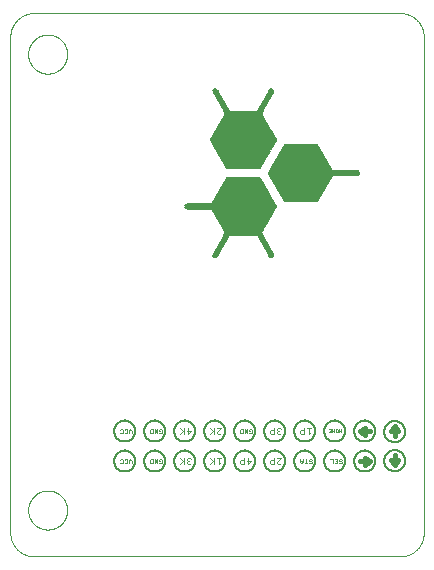
<source format=gbo>
G75*
%MOIN*%
%OFA0B0*%
%FSLAX25Y25*%
%IPPOS*%
%LPD*%
%AMOC8*
5,1,8,0,0,1.08239X$1,22.5*
%
%ADD10C,0.00000*%
%ADD11C,0.01600*%
%ADD12C,0.00600*%
%ADD13C,0.00200*%
%ADD14C,0.00400*%
%ADD15R,0.00650X0.00050*%
%ADD16R,0.00850X0.00050*%
%ADD17R,0.01050X0.00050*%
%ADD18R,0.01150X0.00050*%
%ADD19R,0.01250X0.00050*%
%ADD20R,0.01350X0.00050*%
%ADD21R,0.01450X0.00050*%
%ADD22R,0.01550X0.00050*%
%ADD23R,0.01650X0.00050*%
%ADD24R,0.01700X0.00050*%
%ADD25R,0.01750X0.00050*%
%ADD26R,0.01800X0.00050*%
%ADD27R,0.01900X0.00050*%
%ADD28R,0.01850X0.00050*%
%ADD29R,0.01950X0.00050*%
%ADD30R,0.02000X0.00050*%
%ADD31R,0.02050X0.00050*%
%ADD32R,0.02100X0.00050*%
%ADD33R,0.02150X0.00050*%
%ADD34R,0.13150X0.00050*%
%ADD35R,0.13100X0.00050*%
%ADD36R,0.13050X0.00050*%
%ADD37R,0.12950X0.00050*%
%ADD38R,0.12850X0.00050*%
%ADD39R,0.12800X0.00050*%
%ADD40R,0.12750X0.00050*%
%ADD41R,0.12700X0.00050*%
%ADD42R,0.12650X0.00050*%
%ADD43R,0.12550X0.00050*%
%ADD44R,0.12450X0.00050*%
%ADD45R,0.12400X0.00050*%
%ADD46R,0.12350X0.00050*%
%ADD47R,0.12250X0.00050*%
%ADD48R,0.12150X0.00050*%
%ADD49R,0.13250X0.00050*%
%ADD50R,0.13350X0.00050*%
%ADD51R,0.13450X0.00050*%
%ADD52R,0.13500X0.00050*%
%ADD53R,0.13550X0.00050*%
%ADD54R,0.13650X0.00050*%
%ADD55R,0.13750X0.00050*%
%ADD56R,0.13850X0.00050*%
%ADD57R,0.13900X0.00050*%
%ADD58R,0.13950X0.00050*%
%ADD59R,0.14050X0.00050*%
%ADD60R,0.14150X0.00050*%
%ADD61R,0.14200X0.00050*%
%ADD62R,0.14250X0.00050*%
%ADD63R,0.14300X0.00050*%
%ADD64R,0.14350X0.00050*%
%ADD65R,0.14450X0.00050*%
%ADD66R,0.14550X0.00050*%
%ADD67R,0.14600X0.00050*%
%ADD68R,0.14650X0.00050*%
%ADD69R,0.14750X0.00050*%
%ADD70R,0.14850X0.00050*%
%ADD71R,0.14950X0.00050*%
%ADD72R,0.15000X0.00050*%
%ADD73R,0.15050X0.00050*%
%ADD74R,0.15150X0.00050*%
%ADD75R,0.15250X0.00050*%
%ADD76R,0.15300X0.00050*%
%ADD77R,0.15350X0.00050*%
%ADD78R,0.15400X0.00050*%
%ADD79R,0.15450X0.00050*%
%ADD80R,0.15550X0.00050*%
%ADD81R,0.15650X0.00050*%
%ADD82R,0.15700X0.00050*%
%ADD83R,0.15750X0.00050*%
%ADD84R,0.15800X0.00050*%
%ADD85R,0.15850X0.00050*%
%ADD86R,0.15950X0.00050*%
%ADD87R,0.16050X0.00050*%
%ADD88R,0.16100X0.00050*%
%ADD89R,0.16150X0.00050*%
%ADD90R,0.16250X0.00050*%
%ADD91R,0.16350X0.00050*%
%ADD92R,0.16450X0.00050*%
%ADD93R,0.16500X0.00050*%
%ADD94R,0.16550X0.00050*%
%ADD95R,0.16650X0.00050*%
%ADD96R,0.16750X0.00050*%
%ADD97R,0.16800X0.00050*%
%ADD98R,0.16850X0.00050*%
%ADD99R,0.16900X0.00050*%
%ADD100R,0.16950X0.00050*%
%ADD101R,0.17050X0.00050*%
%ADD102R,0.17150X0.00050*%
%ADD103R,0.17200X0.00050*%
%ADD104R,0.17250X0.00050*%
%ADD105R,0.17350X0.00050*%
%ADD106R,0.17450X0.00050*%
%ADD107R,0.17550X0.00050*%
%ADD108R,0.17600X0.00050*%
%ADD109R,0.17650X0.00050*%
%ADD110R,0.17750X0.00050*%
%ADD111R,0.17850X0.00050*%
%ADD112R,0.17950X0.00050*%
%ADD113R,0.18000X0.00050*%
%ADD114R,0.18050X0.00050*%
%ADD115R,0.18150X0.00050*%
%ADD116R,0.18250X0.00050*%
%ADD117R,0.18300X0.00050*%
%ADD118R,0.18350X0.00050*%
%ADD119R,0.18400X0.00050*%
%ADD120R,0.18450X0.00050*%
%ADD121R,0.18550X0.00050*%
%ADD122R,0.18650X0.00050*%
%ADD123R,0.18700X0.00050*%
%ADD124R,0.18750X0.00050*%
%ADD125R,0.18850X0.00050*%
%ADD126R,0.18950X0.00050*%
%ADD127R,0.19050X0.00050*%
%ADD128R,0.19100X0.00050*%
%ADD129R,0.19150X0.00050*%
%ADD130R,0.19250X0.00050*%
%ADD131R,0.19350X0.00050*%
%ADD132R,0.19400X0.00050*%
%ADD133R,0.19450X0.00050*%
%ADD134R,0.19500X0.00050*%
%ADD135R,0.19550X0.00050*%
%ADD136R,0.19650X0.00050*%
%ADD137R,0.19750X0.00050*%
%ADD138R,0.19800X0.00050*%
%ADD139R,0.19850X0.00050*%
%ADD140R,0.19900X0.00050*%
%ADD141R,0.19950X0.00050*%
%ADD142R,0.20050X0.00050*%
%ADD143R,0.20150X0.00050*%
%ADD144R,0.20200X0.00050*%
%ADD145R,0.20250X0.00050*%
%ADD146R,0.20350X0.00050*%
%ADD147R,0.20450X0.00050*%
%ADD148R,0.20550X0.00050*%
%ADD149R,0.20600X0.00050*%
%ADD150R,0.20650X0.00050*%
%ADD151R,0.20750X0.00050*%
%ADD152R,0.20850X0.00050*%
%ADD153R,0.20900X0.00050*%
%ADD154R,0.20950X0.00050*%
%ADD155R,0.21000X0.00050*%
%ADD156R,0.21050X0.00050*%
%ADD157R,0.29400X0.00050*%
%ADD158R,0.29600X0.00050*%
%ADD159R,0.29750X0.00050*%
%ADD160R,0.29900X0.00050*%
%ADD161R,0.29950X0.00050*%
%ADD162R,0.30050X0.00050*%
%ADD163R,0.30100X0.00050*%
%ADD164R,0.30200X0.00050*%
%ADD165R,0.30250X0.00050*%
%ADD166R,0.30300X0.00050*%
%ADD167R,0.30400X0.00050*%
%ADD168R,0.30500X0.00050*%
%ADD169R,0.30550X0.00050*%
%ADD170R,0.30650X0.00050*%
%ADD171R,0.30700X0.00050*%
%ADD172R,0.30600X0.00050*%
%ADD173R,0.29800X0.00050*%
%ADD174R,0.29650X0.00050*%
%ADD175R,0.29450X0.00050*%
%ADD176R,0.20500X0.00050*%
%ADD177R,0.11150X0.00050*%
%ADD178R,0.11200X0.00050*%
%ADD179R,0.11250X0.00050*%
%ADD180R,0.11350X0.00050*%
%ADD181R,0.11450X0.00050*%
%ADD182R,0.20100X0.00050*%
%ADD183R,0.11550X0.00050*%
%ADD184R,0.11600X0.00050*%
%ADD185R,0.11650X0.00050*%
%ADD186R,0.11750X0.00050*%
%ADD187R,0.11850X0.00050*%
%ADD188R,0.11950X0.00050*%
%ADD189R,0.12000X0.00050*%
%ADD190R,0.12050X0.00050*%
%ADD191R,0.12300X0.00050*%
%ADD192R,0.19000X0.00050*%
%ADD193R,0.18600X0.00050*%
%ADD194R,0.13400X0.00050*%
%ADD195R,0.17900X0.00050*%
%ADD196R,0.13800X0.00050*%
%ADD197R,0.17500X0.00050*%
%ADD198R,0.17100X0.00050*%
%ADD199R,0.14900X0.00050*%
%ADD200R,0.16400X0.00050*%
%ADD201R,0.16000X0.00050*%
%ADD202R,0.15600X0.00050*%
%ADD203R,0.14500X0.00050*%
%ADD204R,0.13000X0.00050*%
%ADD205R,0.11900X0.00050*%
%ADD206R,0.11500X0.00050*%
%ADD207R,0.21150X0.00050*%
%ADD208R,0.21200X0.00050*%
%ADD209R,0.21250X0.00050*%
%ADD210R,0.21300X0.00050*%
%ADD211R,0.21350X0.00050*%
%ADD212R,0.21450X0.00050*%
%ADD213R,0.21550X0.00050*%
%ADD214R,0.21600X0.00050*%
%ADD215R,0.21650X0.00050*%
%ADD216R,0.21700X0.00050*%
%ADD217R,0.21750X0.00050*%
%ADD218R,0.21850X0.00050*%
%ADD219R,0.21950X0.00050*%
%ADD220R,0.22000X0.00050*%
%ADD221R,0.22050X0.00050*%
%ADD222R,0.22150X0.00050*%
%ADD223R,0.22100X0.00050*%
D10*
X0001500Y0009374D02*
X0001500Y0174728D01*
X0001502Y0174918D01*
X0001509Y0175108D01*
X0001521Y0175298D01*
X0001537Y0175488D01*
X0001557Y0175677D01*
X0001583Y0175866D01*
X0001612Y0176054D01*
X0001647Y0176241D01*
X0001686Y0176427D01*
X0001729Y0176612D01*
X0001777Y0176797D01*
X0001829Y0176980D01*
X0001885Y0177161D01*
X0001946Y0177341D01*
X0002012Y0177520D01*
X0002081Y0177697D01*
X0002155Y0177873D01*
X0002233Y0178046D01*
X0002316Y0178218D01*
X0002402Y0178387D01*
X0002492Y0178555D01*
X0002587Y0178720D01*
X0002685Y0178883D01*
X0002788Y0179043D01*
X0002894Y0179201D01*
X0003004Y0179356D01*
X0003117Y0179509D01*
X0003235Y0179659D01*
X0003356Y0179805D01*
X0003480Y0179949D01*
X0003608Y0180090D01*
X0003739Y0180228D01*
X0003874Y0180363D01*
X0004012Y0180494D01*
X0004153Y0180622D01*
X0004297Y0180746D01*
X0004443Y0180867D01*
X0004593Y0180985D01*
X0004746Y0181098D01*
X0004901Y0181208D01*
X0005059Y0181314D01*
X0005219Y0181417D01*
X0005382Y0181515D01*
X0005547Y0181610D01*
X0005715Y0181700D01*
X0005884Y0181786D01*
X0006056Y0181869D01*
X0006229Y0181947D01*
X0006405Y0182021D01*
X0006582Y0182090D01*
X0006761Y0182156D01*
X0006941Y0182217D01*
X0007122Y0182273D01*
X0007305Y0182325D01*
X0007490Y0182373D01*
X0007675Y0182416D01*
X0007861Y0182455D01*
X0008048Y0182490D01*
X0008236Y0182519D01*
X0008425Y0182545D01*
X0008614Y0182565D01*
X0008804Y0182581D01*
X0008994Y0182593D01*
X0009184Y0182600D01*
X0009374Y0182602D01*
X0131421Y0182602D01*
X0131611Y0182600D01*
X0131801Y0182593D01*
X0131991Y0182581D01*
X0132181Y0182565D01*
X0132370Y0182545D01*
X0132559Y0182519D01*
X0132747Y0182490D01*
X0132934Y0182455D01*
X0133120Y0182416D01*
X0133305Y0182373D01*
X0133490Y0182325D01*
X0133673Y0182273D01*
X0133854Y0182217D01*
X0134034Y0182156D01*
X0134213Y0182090D01*
X0134390Y0182021D01*
X0134566Y0181947D01*
X0134739Y0181869D01*
X0134911Y0181786D01*
X0135080Y0181700D01*
X0135248Y0181610D01*
X0135413Y0181515D01*
X0135576Y0181417D01*
X0135736Y0181314D01*
X0135894Y0181208D01*
X0136049Y0181098D01*
X0136202Y0180985D01*
X0136352Y0180867D01*
X0136498Y0180746D01*
X0136642Y0180622D01*
X0136783Y0180494D01*
X0136921Y0180363D01*
X0137056Y0180228D01*
X0137187Y0180090D01*
X0137315Y0179949D01*
X0137439Y0179805D01*
X0137560Y0179659D01*
X0137678Y0179509D01*
X0137791Y0179356D01*
X0137901Y0179201D01*
X0138007Y0179043D01*
X0138110Y0178883D01*
X0138208Y0178720D01*
X0138303Y0178555D01*
X0138393Y0178387D01*
X0138479Y0178218D01*
X0138562Y0178046D01*
X0138640Y0177873D01*
X0138714Y0177697D01*
X0138783Y0177520D01*
X0138849Y0177341D01*
X0138910Y0177161D01*
X0138966Y0176980D01*
X0139018Y0176797D01*
X0139066Y0176612D01*
X0139109Y0176427D01*
X0139148Y0176241D01*
X0139183Y0176054D01*
X0139212Y0175866D01*
X0139238Y0175677D01*
X0139258Y0175488D01*
X0139274Y0175298D01*
X0139286Y0175108D01*
X0139293Y0174918D01*
X0139295Y0174728D01*
X0139295Y0009374D01*
X0139293Y0009184D01*
X0139286Y0008994D01*
X0139274Y0008804D01*
X0139258Y0008614D01*
X0139238Y0008425D01*
X0139212Y0008236D01*
X0139183Y0008048D01*
X0139148Y0007861D01*
X0139109Y0007675D01*
X0139066Y0007490D01*
X0139018Y0007305D01*
X0138966Y0007122D01*
X0138910Y0006941D01*
X0138849Y0006761D01*
X0138783Y0006582D01*
X0138714Y0006405D01*
X0138640Y0006229D01*
X0138562Y0006056D01*
X0138479Y0005884D01*
X0138393Y0005715D01*
X0138303Y0005547D01*
X0138208Y0005382D01*
X0138110Y0005219D01*
X0138007Y0005059D01*
X0137901Y0004901D01*
X0137791Y0004746D01*
X0137678Y0004593D01*
X0137560Y0004443D01*
X0137439Y0004297D01*
X0137315Y0004153D01*
X0137187Y0004012D01*
X0137056Y0003874D01*
X0136921Y0003739D01*
X0136783Y0003608D01*
X0136642Y0003480D01*
X0136498Y0003356D01*
X0136352Y0003235D01*
X0136202Y0003117D01*
X0136049Y0003004D01*
X0135894Y0002894D01*
X0135736Y0002788D01*
X0135576Y0002685D01*
X0135413Y0002587D01*
X0135248Y0002492D01*
X0135080Y0002402D01*
X0134911Y0002316D01*
X0134739Y0002233D01*
X0134566Y0002155D01*
X0134390Y0002081D01*
X0134213Y0002012D01*
X0134034Y0001946D01*
X0133854Y0001885D01*
X0133673Y0001829D01*
X0133490Y0001777D01*
X0133305Y0001729D01*
X0133120Y0001686D01*
X0132934Y0001647D01*
X0132747Y0001612D01*
X0132559Y0001583D01*
X0132370Y0001557D01*
X0132181Y0001537D01*
X0131991Y0001521D01*
X0131801Y0001509D01*
X0131611Y0001502D01*
X0131421Y0001500D01*
X0009374Y0001500D01*
X0009184Y0001502D01*
X0008994Y0001509D01*
X0008804Y0001521D01*
X0008614Y0001537D01*
X0008425Y0001557D01*
X0008236Y0001583D01*
X0008048Y0001612D01*
X0007861Y0001647D01*
X0007675Y0001686D01*
X0007490Y0001729D01*
X0007305Y0001777D01*
X0007122Y0001829D01*
X0006941Y0001885D01*
X0006761Y0001946D01*
X0006582Y0002012D01*
X0006405Y0002081D01*
X0006229Y0002155D01*
X0006056Y0002233D01*
X0005884Y0002316D01*
X0005715Y0002402D01*
X0005547Y0002492D01*
X0005382Y0002587D01*
X0005219Y0002685D01*
X0005059Y0002788D01*
X0004901Y0002894D01*
X0004746Y0003004D01*
X0004593Y0003117D01*
X0004443Y0003235D01*
X0004297Y0003356D01*
X0004153Y0003480D01*
X0004012Y0003608D01*
X0003874Y0003739D01*
X0003739Y0003874D01*
X0003608Y0004012D01*
X0003480Y0004153D01*
X0003356Y0004297D01*
X0003235Y0004443D01*
X0003117Y0004593D01*
X0003004Y0004746D01*
X0002894Y0004901D01*
X0002788Y0005059D01*
X0002685Y0005219D01*
X0002587Y0005382D01*
X0002492Y0005547D01*
X0002402Y0005715D01*
X0002316Y0005884D01*
X0002233Y0006056D01*
X0002155Y0006229D01*
X0002081Y0006405D01*
X0002012Y0006582D01*
X0001946Y0006761D01*
X0001885Y0006941D01*
X0001829Y0007122D01*
X0001777Y0007305D01*
X0001729Y0007490D01*
X0001686Y0007675D01*
X0001647Y0007861D01*
X0001612Y0008048D01*
X0001583Y0008236D01*
X0001557Y0008425D01*
X0001537Y0008614D01*
X0001521Y0008804D01*
X0001509Y0008994D01*
X0001502Y0009184D01*
X0001500Y0009374D01*
X0007441Y0016953D02*
X0007443Y0017114D01*
X0007449Y0017274D01*
X0007459Y0017435D01*
X0007473Y0017595D01*
X0007491Y0017755D01*
X0007512Y0017914D01*
X0007538Y0018073D01*
X0007568Y0018231D01*
X0007601Y0018388D01*
X0007639Y0018545D01*
X0007680Y0018700D01*
X0007725Y0018854D01*
X0007774Y0019007D01*
X0007827Y0019159D01*
X0007883Y0019310D01*
X0007944Y0019459D01*
X0008007Y0019607D01*
X0008075Y0019753D01*
X0008146Y0019897D01*
X0008220Y0020039D01*
X0008298Y0020180D01*
X0008380Y0020318D01*
X0008465Y0020455D01*
X0008553Y0020589D01*
X0008645Y0020721D01*
X0008740Y0020851D01*
X0008838Y0020979D01*
X0008939Y0021104D01*
X0009043Y0021226D01*
X0009150Y0021346D01*
X0009260Y0021463D01*
X0009373Y0021578D01*
X0009489Y0021689D01*
X0009608Y0021798D01*
X0009729Y0021903D01*
X0009853Y0022006D01*
X0009979Y0022106D01*
X0010107Y0022202D01*
X0010238Y0022295D01*
X0010372Y0022385D01*
X0010507Y0022472D01*
X0010645Y0022555D01*
X0010784Y0022635D01*
X0010926Y0022711D01*
X0011069Y0022784D01*
X0011214Y0022853D01*
X0011361Y0022919D01*
X0011509Y0022981D01*
X0011659Y0023039D01*
X0011810Y0023094D01*
X0011963Y0023145D01*
X0012117Y0023192D01*
X0012272Y0023235D01*
X0012428Y0023274D01*
X0012584Y0023310D01*
X0012742Y0023341D01*
X0012900Y0023369D01*
X0013059Y0023393D01*
X0013219Y0023413D01*
X0013379Y0023429D01*
X0013539Y0023441D01*
X0013700Y0023449D01*
X0013861Y0023453D01*
X0014021Y0023453D01*
X0014182Y0023449D01*
X0014343Y0023441D01*
X0014503Y0023429D01*
X0014663Y0023413D01*
X0014823Y0023393D01*
X0014982Y0023369D01*
X0015140Y0023341D01*
X0015298Y0023310D01*
X0015454Y0023274D01*
X0015610Y0023235D01*
X0015765Y0023192D01*
X0015919Y0023145D01*
X0016072Y0023094D01*
X0016223Y0023039D01*
X0016373Y0022981D01*
X0016521Y0022919D01*
X0016668Y0022853D01*
X0016813Y0022784D01*
X0016956Y0022711D01*
X0017098Y0022635D01*
X0017237Y0022555D01*
X0017375Y0022472D01*
X0017510Y0022385D01*
X0017644Y0022295D01*
X0017775Y0022202D01*
X0017903Y0022106D01*
X0018029Y0022006D01*
X0018153Y0021903D01*
X0018274Y0021798D01*
X0018393Y0021689D01*
X0018509Y0021578D01*
X0018622Y0021463D01*
X0018732Y0021346D01*
X0018839Y0021226D01*
X0018943Y0021104D01*
X0019044Y0020979D01*
X0019142Y0020851D01*
X0019237Y0020721D01*
X0019329Y0020589D01*
X0019417Y0020455D01*
X0019502Y0020318D01*
X0019584Y0020180D01*
X0019662Y0020039D01*
X0019736Y0019897D01*
X0019807Y0019753D01*
X0019875Y0019607D01*
X0019938Y0019459D01*
X0019999Y0019310D01*
X0020055Y0019159D01*
X0020108Y0019007D01*
X0020157Y0018854D01*
X0020202Y0018700D01*
X0020243Y0018545D01*
X0020281Y0018388D01*
X0020314Y0018231D01*
X0020344Y0018073D01*
X0020370Y0017914D01*
X0020391Y0017755D01*
X0020409Y0017595D01*
X0020423Y0017435D01*
X0020433Y0017274D01*
X0020439Y0017114D01*
X0020441Y0016953D01*
X0020439Y0016792D01*
X0020433Y0016632D01*
X0020423Y0016471D01*
X0020409Y0016311D01*
X0020391Y0016151D01*
X0020370Y0015992D01*
X0020344Y0015833D01*
X0020314Y0015675D01*
X0020281Y0015518D01*
X0020243Y0015361D01*
X0020202Y0015206D01*
X0020157Y0015052D01*
X0020108Y0014899D01*
X0020055Y0014747D01*
X0019999Y0014596D01*
X0019938Y0014447D01*
X0019875Y0014299D01*
X0019807Y0014153D01*
X0019736Y0014009D01*
X0019662Y0013867D01*
X0019584Y0013726D01*
X0019502Y0013588D01*
X0019417Y0013451D01*
X0019329Y0013317D01*
X0019237Y0013185D01*
X0019142Y0013055D01*
X0019044Y0012927D01*
X0018943Y0012802D01*
X0018839Y0012680D01*
X0018732Y0012560D01*
X0018622Y0012443D01*
X0018509Y0012328D01*
X0018393Y0012217D01*
X0018274Y0012108D01*
X0018153Y0012003D01*
X0018029Y0011900D01*
X0017903Y0011800D01*
X0017775Y0011704D01*
X0017644Y0011611D01*
X0017510Y0011521D01*
X0017375Y0011434D01*
X0017237Y0011351D01*
X0017098Y0011271D01*
X0016956Y0011195D01*
X0016813Y0011122D01*
X0016668Y0011053D01*
X0016521Y0010987D01*
X0016373Y0010925D01*
X0016223Y0010867D01*
X0016072Y0010812D01*
X0015919Y0010761D01*
X0015765Y0010714D01*
X0015610Y0010671D01*
X0015454Y0010632D01*
X0015298Y0010596D01*
X0015140Y0010565D01*
X0014982Y0010537D01*
X0014823Y0010513D01*
X0014663Y0010493D01*
X0014503Y0010477D01*
X0014343Y0010465D01*
X0014182Y0010457D01*
X0014021Y0010453D01*
X0013861Y0010453D01*
X0013700Y0010457D01*
X0013539Y0010465D01*
X0013379Y0010477D01*
X0013219Y0010493D01*
X0013059Y0010513D01*
X0012900Y0010537D01*
X0012742Y0010565D01*
X0012584Y0010596D01*
X0012428Y0010632D01*
X0012272Y0010671D01*
X0012117Y0010714D01*
X0011963Y0010761D01*
X0011810Y0010812D01*
X0011659Y0010867D01*
X0011509Y0010925D01*
X0011361Y0010987D01*
X0011214Y0011053D01*
X0011069Y0011122D01*
X0010926Y0011195D01*
X0010784Y0011271D01*
X0010645Y0011351D01*
X0010507Y0011434D01*
X0010372Y0011521D01*
X0010238Y0011611D01*
X0010107Y0011704D01*
X0009979Y0011800D01*
X0009853Y0011900D01*
X0009729Y0012003D01*
X0009608Y0012108D01*
X0009489Y0012217D01*
X0009373Y0012328D01*
X0009260Y0012443D01*
X0009150Y0012560D01*
X0009043Y0012680D01*
X0008939Y0012802D01*
X0008838Y0012927D01*
X0008740Y0013055D01*
X0008645Y0013185D01*
X0008553Y0013317D01*
X0008465Y0013451D01*
X0008380Y0013588D01*
X0008298Y0013726D01*
X0008220Y0013867D01*
X0008146Y0014009D01*
X0008075Y0014153D01*
X0008007Y0014299D01*
X0007944Y0014447D01*
X0007883Y0014596D01*
X0007827Y0014747D01*
X0007774Y0014899D01*
X0007725Y0015052D01*
X0007680Y0015206D01*
X0007639Y0015361D01*
X0007601Y0015518D01*
X0007568Y0015675D01*
X0007538Y0015833D01*
X0007512Y0015992D01*
X0007491Y0016151D01*
X0007473Y0016311D01*
X0007459Y0016471D01*
X0007449Y0016632D01*
X0007443Y0016792D01*
X0007441Y0016953D01*
X0007441Y0168921D02*
X0007443Y0169082D01*
X0007449Y0169242D01*
X0007459Y0169403D01*
X0007473Y0169563D01*
X0007491Y0169723D01*
X0007512Y0169882D01*
X0007538Y0170041D01*
X0007568Y0170199D01*
X0007601Y0170356D01*
X0007639Y0170513D01*
X0007680Y0170668D01*
X0007725Y0170822D01*
X0007774Y0170975D01*
X0007827Y0171127D01*
X0007883Y0171278D01*
X0007944Y0171427D01*
X0008007Y0171575D01*
X0008075Y0171721D01*
X0008146Y0171865D01*
X0008220Y0172007D01*
X0008298Y0172148D01*
X0008380Y0172286D01*
X0008465Y0172423D01*
X0008553Y0172557D01*
X0008645Y0172689D01*
X0008740Y0172819D01*
X0008838Y0172947D01*
X0008939Y0173072D01*
X0009043Y0173194D01*
X0009150Y0173314D01*
X0009260Y0173431D01*
X0009373Y0173546D01*
X0009489Y0173657D01*
X0009608Y0173766D01*
X0009729Y0173871D01*
X0009853Y0173974D01*
X0009979Y0174074D01*
X0010107Y0174170D01*
X0010238Y0174263D01*
X0010372Y0174353D01*
X0010507Y0174440D01*
X0010645Y0174523D01*
X0010784Y0174603D01*
X0010926Y0174679D01*
X0011069Y0174752D01*
X0011214Y0174821D01*
X0011361Y0174887D01*
X0011509Y0174949D01*
X0011659Y0175007D01*
X0011810Y0175062D01*
X0011963Y0175113D01*
X0012117Y0175160D01*
X0012272Y0175203D01*
X0012428Y0175242D01*
X0012584Y0175278D01*
X0012742Y0175309D01*
X0012900Y0175337D01*
X0013059Y0175361D01*
X0013219Y0175381D01*
X0013379Y0175397D01*
X0013539Y0175409D01*
X0013700Y0175417D01*
X0013861Y0175421D01*
X0014021Y0175421D01*
X0014182Y0175417D01*
X0014343Y0175409D01*
X0014503Y0175397D01*
X0014663Y0175381D01*
X0014823Y0175361D01*
X0014982Y0175337D01*
X0015140Y0175309D01*
X0015298Y0175278D01*
X0015454Y0175242D01*
X0015610Y0175203D01*
X0015765Y0175160D01*
X0015919Y0175113D01*
X0016072Y0175062D01*
X0016223Y0175007D01*
X0016373Y0174949D01*
X0016521Y0174887D01*
X0016668Y0174821D01*
X0016813Y0174752D01*
X0016956Y0174679D01*
X0017098Y0174603D01*
X0017237Y0174523D01*
X0017375Y0174440D01*
X0017510Y0174353D01*
X0017644Y0174263D01*
X0017775Y0174170D01*
X0017903Y0174074D01*
X0018029Y0173974D01*
X0018153Y0173871D01*
X0018274Y0173766D01*
X0018393Y0173657D01*
X0018509Y0173546D01*
X0018622Y0173431D01*
X0018732Y0173314D01*
X0018839Y0173194D01*
X0018943Y0173072D01*
X0019044Y0172947D01*
X0019142Y0172819D01*
X0019237Y0172689D01*
X0019329Y0172557D01*
X0019417Y0172423D01*
X0019502Y0172286D01*
X0019584Y0172148D01*
X0019662Y0172007D01*
X0019736Y0171865D01*
X0019807Y0171721D01*
X0019875Y0171575D01*
X0019938Y0171427D01*
X0019999Y0171278D01*
X0020055Y0171127D01*
X0020108Y0170975D01*
X0020157Y0170822D01*
X0020202Y0170668D01*
X0020243Y0170513D01*
X0020281Y0170356D01*
X0020314Y0170199D01*
X0020344Y0170041D01*
X0020370Y0169882D01*
X0020391Y0169723D01*
X0020409Y0169563D01*
X0020423Y0169403D01*
X0020433Y0169242D01*
X0020439Y0169082D01*
X0020441Y0168921D01*
X0020439Y0168760D01*
X0020433Y0168600D01*
X0020423Y0168439D01*
X0020409Y0168279D01*
X0020391Y0168119D01*
X0020370Y0167960D01*
X0020344Y0167801D01*
X0020314Y0167643D01*
X0020281Y0167486D01*
X0020243Y0167329D01*
X0020202Y0167174D01*
X0020157Y0167020D01*
X0020108Y0166867D01*
X0020055Y0166715D01*
X0019999Y0166564D01*
X0019938Y0166415D01*
X0019875Y0166267D01*
X0019807Y0166121D01*
X0019736Y0165977D01*
X0019662Y0165835D01*
X0019584Y0165694D01*
X0019502Y0165556D01*
X0019417Y0165419D01*
X0019329Y0165285D01*
X0019237Y0165153D01*
X0019142Y0165023D01*
X0019044Y0164895D01*
X0018943Y0164770D01*
X0018839Y0164648D01*
X0018732Y0164528D01*
X0018622Y0164411D01*
X0018509Y0164296D01*
X0018393Y0164185D01*
X0018274Y0164076D01*
X0018153Y0163971D01*
X0018029Y0163868D01*
X0017903Y0163768D01*
X0017775Y0163672D01*
X0017644Y0163579D01*
X0017510Y0163489D01*
X0017375Y0163402D01*
X0017237Y0163319D01*
X0017098Y0163239D01*
X0016956Y0163163D01*
X0016813Y0163090D01*
X0016668Y0163021D01*
X0016521Y0162955D01*
X0016373Y0162893D01*
X0016223Y0162835D01*
X0016072Y0162780D01*
X0015919Y0162729D01*
X0015765Y0162682D01*
X0015610Y0162639D01*
X0015454Y0162600D01*
X0015298Y0162564D01*
X0015140Y0162533D01*
X0014982Y0162505D01*
X0014823Y0162481D01*
X0014663Y0162461D01*
X0014503Y0162445D01*
X0014343Y0162433D01*
X0014182Y0162425D01*
X0014021Y0162421D01*
X0013861Y0162421D01*
X0013700Y0162425D01*
X0013539Y0162433D01*
X0013379Y0162445D01*
X0013219Y0162461D01*
X0013059Y0162481D01*
X0012900Y0162505D01*
X0012742Y0162533D01*
X0012584Y0162564D01*
X0012428Y0162600D01*
X0012272Y0162639D01*
X0012117Y0162682D01*
X0011963Y0162729D01*
X0011810Y0162780D01*
X0011659Y0162835D01*
X0011509Y0162893D01*
X0011361Y0162955D01*
X0011214Y0163021D01*
X0011069Y0163090D01*
X0010926Y0163163D01*
X0010784Y0163239D01*
X0010645Y0163319D01*
X0010507Y0163402D01*
X0010372Y0163489D01*
X0010238Y0163579D01*
X0010107Y0163672D01*
X0009979Y0163768D01*
X0009853Y0163868D01*
X0009729Y0163971D01*
X0009608Y0164076D01*
X0009489Y0164185D01*
X0009373Y0164296D01*
X0009260Y0164411D01*
X0009150Y0164528D01*
X0009043Y0164648D01*
X0008939Y0164770D01*
X0008838Y0164895D01*
X0008740Y0165023D01*
X0008645Y0165153D01*
X0008553Y0165285D01*
X0008465Y0165419D01*
X0008380Y0165556D01*
X0008298Y0165694D01*
X0008220Y0165835D01*
X0008146Y0165977D01*
X0008075Y0166121D01*
X0008007Y0166267D01*
X0007944Y0166415D01*
X0007883Y0166564D01*
X0007827Y0166715D01*
X0007774Y0166867D01*
X0007725Y0167020D01*
X0007680Y0167174D01*
X0007639Y0167329D01*
X0007601Y0167486D01*
X0007568Y0167643D01*
X0007538Y0167801D01*
X0007512Y0167960D01*
X0007491Y0168119D01*
X0007473Y0168279D01*
X0007459Y0168439D01*
X0007449Y0168600D01*
X0007443Y0168760D01*
X0007441Y0168921D01*
D11*
X0117990Y0043239D02*
X0119565Y0044420D01*
X0118147Y0043239D02*
X0121297Y0043239D01*
X0119565Y0042058D02*
X0117990Y0043239D01*
X0119722Y0034420D02*
X0121297Y0033239D01*
X0119722Y0032058D01*
X0121297Y0033239D02*
X0118147Y0033239D01*
X0128462Y0033495D02*
X0129643Y0031920D01*
X0130824Y0033613D01*
X0129643Y0035267D02*
X0129643Y0031920D01*
X0129643Y0041606D02*
X0129643Y0044952D01*
X0128462Y0043377D01*
X0129643Y0044952D02*
X0130824Y0043377D01*
D12*
X0126104Y0043157D02*
X0126106Y0043275D01*
X0126112Y0043393D01*
X0126122Y0043511D01*
X0126136Y0043628D01*
X0126154Y0043745D01*
X0126176Y0043862D01*
X0126201Y0043977D01*
X0126231Y0044091D01*
X0126265Y0044205D01*
X0126302Y0044317D01*
X0126343Y0044428D01*
X0126388Y0044537D01*
X0126436Y0044645D01*
X0126488Y0044751D01*
X0126544Y0044856D01*
X0126603Y0044958D01*
X0126665Y0045058D01*
X0126731Y0045156D01*
X0126800Y0045252D01*
X0126873Y0045346D01*
X0126948Y0045437D01*
X0127027Y0045525D01*
X0127108Y0045611D01*
X0127193Y0045694D01*
X0127280Y0045774D01*
X0127369Y0045851D01*
X0127462Y0045925D01*
X0127556Y0045995D01*
X0127653Y0046063D01*
X0127753Y0046127D01*
X0127854Y0046188D01*
X0127957Y0046245D01*
X0128063Y0046299D01*
X0128170Y0046350D01*
X0128278Y0046396D01*
X0128388Y0046439D01*
X0128500Y0046478D01*
X0128613Y0046514D01*
X0128727Y0046545D01*
X0128842Y0046573D01*
X0128957Y0046597D01*
X0129074Y0046617D01*
X0129191Y0046633D01*
X0129309Y0046645D01*
X0129427Y0046653D01*
X0129545Y0046657D01*
X0129663Y0046657D01*
X0129781Y0046653D01*
X0129899Y0046645D01*
X0130017Y0046633D01*
X0130134Y0046617D01*
X0130251Y0046597D01*
X0130366Y0046573D01*
X0130481Y0046545D01*
X0130595Y0046514D01*
X0130708Y0046478D01*
X0130820Y0046439D01*
X0130930Y0046396D01*
X0131038Y0046350D01*
X0131145Y0046299D01*
X0131251Y0046245D01*
X0131354Y0046188D01*
X0131455Y0046127D01*
X0131555Y0046063D01*
X0131652Y0045995D01*
X0131746Y0045925D01*
X0131839Y0045851D01*
X0131928Y0045774D01*
X0132015Y0045694D01*
X0132100Y0045611D01*
X0132181Y0045525D01*
X0132260Y0045437D01*
X0132335Y0045346D01*
X0132408Y0045252D01*
X0132477Y0045156D01*
X0132543Y0045058D01*
X0132605Y0044958D01*
X0132664Y0044856D01*
X0132720Y0044751D01*
X0132772Y0044645D01*
X0132820Y0044537D01*
X0132865Y0044428D01*
X0132906Y0044317D01*
X0132943Y0044205D01*
X0132977Y0044091D01*
X0133007Y0043977D01*
X0133032Y0043862D01*
X0133054Y0043745D01*
X0133072Y0043628D01*
X0133086Y0043511D01*
X0133096Y0043393D01*
X0133102Y0043275D01*
X0133104Y0043157D01*
X0133102Y0043039D01*
X0133096Y0042921D01*
X0133086Y0042803D01*
X0133072Y0042686D01*
X0133054Y0042569D01*
X0133032Y0042452D01*
X0133007Y0042337D01*
X0132977Y0042223D01*
X0132943Y0042109D01*
X0132906Y0041997D01*
X0132865Y0041886D01*
X0132820Y0041777D01*
X0132772Y0041669D01*
X0132720Y0041563D01*
X0132664Y0041458D01*
X0132605Y0041356D01*
X0132543Y0041256D01*
X0132477Y0041158D01*
X0132408Y0041062D01*
X0132335Y0040968D01*
X0132260Y0040877D01*
X0132181Y0040789D01*
X0132100Y0040703D01*
X0132015Y0040620D01*
X0131928Y0040540D01*
X0131839Y0040463D01*
X0131746Y0040389D01*
X0131652Y0040319D01*
X0131555Y0040251D01*
X0131455Y0040187D01*
X0131354Y0040126D01*
X0131251Y0040069D01*
X0131145Y0040015D01*
X0131038Y0039964D01*
X0130930Y0039918D01*
X0130820Y0039875D01*
X0130708Y0039836D01*
X0130595Y0039800D01*
X0130481Y0039769D01*
X0130366Y0039741D01*
X0130251Y0039717D01*
X0130134Y0039697D01*
X0130017Y0039681D01*
X0129899Y0039669D01*
X0129781Y0039661D01*
X0129663Y0039657D01*
X0129545Y0039657D01*
X0129427Y0039661D01*
X0129309Y0039669D01*
X0129191Y0039681D01*
X0129074Y0039697D01*
X0128957Y0039717D01*
X0128842Y0039741D01*
X0128727Y0039769D01*
X0128613Y0039800D01*
X0128500Y0039836D01*
X0128388Y0039875D01*
X0128278Y0039918D01*
X0128170Y0039964D01*
X0128063Y0040015D01*
X0127957Y0040069D01*
X0127854Y0040126D01*
X0127753Y0040187D01*
X0127653Y0040251D01*
X0127556Y0040319D01*
X0127462Y0040389D01*
X0127369Y0040463D01*
X0127280Y0040540D01*
X0127193Y0040620D01*
X0127108Y0040703D01*
X0127027Y0040789D01*
X0126948Y0040877D01*
X0126873Y0040968D01*
X0126800Y0041062D01*
X0126731Y0041158D01*
X0126665Y0041256D01*
X0126603Y0041356D01*
X0126544Y0041458D01*
X0126488Y0041563D01*
X0126436Y0041669D01*
X0126388Y0041777D01*
X0126343Y0041886D01*
X0126302Y0041997D01*
X0126265Y0042109D01*
X0126231Y0042223D01*
X0126201Y0042337D01*
X0126176Y0042452D01*
X0126154Y0042569D01*
X0126136Y0042686D01*
X0126122Y0042803D01*
X0126112Y0042921D01*
X0126106Y0043039D01*
X0126104Y0043157D01*
X0116104Y0043314D02*
X0116106Y0043432D01*
X0116112Y0043550D01*
X0116122Y0043668D01*
X0116136Y0043785D01*
X0116154Y0043902D01*
X0116176Y0044019D01*
X0116201Y0044134D01*
X0116231Y0044248D01*
X0116265Y0044362D01*
X0116302Y0044474D01*
X0116343Y0044585D01*
X0116388Y0044694D01*
X0116436Y0044802D01*
X0116488Y0044908D01*
X0116544Y0045013D01*
X0116603Y0045115D01*
X0116665Y0045215D01*
X0116731Y0045313D01*
X0116800Y0045409D01*
X0116873Y0045503D01*
X0116948Y0045594D01*
X0117027Y0045682D01*
X0117108Y0045768D01*
X0117193Y0045851D01*
X0117280Y0045931D01*
X0117369Y0046008D01*
X0117462Y0046082D01*
X0117556Y0046152D01*
X0117653Y0046220D01*
X0117753Y0046284D01*
X0117854Y0046345D01*
X0117957Y0046402D01*
X0118063Y0046456D01*
X0118170Y0046507D01*
X0118278Y0046553D01*
X0118388Y0046596D01*
X0118500Y0046635D01*
X0118613Y0046671D01*
X0118727Y0046702D01*
X0118842Y0046730D01*
X0118957Y0046754D01*
X0119074Y0046774D01*
X0119191Y0046790D01*
X0119309Y0046802D01*
X0119427Y0046810D01*
X0119545Y0046814D01*
X0119663Y0046814D01*
X0119781Y0046810D01*
X0119899Y0046802D01*
X0120017Y0046790D01*
X0120134Y0046774D01*
X0120251Y0046754D01*
X0120366Y0046730D01*
X0120481Y0046702D01*
X0120595Y0046671D01*
X0120708Y0046635D01*
X0120820Y0046596D01*
X0120930Y0046553D01*
X0121038Y0046507D01*
X0121145Y0046456D01*
X0121251Y0046402D01*
X0121354Y0046345D01*
X0121455Y0046284D01*
X0121555Y0046220D01*
X0121652Y0046152D01*
X0121746Y0046082D01*
X0121839Y0046008D01*
X0121928Y0045931D01*
X0122015Y0045851D01*
X0122100Y0045768D01*
X0122181Y0045682D01*
X0122260Y0045594D01*
X0122335Y0045503D01*
X0122408Y0045409D01*
X0122477Y0045313D01*
X0122543Y0045215D01*
X0122605Y0045115D01*
X0122664Y0045013D01*
X0122720Y0044908D01*
X0122772Y0044802D01*
X0122820Y0044694D01*
X0122865Y0044585D01*
X0122906Y0044474D01*
X0122943Y0044362D01*
X0122977Y0044248D01*
X0123007Y0044134D01*
X0123032Y0044019D01*
X0123054Y0043902D01*
X0123072Y0043785D01*
X0123086Y0043668D01*
X0123096Y0043550D01*
X0123102Y0043432D01*
X0123104Y0043314D01*
X0123102Y0043196D01*
X0123096Y0043078D01*
X0123086Y0042960D01*
X0123072Y0042843D01*
X0123054Y0042726D01*
X0123032Y0042609D01*
X0123007Y0042494D01*
X0122977Y0042380D01*
X0122943Y0042266D01*
X0122906Y0042154D01*
X0122865Y0042043D01*
X0122820Y0041934D01*
X0122772Y0041826D01*
X0122720Y0041720D01*
X0122664Y0041615D01*
X0122605Y0041513D01*
X0122543Y0041413D01*
X0122477Y0041315D01*
X0122408Y0041219D01*
X0122335Y0041125D01*
X0122260Y0041034D01*
X0122181Y0040946D01*
X0122100Y0040860D01*
X0122015Y0040777D01*
X0121928Y0040697D01*
X0121839Y0040620D01*
X0121746Y0040546D01*
X0121652Y0040476D01*
X0121555Y0040408D01*
X0121455Y0040344D01*
X0121354Y0040283D01*
X0121251Y0040226D01*
X0121145Y0040172D01*
X0121038Y0040121D01*
X0120930Y0040075D01*
X0120820Y0040032D01*
X0120708Y0039993D01*
X0120595Y0039957D01*
X0120481Y0039926D01*
X0120366Y0039898D01*
X0120251Y0039874D01*
X0120134Y0039854D01*
X0120017Y0039838D01*
X0119899Y0039826D01*
X0119781Y0039818D01*
X0119663Y0039814D01*
X0119545Y0039814D01*
X0119427Y0039818D01*
X0119309Y0039826D01*
X0119191Y0039838D01*
X0119074Y0039854D01*
X0118957Y0039874D01*
X0118842Y0039898D01*
X0118727Y0039926D01*
X0118613Y0039957D01*
X0118500Y0039993D01*
X0118388Y0040032D01*
X0118278Y0040075D01*
X0118170Y0040121D01*
X0118063Y0040172D01*
X0117957Y0040226D01*
X0117854Y0040283D01*
X0117753Y0040344D01*
X0117653Y0040408D01*
X0117556Y0040476D01*
X0117462Y0040546D01*
X0117369Y0040620D01*
X0117280Y0040697D01*
X0117193Y0040777D01*
X0117108Y0040860D01*
X0117027Y0040946D01*
X0116948Y0041034D01*
X0116873Y0041125D01*
X0116800Y0041219D01*
X0116731Y0041315D01*
X0116665Y0041413D01*
X0116603Y0041513D01*
X0116544Y0041615D01*
X0116488Y0041720D01*
X0116436Y0041826D01*
X0116388Y0041934D01*
X0116343Y0042043D01*
X0116302Y0042154D01*
X0116265Y0042266D01*
X0116231Y0042380D01*
X0116201Y0042494D01*
X0116176Y0042609D01*
X0116154Y0042726D01*
X0116136Y0042843D01*
X0116122Y0042960D01*
X0116112Y0043078D01*
X0116106Y0043196D01*
X0116104Y0043314D01*
X0106104Y0043314D02*
X0106106Y0043432D01*
X0106112Y0043550D01*
X0106122Y0043668D01*
X0106136Y0043785D01*
X0106154Y0043902D01*
X0106176Y0044019D01*
X0106201Y0044134D01*
X0106231Y0044248D01*
X0106265Y0044362D01*
X0106302Y0044474D01*
X0106343Y0044585D01*
X0106388Y0044694D01*
X0106436Y0044802D01*
X0106488Y0044908D01*
X0106544Y0045013D01*
X0106603Y0045115D01*
X0106665Y0045215D01*
X0106731Y0045313D01*
X0106800Y0045409D01*
X0106873Y0045503D01*
X0106948Y0045594D01*
X0107027Y0045682D01*
X0107108Y0045768D01*
X0107193Y0045851D01*
X0107280Y0045931D01*
X0107369Y0046008D01*
X0107462Y0046082D01*
X0107556Y0046152D01*
X0107653Y0046220D01*
X0107753Y0046284D01*
X0107854Y0046345D01*
X0107957Y0046402D01*
X0108063Y0046456D01*
X0108170Y0046507D01*
X0108278Y0046553D01*
X0108388Y0046596D01*
X0108500Y0046635D01*
X0108613Y0046671D01*
X0108727Y0046702D01*
X0108842Y0046730D01*
X0108957Y0046754D01*
X0109074Y0046774D01*
X0109191Y0046790D01*
X0109309Y0046802D01*
X0109427Y0046810D01*
X0109545Y0046814D01*
X0109663Y0046814D01*
X0109781Y0046810D01*
X0109899Y0046802D01*
X0110017Y0046790D01*
X0110134Y0046774D01*
X0110251Y0046754D01*
X0110366Y0046730D01*
X0110481Y0046702D01*
X0110595Y0046671D01*
X0110708Y0046635D01*
X0110820Y0046596D01*
X0110930Y0046553D01*
X0111038Y0046507D01*
X0111145Y0046456D01*
X0111251Y0046402D01*
X0111354Y0046345D01*
X0111455Y0046284D01*
X0111555Y0046220D01*
X0111652Y0046152D01*
X0111746Y0046082D01*
X0111839Y0046008D01*
X0111928Y0045931D01*
X0112015Y0045851D01*
X0112100Y0045768D01*
X0112181Y0045682D01*
X0112260Y0045594D01*
X0112335Y0045503D01*
X0112408Y0045409D01*
X0112477Y0045313D01*
X0112543Y0045215D01*
X0112605Y0045115D01*
X0112664Y0045013D01*
X0112720Y0044908D01*
X0112772Y0044802D01*
X0112820Y0044694D01*
X0112865Y0044585D01*
X0112906Y0044474D01*
X0112943Y0044362D01*
X0112977Y0044248D01*
X0113007Y0044134D01*
X0113032Y0044019D01*
X0113054Y0043902D01*
X0113072Y0043785D01*
X0113086Y0043668D01*
X0113096Y0043550D01*
X0113102Y0043432D01*
X0113104Y0043314D01*
X0113102Y0043196D01*
X0113096Y0043078D01*
X0113086Y0042960D01*
X0113072Y0042843D01*
X0113054Y0042726D01*
X0113032Y0042609D01*
X0113007Y0042494D01*
X0112977Y0042380D01*
X0112943Y0042266D01*
X0112906Y0042154D01*
X0112865Y0042043D01*
X0112820Y0041934D01*
X0112772Y0041826D01*
X0112720Y0041720D01*
X0112664Y0041615D01*
X0112605Y0041513D01*
X0112543Y0041413D01*
X0112477Y0041315D01*
X0112408Y0041219D01*
X0112335Y0041125D01*
X0112260Y0041034D01*
X0112181Y0040946D01*
X0112100Y0040860D01*
X0112015Y0040777D01*
X0111928Y0040697D01*
X0111839Y0040620D01*
X0111746Y0040546D01*
X0111652Y0040476D01*
X0111555Y0040408D01*
X0111455Y0040344D01*
X0111354Y0040283D01*
X0111251Y0040226D01*
X0111145Y0040172D01*
X0111038Y0040121D01*
X0110930Y0040075D01*
X0110820Y0040032D01*
X0110708Y0039993D01*
X0110595Y0039957D01*
X0110481Y0039926D01*
X0110366Y0039898D01*
X0110251Y0039874D01*
X0110134Y0039854D01*
X0110017Y0039838D01*
X0109899Y0039826D01*
X0109781Y0039818D01*
X0109663Y0039814D01*
X0109545Y0039814D01*
X0109427Y0039818D01*
X0109309Y0039826D01*
X0109191Y0039838D01*
X0109074Y0039854D01*
X0108957Y0039874D01*
X0108842Y0039898D01*
X0108727Y0039926D01*
X0108613Y0039957D01*
X0108500Y0039993D01*
X0108388Y0040032D01*
X0108278Y0040075D01*
X0108170Y0040121D01*
X0108063Y0040172D01*
X0107957Y0040226D01*
X0107854Y0040283D01*
X0107753Y0040344D01*
X0107653Y0040408D01*
X0107556Y0040476D01*
X0107462Y0040546D01*
X0107369Y0040620D01*
X0107280Y0040697D01*
X0107193Y0040777D01*
X0107108Y0040860D01*
X0107027Y0040946D01*
X0106948Y0041034D01*
X0106873Y0041125D01*
X0106800Y0041219D01*
X0106731Y0041315D01*
X0106665Y0041413D01*
X0106603Y0041513D01*
X0106544Y0041615D01*
X0106488Y0041720D01*
X0106436Y0041826D01*
X0106388Y0041934D01*
X0106343Y0042043D01*
X0106302Y0042154D01*
X0106265Y0042266D01*
X0106231Y0042380D01*
X0106201Y0042494D01*
X0106176Y0042609D01*
X0106154Y0042726D01*
X0106136Y0042843D01*
X0106122Y0042960D01*
X0106112Y0043078D01*
X0106106Y0043196D01*
X0106104Y0043314D01*
X0096104Y0043314D02*
X0096106Y0043432D01*
X0096112Y0043550D01*
X0096122Y0043668D01*
X0096136Y0043785D01*
X0096154Y0043902D01*
X0096176Y0044019D01*
X0096201Y0044134D01*
X0096231Y0044248D01*
X0096265Y0044362D01*
X0096302Y0044474D01*
X0096343Y0044585D01*
X0096388Y0044694D01*
X0096436Y0044802D01*
X0096488Y0044908D01*
X0096544Y0045013D01*
X0096603Y0045115D01*
X0096665Y0045215D01*
X0096731Y0045313D01*
X0096800Y0045409D01*
X0096873Y0045503D01*
X0096948Y0045594D01*
X0097027Y0045682D01*
X0097108Y0045768D01*
X0097193Y0045851D01*
X0097280Y0045931D01*
X0097369Y0046008D01*
X0097462Y0046082D01*
X0097556Y0046152D01*
X0097653Y0046220D01*
X0097753Y0046284D01*
X0097854Y0046345D01*
X0097957Y0046402D01*
X0098063Y0046456D01*
X0098170Y0046507D01*
X0098278Y0046553D01*
X0098388Y0046596D01*
X0098500Y0046635D01*
X0098613Y0046671D01*
X0098727Y0046702D01*
X0098842Y0046730D01*
X0098957Y0046754D01*
X0099074Y0046774D01*
X0099191Y0046790D01*
X0099309Y0046802D01*
X0099427Y0046810D01*
X0099545Y0046814D01*
X0099663Y0046814D01*
X0099781Y0046810D01*
X0099899Y0046802D01*
X0100017Y0046790D01*
X0100134Y0046774D01*
X0100251Y0046754D01*
X0100366Y0046730D01*
X0100481Y0046702D01*
X0100595Y0046671D01*
X0100708Y0046635D01*
X0100820Y0046596D01*
X0100930Y0046553D01*
X0101038Y0046507D01*
X0101145Y0046456D01*
X0101251Y0046402D01*
X0101354Y0046345D01*
X0101455Y0046284D01*
X0101555Y0046220D01*
X0101652Y0046152D01*
X0101746Y0046082D01*
X0101839Y0046008D01*
X0101928Y0045931D01*
X0102015Y0045851D01*
X0102100Y0045768D01*
X0102181Y0045682D01*
X0102260Y0045594D01*
X0102335Y0045503D01*
X0102408Y0045409D01*
X0102477Y0045313D01*
X0102543Y0045215D01*
X0102605Y0045115D01*
X0102664Y0045013D01*
X0102720Y0044908D01*
X0102772Y0044802D01*
X0102820Y0044694D01*
X0102865Y0044585D01*
X0102906Y0044474D01*
X0102943Y0044362D01*
X0102977Y0044248D01*
X0103007Y0044134D01*
X0103032Y0044019D01*
X0103054Y0043902D01*
X0103072Y0043785D01*
X0103086Y0043668D01*
X0103096Y0043550D01*
X0103102Y0043432D01*
X0103104Y0043314D01*
X0103102Y0043196D01*
X0103096Y0043078D01*
X0103086Y0042960D01*
X0103072Y0042843D01*
X0103054Y0042726D01*
X0103032Y0042609D01*
X0103007Y0042494D01*
X0102977Y0042380D01*
X0102943Y0042266D01*
X0102906Y0042154D01*
X0102865Y0042043D01*
X0102820Y0041934D01*
X0102772Y0041826D01*
X0102720Y0041720D01*
X0102664Y0041615D01*
X0102605Y0041513D01*
X0102543Y0041413D01*
X0102477Y0041315D01*
X0102408Y0041219D01*
X0102335Y0041125D01*
X0102260Y0041034D01*
X0102181Y0040946D01*
X0102100Y0040860D01*
X0102015Y0040777D01*
X0101928Y0040697D01*
X0101839Y0040620D01*
X0101746Y0040546D01*
X0101652Y0040476D01*
X0101555Y0040408D01*
X0101455Y0040344D01*
X0101354Y0040283D01*
X0101251Y0040226D01*
X0101145Y0040172D01*
X0101038Y0040121D01*
X0100930Y0040075D01*
X0100820Y0040032D01*
X0100708Y0039993D01*
X0100595Y0039957D01*
X0100481Y0039926D01*
X0100366Y0039898D01*
X0100251Y0039874D01*
X0100134Y0039854D01*
X0100017Y0039838D01*
X0099899Y0039826D01*
X0099781Y0039818D01*
X0099663Y0039814D01*
X0099545Y0039814D01*
X0099427Y0039818D01*
X0099309Y0039826D01*
X0099191Y0039838D01*
X0099074Y0039854D01*
X0098957Y0039874D01*
X0098842Y0039898D01*
X0098727Y0039926D01*
X0098613Y0039957D01*
X0098500Y0039993D01*
X0098388Y0040032D01*
X0098278Y0040075D01*
X0098170Y0040121D01*
X0098063Y0040172D01*
X0097957Y0040226D01*
X0097854Y0040283D01*
X0097753Y0040344D01*
X0097653Y0040408D01*
X0097556Y0040476D01*
X0097462Y0040546D01*
X0097369Y0040620D01*
X0097280Y0040697D01*
X0097193Y0040777D01*
X0097108Y0040860D01*
X0097027Y0040946D01*
X0096948Y0041034D01*
X0096873Y0041125D01*
X0096800Y0041219D01*
X0096731Y0041315D01*
X0096665Y0041413D01*
X0096603Y0041513D01*
X0096544Y0041615D01*
X0096488Y0041720D01*
X0096436Y0041826D01*
X0096388Y0041934D01*
X0096343Y0042043D01*
X0096302Y0042154D01*
X0096265Y0042266D01*
X0096231Y0042380D01*
X0096201Y0042494D01*
X0096176Y0042609D01*
X0096154Y0042726D01*
X0096136Y0042843D01*
X0096122Y0042960D01*
X0096112Y0043078D01*
X0096106Y0043196D01*
X0096104Y0043314D01*
X0086104Y0043314D02*
X0086106Y0043432D01*
X0086112Y0043550D01*
X0086122Y0043668D01*
X0086136Y0043785D01*
X0086154Y0043902D01*
X0086176Y0044019D01*
X0086201Y0044134D01*
X0086231Y0044248D01*
X0086265Y0044362D01*
X0086302Y0044474D01*
X0086343Y0044585D01*
X0086388Y0044694D01*
X0086436Y0044802D01*
X0086488Y0044908D01*
X0086544Y0045013D01*
X0086603Y0045115D01*
X0086665Y0045215D01*
X0086731Y0045313D01*
X0086800Y0045409D01*
X0086873Y0045503D01*
X0086948Y0045594D01*
X0087027Y0045682D01*
X0087108Y0045768D01*
X0087193Y0045851D01*
X0087280Y0045931D01*
X0087369Y0046008D01*
X0087462Y0046082D01*
X0087556Y0046152D01*
X0087653Y0046220D01*
X0087753Y0046284D01*
X0087854Y0046345D01*
X0087957Y0046402D01*
X0088063Y0046456D01*
X0088170Y0046507D01*
X0088278Y0046553D01*
X0088388Y0046596D01*
X0088500Y0046635D01*
X0088613Y0046671D01*
X0088727Y0046702D01*
X0088842Y0046730D01*
X0088957Y0046754D01*
X0089074Y0046774D01*
X0089191Y0046790D01*
X0089309Y0046802D01*
X0089427Y0046810D01*
X0089545Y0046814D01*
X0089663Y0046814D01*
X0089781Y0046810D01*
X0089899Y0046802D01*
X0090017Y0046790D01*
X0090134Y0046774D01*
X0090251Y0046754D01*
X0090366Y0046730D01*
X0090481Y0046702D01*
X0090595Y0046671D01*
X0090708Y0046635D01*
X0090820Y0046596D01*
X0090930Y0046553D01*
X0091038Y0046507D01*
X0091145Y0046456D01*
X0091251Y0046402D01*
X0091354Y0046345D01*
X0091455Y0046284D01*
X0091555Y0046220D01*
X0091652Y0046152D01*
X0091746Y0046082D01*
X0091839Y0046008D01*
X0091928Y0045931D01*
X0092015Y0045851D01*
X0092100Y0045768D01*
X0092181Y0045682D01*
X0092260Y0045594D01*
X0092335Y0045503D01*
X0092408Y0045409D01*
X0092477Y0045313D01*
X0092543Y0045215D01*
X0092605Y0045115D01*
X0092664Y0045013D01*
X0092720Y0044908D01*
X0092772Y0044802D01*
X0092820Y0044694D01*
X0092865Y0044585D01*
X0092906Y0044474D01*
X0092943Y0044362D01*
X0092977Y0044248D01*
X0093007Y0044134D01*
X0093032Y0044019D01*
X0093054Y0043902D01*
X0093072Y0043785D01*
X0093086Y0043668D01*
X0093096Y0043550D01*
X0093102Y0043432D01*
X0093104Y0043314D01*
X0093102Y0043196D01*
X0093096Y0043078D01*
X0093086Y0042960D01*
X0093072Y0042843D01*
X0093054Y0042726D01*
X0093032Y0042609D01*
X0093007Y0042494D01*
X0092977Y0042380D01*
X0092943Y0042266D01*
X0092906Y0042154D01*
X0092865Y0042043D01*
X0092820Y0041934D01*
X0092772Y0041826D01*
X0092720Y0041720D01*
X0092664Y0041615D01*
X0092605Y0041513D01*
X0092543Y0041413D01*
X0092477Y0041315D01*
X0092408Y0041219D01*
X0092335Y0041125D01*
X0092260Y0041034D01*
X0092181Y0040946D01*
X0092100Y0040860D01*
X0092015Y0040777D01*
X0091928Y0040697D01*
X0091839Y0040620D01*
X0091746Y0040546D01*
X0091652Y0040476D01*
X0091555Y0040408D01*
X0091455Y0040344D01*
X0091354Y0040283D01*
X0091251Y0040226D01*
X0091145Y0040172D01*
X0091038Y0040121D01*
X0090930Y0040075D01*
X0090820Y0040032D01*
X0090708Y0039993D01*
X0090595Y0039957D01*
X0090481Y0039926D01*
X0090366Y0039898D01*
X0090251Y0039874D01*
X0090134Y0039854D01*
X0090017Y0039838D01*
X0089899Y0039826D01*
X0089781Y0039818D01*
X0089663Y0039814D01*
X0089545Y0039814D01*
X0089427Y0039818D01*
X0089309Y0039826D01*
X0089191Y0039838D01*
X0089074Y0039854D01*
X0088957Y0039874D01*
X0088842Y0039898D01*
X0088727Y0039926D01*
X0088613Y0039957D01*
X0088500Y0039993D01*
X0088388Y0040032D01*
X0088278Y0040075D01*
X0088170Y0040121D01*
X0088063Y0040172D01*
X0087957Y0040226D01*
X0087854Y0040283D01*
X0087753Y0040344D01*
X0087653Y0040408D01*
X0087556Y0040476D01*
X0087462Y0040546D01*
X0087369Y0040620D01*
X0087280Y0040697D01*
X0087193Y0040777D01*
X0087108Y0040860D01*
X0087027Y0040946D01*
X0086948Y0041034D01*
X0086873Y0041125D01*
X0086800Y0041219D01*
X0086731Y0041315D01*
X0086665Y0041413D01*
X0086603Y0041513D01*
X0086544Y0041615D01*
X0086488Y0041720D01*
X0086436Y0041826D01*
X0086388Y0041934D01*
X0086343Y0042043D01*
X0086302Y0042154D01*
X0086265Y0042266D01*
X0086231Y0042380D01*
X0086201Y0042494D01*
X0086176Y0042609D01*
X0086154Y0042726D01*
X0086136Y0042843D01*
X0086122Y0042960D01*
X0086112Y0043078D01*
X0086106Y0043196D01*
X0086104Y0043314D01*
X0076104Y0043314D02*
X0076106Y0043432D01*
X0076112Y0043550D01*
X0076122Y0043668D01*
X0076136Y0043785D01*
X0076154Y0043902D01*
X0076176Y0044019D01*
X0076201Y0044134D01*
X0076231Y0044248D01*
X0076265Y0044362D01*
X0076302Y0044474D01*
X0076343Y0044585D01*
X0076388Y0044694D01*
X0076436Y0044802D01*
X0076488Y0044908D01*
X0076544Y0045013D01*
X0076603Y0045115D01*
X0076665Y0045215D01*
X0076731Y0045313D01*
X0076800Y0045409D01*
X0076873Y0045503D01*
X0076948Y0045594D01*
X0077027Y0045682D01*
X0077108Y0045768D01*
X0077193Y0045851D01*
X0077280Y0045931D01*
X0077369Y0046008D01*
X0077462Y0046082D01*
X0077556Y0046152D01*
X0077653Y0046220D01*
X0077753Y0046284D01*
X0077854Y0046345D01*
X0077957Y0046402D01*
X0078063Y0046456D01*
X0078170Y0046507D01*
X0078278Y0046553D01*
X0078388Y0046596D01*
X0078500Y0046635D01*
X0078613Y0046671D01*
X0078727Y0046702D01*
X0078842Y0046730D01*
X0078957Y0046754D01*
X0079074Y0046774D01*
X0079191Y0046790D01*
X0079309Y0046802D01*
X0079427Y0046810D01*
X0079545Y0046814D01*
X0079663Y0046814D01*
X0079781Y0046810D01*
X0079899Y0046802D01*
X0080017Y0046790D01*
X0080134Y0046774D01*
X0080251Y0046754D01*
X0080366Y0046730D01*
X0080481Y0046702D01*
X0080595Y0046671D01*
X0080708Y0046635D01*
X0080820Y0046596D01*
X0080930Y0046553D01*
X0081038Y0046507D01*
X0081145Y0046456D01*
X0081251Y0046402D01*
X0081354Y0046345D01*
X0081455Y0046284D01*
X0081555Y0046220D01*
X0081652Y0046152D01*
X0081746Y0046082D01*
X0081839Y0046008D01*
X0081928Y0045931D01*
X0082015Y0045851D01*
X0082100Y0045768D01*
X0082181Y0045682D01*
X0082260Y0045594D01*
X0082335Y0045503D01*
X0082408Y0045409D01*
X0082477Y0045313D01*
X0082543Y0045215D01*
X0082605Y0045115D01*
X0082664Y0045013D01*
X0082720Y0044908D01*
X0082772Y0044802D01*
X0082820Y0044694D01*
X0082865Y0044585D01*
X0082906Y0044474D01*
X0082943Y0044362D01*
X0082977Y0044248D01*
X0083007Y0044134D01*
X0083032Y0044019D01*
X0083054Y0043902D01*
X0083072Y0043785D01*
X0083086Y0043668D01*
X0083096Y0043550D01*
X0083102Y0043432D01*
X0083104Y0043314D01*
X0083102Y0043196D01*
X0083096Y0043078D01*
X0083086Y0042960D01*
X0083072Y0042843D01*
X0083054Y0042726D01*
X0083032Y0042609D01*
X0083007Y0042494D01*
X0082977Y0042380D01*
X0082943Y0042266D01*
X0082906Y0042154D01*
X0082865Y0042043D01*
X0082820Y0041934D01*
X0082772Y0041826D01*
X0082720Y0041720D01*
X0082664Y0041615D01*
X0082605Y0041513D01*
X0082543Y0041413D01*
X0082477Y0041315D01*
X0082408Y0041219D01*
X0082335Y0041125D01*
X0082260Y0041034D01*
X0082181Y0040946D01*
X0082100Y0040860D01*
X0082015Y0040777D01*
X0081928Y0040697D01*
X0081839Y0040620D01*
X0081746Y0040546D01*
X0081652Y0040476D01*
X0081555Y0040408D01*
X0081455Y0040344D01*
X0081354Y0040283D01*
X0081251Y0040226D01*
X0081145Y0040172D01*
X0081038Y0040121D01*
X0080930Y0040075D01*
X0080820Y0040032D01*
X0080708Y0039993D01*
X0080595Y0039957D01*
X0080481Y0039926D01*
X0080366Y0039898D01*
X0080251Y0039874D01*
X0080134Y0039854D01*
X0080017Y0039838D01*
X0079899Y0039826D01*
X0079781Y0039818D01*
X0079663Y0039814D01*
X0079545Y0039814D01*
X0079427Y0039818D01*
X0079309Y0039826D01*
X0079191Y0039838D01*
X0079074Y0039854D01*
X0078957Y0039874D01*
X0078842Y0039898D01*
X0078727Y0039926D01*
X0078613Y0039957D01*
X0078500Y0039993D01*
X0078388Y0040032D01*
X0078278Y0040075D01*
X0078170Y0040121D01*
X0078063Y0040172D01*
X0077957Y0040226D01*
X0077854Y0040283D01*
X0077753Y0040344D01*
X0077653Y0040408D01*
X0077556Y0040476D01*
X0077462Y0040546D01*
X0077369Y0040620D01*
X0077280Y0040697D01*
X0077193Y0040777D01*
X0077108Y0040860D01*
X0077027Y0040946D01*
X0076948Y0041034D01*
X0076873Y0041125D01*
X0076800Y0041219D01*
X0076731Y0041315D01*
X0076665Y0041413D01*
X0076603Y0041513D01*
X0076544Y0041615D01*
X0076488Y0041720D01*
X0076436Y0041826D01*
X0076388Y0041934D01*
X0076343Y0042043D01*
X0076302Y0042154D01*
X0076265Y0042266D01*
X0076231Y0042380D01*
X0076201Y0042494D01*
X0076176Y0042609D01*
X0076154Y0042726D01*
X0076136Y0042843D01*
X0076122Y0042960D01*
X0076112Y0043078D01*
X0076106Y0043196D01*
X0076104Y0043314D01*
X0066104Y0043314D02*
X0066106Y0043432D01*
X0066112Y0043550D01*
X0066122Y0043668D01*
X0066136Y0043785D01*
X0066154Y0043902D01*
X0066176Y0044019D01*
X0066201Y0044134D01*
X0066231Y0044248D01*
X0066265Y0044362D01*
X0066302Y0044474D01*
X0066343Y0044585D01*
X0066388Y0044694D01*
X0066436Y0044802D01*
X0066488Y0044908D01*
X0066544Y0045013D01*
X0066603Y0045115D01*
X0066665Y0045215D01*
X0066731Y0045313D01*
X0066800Y0045409D01*
X0066873Y0045503D01*
X0066948Y0045594D01*
X0067027Y0045682D01*
X0067108Y0045768D01*
X0067193Y0045851D01*
X0067280Y0045931D01*
X0067369Y0046008D01*
X0067462Y0046082D01*
X0067556Y0046152D01*
X0067653Y0046220D01*
X0067753Y0046284D01*
X0067854Y0046345D01*
X0067957Y0046402D01*
X0068063Y0046456D01*
X0068170Y0046507D01*
X0068278Y0046553D01*
X0068388Y0046596D01*
X0068500Y0046635D01*
X0068613Y0046671D01*
X0068727Y0046702D01*
X0068842Y0046730D01*
X0068957Y0046754D01*
X0069074Y0046774D01*
X0069191Y0046790D01*
X0069309Y0046802D01*
X0069427Y0046810D01*
X0069545Y0046814D01*
X0069663Y0046814D01*
X0069781Y0046810D01*
X0069899Y0046802D01*
X0070017Y0046790D01*
X0070134Y0046774D01*
X0070251Y0046754D01*
X0070366Y0046730D01*
X0070481Y0046702D01*
X0070595Y0046671D01*
X0070708Y0046635D01*
X0070820Y0046596D01*
X0070930Y0046553D01*
X0071038Y0046507D01*
X0071145Y0046456D01*
X0071251Y0046402D01*
X0071354Y0046345D01*
X0071455Y0046284D01*
X0071555Y0046220D01*
X0071652Y0046152D01*
X0071746Y0046082D01*
X0071839Y0046008D01*
X0071928Y0045931D01*
X0072015Y0045851D01*
X0072100Y0045768D01*
X0072181Y0045682D01*
X0072260Y0045594D01*
X0072335Y0045503D01*
X0072408Y0045409D01*
X0072477Y0045313D01*
X0072543Y0045215D01*
X0072605Y0045115D01*
X0072664Y0045013D01*
X0072720Y0044908D01*
X0072772Y0044802D01*
X0072820Y0044694D01*
X0072865Y0044585D01*
X0072906Y0044474D01*
X0072943Y0044362D01*
X0072977Y0044248D01*
X0073007Y0044134D01*
X0073032Y0044019D01*
X0073054Y0043902D01*
X0073072Y0043785D01*
X0073086Y0043668D01*
X0073096Y0043550D01*
X0073102Y0043432D01*
X0073104Y0043314D01*
X0073102Y0043196D01*
X0073096Y0043078D01*
X0073086Y0042960D01*
X0073072Y0042843D01*
X0073054Y0042726D01*
X0073032Y0042609D01*
X0073007Y0042494D01*
X0072977Y0042380D01*
X0072943Y0042266D01*
X0072906Y0042154D01*
X0072865Y0042043D01*
X0072820Y0041934D01*
X0072772Y0041826D01*
X0072720Y0041720D01*
X0072664Y0041615D01*
X0072605Y0041513D01*
X0072543Y0041413D01*
X0072477Y0041315D01*
X0072408Y0041219D01*
X0072335Y0041125D01*
X0072260Y0041034D01*
X0072181Y0040946D01*
X0072100Y0040860D01*
X0072015Y0040777D01*
X0071928Y0040697D01*
X0071839Y0040620D01*
X0071746Y0040546D01*
X0071652Y0040476D01*
X0071555Y0040408D01*
X0071455Y0040344D01*
X0071354Y0040283D01*
X0071251Y0040226D01*
X0071145Y0040172D01*
X0071038Y0040121D01*
X0070930Y0040075D01*
X0070820Y0040032D01*
X0070708Y0039993D01*
X0070595Y0039957D01*
X0070481Y0039926D01*
X0070366Y0039898D01*
X0070251Y0039874D01*
X0070134Y0039854D01*
X0070017Y0039838D01*
X0069899Y0039826D01*
X0069781Y0039818D01*
X0069663Y0039814D01*
X0069545Y0039814D01*
X0069427Y0039818D01*
X0069309Y0039826D01*
X0069191Y0039838D01*
X0069074Y0039854D01*
X0068957Y0039874D01*
X0068842Y0039898D01*
X0068727Y0039926D01*
X0068613Y0039957D01*
X0068500Y0039993D01*
X0068388Y0040032D01*
X0068278Y0040075D01*
X0068170Y0040121D01*
X0068063Y0040172D01*
X0067957Y0040226D01*
X0067854Y0040283D01*
X0067753Y0040344D01*
X0067653Y0040408D01*
X0067556Y0040476D01*
X0067462Y0040546D01*
X0067369Y0040620D01*
X0067280Y0040697D01*
X0067193Y0040777D01*
X0067108Y0040860D01*
X0067027Y0040946D01*
X0066948Y0041034D01*
X0066873Y0041125D01*
X0066800Y0041219D01*
X0066731Y0041315D01*
X0066665Y0041413D01*
X0066603Y0041513D01*
X0066544Y0041615D01*
X0066488Y0041720D01*
X0066436Y0041826D01*
X0066388Y0041934D01*
X0066343Y0042043D01*
X0066302Y0042154D01*
X0066265Y0042266D01*
X0066231Y0042380D01*
X0066201Y0042494D01*
X0066176Y0042609D01*
X0066154Y0042726D01*
X0066136Y0042843D01*
X0066122Y0042960D01*
X0066112Y0043078D01*
X0066106Y0043196D01*
X0066104Y0043314D01*
X0056104Y0043314D02*
X0056106Y0043432D01*
X0056112Y0043550D01*
X0056122Y0043668D01*
X0056136Y0043785D01*
X0056154Y0043902D01*
X0056176Y0044019D01*
X0056201Y0044134D01*
X0056231Y0044248D01*
X0056265Y0044362D01*
X0056302Y0044474D01*
X0056343Y0044585D01*
X0056388Y0044694D01*
X0056436Y0044802D01*
X0056488Y0044908D01*
X0056544Y0045013D01*
X0056603Y0045115D01*
X0056665Y0045215D01*
X0056731Y0045313D01*
X0056800Y0045409D01*
X0056873Y0045503D01*
X0056948Y0045594D01*
X0057027Y0045682D01*
X0057108Y0045768D01*
X0057193Y0045851D01*
X0057280Y0045931D01*
X0057369Y0046008D01*
X0057462Y0046082D01*
X0057556Y0046152D01*
X0057653Y0046220D01*
X0057753Y0046284D01*
X0057854Y0046345D01*
X0057957Y0046402D01*
X0058063Y0046456D01*
X0058170Y0046507D01*
X0058278Y0046553D01*
X0058388Y0046596D01*
X0058500Y0046635D01*
X0058613Y0046671D01*
X0058727Y0046702D01*
X0058842Y0046730D01*
X0058957Y0046754D01*
X0059074Y0046774D01*
X0059191Y0046790D01*
X0059309Y0046802D01*
X0059427Y0046810D01*
X0059545Y0046814D01*
X0059663Y0046814D01*
X0059781Y0046810D01*
X0059899Y0046802D01*
X0060017Y0046790D01*
X0060134Y0046774D01*
X0060251Y0046754D01*
X0060366Y0046730D01*
X0060481Y0046702D01*
X0060595Y0046671D01*
X0060708Y0046635D01*
X0060820Y0046596D01*
X0060930Y0046553D01*
X0061038Y0046507D01*
X0061145Y0046456D01*
X0061251Y0046402D01*
X0061354Y0046345D01*
X0061455Y0046284D01*
X0061555Y0046220D01*
X0061652Y0046152D01*
X0061746Y0046082D01*
X0061839Y0046008D01*
X0061928Y0045931D01*
X0062015Y0045851D01*
X0062100Y0045768D01*
X0062181Y0045682D01*
X0062260Y0045594D01*
X0062335Y0045503D01*
X0062408Y0045409D01*
X0062477Y0045313D01*
X0062543Y0045215D01*
X0062605Y0045115D01*
X0062664Y0045013D01*
X0062720Y0044908D01*
X0062772Y0044802D01*
X0062820Y0044694D01*
X0062865Y0044585D01*
X0062906Y0044474D01*
X0062943Y0044362D01*
X0062977Y0044248D01*
X0063007Y0044134D01*
X0063032Y0044019D01*
X0063054Y0043902D01*
X0063072Y0043785D01*
X0063086Y0043668D01*
X0063096Y0043550D01*
X0063102Y0043432D01*
X0063104Y0043314D01*
X0063102Y0043196D01*
X0063096Y0043078D01*
X0063086Y0042960D01*
X0063072Y0042843D01*
X0063054Y0042726D01*
X0063032Y0042609D01*
X0063007Y0042494D01*
X0062977Y0042380D01*
X0062943Y0042266D01*
X0062906Y0042154D01*
X0062865Y0042043D01*
X0062820Y0041934D01*
X0062772Y0041826D01*
X0062720Y0041720D01*
X0062664Y0041615D01*
X0062605Y0041513D01*
X0062543Y0041413D01*
X0062477Y0041315D01*
X0062408Y0041219D01*
X0062335Y0041125D01*
X0062260Y0041034D01*
X0062181Y0040946D01*
X0062100Y0040860D01*
X0062015Y0040777D01*
X0061928Y0040697D01*
X0061839Y0040620D01*
X0061746Y0040546D01*
X0061652Y0040476D01*
X0061555Y0040408D01*
X0061455Y0040344D01*
X0061354Y0040283D01*
X0061251Y0040226D01*
X0061145Y0040172D01*
X0061038Y0040121D01*
X0060930Y0040075D01*
X0060820Y0040032D01*
X0060708Y0039993D01*
X0060595Y0039957D01*
X0060481Y0039926D01*
X0060366Y0039898D01*
X0060251Y0039874D01*
X0060134Y0039854D01*
X0060017Y0039838D01*
X0059899Y0039826D01*
X0059781Y0039818D01*
X0059663Y0039814D01*
X0059545Y0039814D01*
X0059427Y0039818D01*
X0059309Y0039826D01*
X0059191Y0039838D01*
X0059074Y0039854D01*
X0058957Y0039874D01*
X0058842Y0039898D01*
X0058727Y0039926D01*
X0058613Y0039957D01*
X0058500Y0039993D01*
X0058388Y0040032D01*
X0058278Y0040075D01*
X0058170Y0040121D01*
X0058063Y0040172D01*
X0057957Y0040226D01*
X0057854Y0040283D01*
X0057753Y0040344D01*
X0057653Y0040408D01*
X0057556Y0040476D01*
X0057462Y0040546D01*
X0057369Y0040620D01*
X0057280Y0040697D01*
X0057193Y0040777D01*
X0057108Y0040860D01*
X0057027Y0040946D01*
X0056948Y0041034D01*
X0056873Y0041125D01*
X0056800Y0041219D01*
X0056731Y0041315D01*
X0056665Y0041413D01*
X0056603Y0041513D01*
X0056544Y0041615D01*
X0056488Y0041720D01*
X0056436Y0041826D01*
X0056388Y0041934D01*
X0056343Y0042043D01*
X0056302Y0042154D01*
X0056265Y0042266D01*
X0056231Y0042380D01*
X0056201Y0042494D01*
X0056176Y0042609D01*
X0056154Y0042726D01*
X0056136Y0042843D01*
X0056122Y0042960D01*
X0056112Y0043078D01*
X0056106Y0043196D01*
X0056104Y0043314D01*
X0046104Y0043314D02*
X0046106Y0043432D01*
X0046112Y0043550D01*
X0046122Y0043668D01*
X0046136Y0043785D01*
X0046154Y0043902D01*
X0046176Y0044019D01*
X0046201Y0044134D01*
X0046231Y0044248D01*
X0046265Y0044362D01*
X0046302Y0044474D01*
X0046343Y0044585D01*
X0046388Y0044694D01*
X0046436Y0044802D01*
X0046488Y0044908D01*
X0046544Y0045013D01*
X0046603Y0045115D01*
X0046665Y0045215D01*
X0046731Y0045313D01*
X0046800Y0045409D01*
X0046873Y0045503D01*
X0046948Y0045594D01*
X0047027Y0045682D01*
X0047108Y0045768D01*
X0047193Y0045851D01*
X0047280Y0045931D01*
X0047369Y0046008D01*
X0047462Y0046082D01*
X0047556Y0046152D01*
X0047653Y0046220D01*
X0047753Y0046284D01*
X0047854Y0046345D01*
X0047957Y0046402D01*
X0048063Y0046456D01*
X0048170Y0046507D01*
X0048278Y0046553D01*
X0048388Y0046596D01*
X0048500Y0046635D01*
X0048613Y0046671D01*
X0048727Y0046702D01*
X0048842Y0046730D01*
X0048957Y0046754D01*
X0049074Y0046774D01*
X0049191Y0046790D01*
X0049309Y0046802D01*
X0049427Y0046810D01*
X0049545Y0046814D01*
X0049663Y0046814D01*
X0049781Y0046810D01*
X0049899Y0046802D01*
X0050017Y0046790D01*
X0050134Y0046774D01*
X0050251Y0046754D01*
X0050366Y0046730D01*
X0050481Y0046702D01*
X0050595Y0046671D01*
X0050708Y0046635D01*
X0050820Y0046596D01*
X0050930Y0046553D01*
X0051038Y0046507D01*
X0051145Y0046456D01*
X0051251Y0046402D01*
X0051354Y0046345D01*
X0051455Y0046284D01*
X0051555Y0046220D01*
X0051652Y0046152D01*
X0051746Y0046082D01*
X0051839Y0046008D01*
X0051928Y0045931D01*
X0052015Y0045851D01*
X0052100Y0045768D01*
X0052181Y0045682D01*
X0052260Y0045594D01*
X0052335Y0045503D01*
X0052408Y0045409D01*
X0052477Y0045313D01*
X0052543Y0045215D01*
X0052605Y0045115D01*
X0052664Y0045013D01*
X0052720Y0044908D01*
X0052772Y0044802D01*
X0052820Y0044694D01*
X0052865Y0044585D01*
X0052906Y0044474D01*
X0052943Y0044362D01*
X0052977Y0044248D01*
X0053007Y0044134D01*
X0053032Y0044019D01*
X0053054Y0043902D01*
X0053072Y0043785D01*
X0053086Y0043668D01*
X0053096Y0043550D01*
X0053102Y0043432D01*
X0053104Y0043314D01*
X0053102Y0043196D01*
X0053096Y0043078D01*
X0053086Y0042960D01*
X0053072Y0042843D01*
X0053054Y0042726D01*
X0053032Y0042609D01*
X0053007Y0042494D01*
X0052977Y0042380D01*
X0052943Y0042266D01*
X0052906Y0042154D01*
X0052865Y0042043D01*
X0052820Y0041934D01*
X0052772Y0041826D01*
X0052720Y0041720D01*
X0052664Y0041615D01*
X0052605Y0041513D01*
X0052543Y0041413D01*
X0052477Y0041315D01*
X0052408Y0041219D01*
X0052335Y0041125D01*
X0052260Y0041034D01*
X0052181Y0040946D01*
X0052100Y0040860D01*
X0052015Y0040777D01*
X0051928Y0040697D01*
X0051839Y0040620D01*
X0051746Y0040546D01*
X0051652Y0040476D01*
X0051555Y0040408D01*
X0051455Y0040344D01*
X0051354Y0040283D01*
X0051251Y0040226D01*
X0051145Y0040172D01*
X0051038Y0040121D01*
X0050930Y0040075D01*
X0050820Y0040032D01*
X0050708Y0039993D01*
X0050595Y0039957D01*
X0050481Y0039926D01*
X0050366Y0039898D01*
X0050251Y0039874D01*
X0050134Y0039854D01*
X0050017Y0039838D01*
X0049899Y0039826D01*
X0049781Y0039818D01*
X0049663Y0039814D01*
X0049545Y0039814D01*
X0049427Y0039818D01*
X0049309Y0039826D01*
X0049191Y0039838D01*
X0049074Y0039854D01*
X0048957Y0039874D01*
X0048842Y0039898D01*
X0048727Y0039926D01*
X0048613Y0039957D01*
X0048500Y0039993D01*
X0048388Y0040032D01*
X0048278Y0040075D01*
X0048170Y0040121D01*
X0048063Y0040172D01*
X0047957Y0040226D01*
X0047854Y0040283D01*
X0047753Y0040344D01*
X0047653Y0040408D01*
X0047556Y0040476D01*
X0047462Y0040546D01*
X0047369Y0040620D01*
X0047280Y0040697D01*
X0047193Y0040777D01*
X0047108Y0040860D01*
X0047027Y0040946D01*
X0046948Y0041034D01*
X0046873Y0041125D01*
X0046800Y0041219D01*
X0046731Y0041315D01*
X0046665Y0041413D01*
X0046603Y0041513D01*
X0046544Y0041615D01*
X0046488Y0041720D01*
X0046436Y0041826D01*
X0046388Y0041934D01*
X0046343Y0042043D01*
X0046302Y0042154D01*
X0046265Y0042266D01*
X0046231Y0042380D01*
X0046201Y0042494D01*
X0046176Y0042609D01*
X0046154Y0042726D01*
X0046136Y0042843D01*
X0046122Y0042960D01*
X0046112Y0043078D01*
X0046106Y0043196D01*
X0046104Y0043314D01*
X0036104Y0043314D02*
X0036106Y0043432D01*
X0036112Y0043550D01*
X0036122Y0043668D01*
X0036136Y0043785D01*
X0036154Y0043902D01*
X0036176Y0044019D01*
X0036201Y0044134D01*
X0036231Y0044248D01*
X0036265Y0044362D01*
X0036302Y0044474D01*
X0036343Y0044585D01*
X0036388Y0044694D01*
X0036436Y0044802D01*
X0036488Y0044908D01*
X0036544Y0045013D01*
X0036603Y0045115D01*
X0036665Y0045215D01*
X0036731Y0045313D01*
X0036800Y0045409D01*
X0036873Y0045503D01*
X0036948Y0045594D01*
X0037027Y0045682D01*
X0037108Y0045768D01*
X0037193Y0045851D01*
X0037280Y0045931D01*
X0037369Y0046008D01*
X0037462Y0046082D01*
X0037556Y0046152D01*
X0037653Y0046220D01*
X0037753Y0046284D01*
X0037854Y0046345D01*
X0037957Y0046402D01*
X0038063Y0046456D01*
X0038170Y0046507D01*
X0038278Y0046553D01*
X0038388Y0046596D01*
X0038500Y0046635D01*
X0038613Y0046671D01*
X0038727Y0046702D01*
X0038842Y0046730D01*
X0038957Y0046754D01*
X0039074Y0046774D01*
X0039191Y0046790D01*
X0039309Y0046802D01*
X0039427Y0046810D01*
X0039545Y0046814D01*
X0039663Y0046814D01*
X0039781Y0046810D01*
X0039899Y0046802D01*
X0040017Y0046790D01*
X0040134Y0046774D01*
X0040251Y0046754D01*
X0040366Y0046730D01*
X0040481Y0046702D01*
X0040595Y0046671D01*
X0040708Y0046635D01*
X0040820Y0046596D01*
X0040930Y0046553D01*
X0041038Y0046507D01*
X0041145Y0046456D01*
X0041251Y0046402D01*
X0041354Y0046345D01*
X0041455Y0046284D01*
X0041555Y0046220D01*
X0041652Y0046152D01*
X0041746Y0046082D01*
X0041839Y0046008D01*
X0041928Y0045931D01*
X0042015Y0045851D01*
X0042100Y0045768D01*
X0042181Y0045682D01*
X0042260Y0045594D01*
X0042335Y0045503D01*
X0042408Y0045409D01*
X0042477Y0045313D01*
X0042543Y0045215D01*
X0042605Y0045115D01*
X0042664Y0045013D01*
X0042720Y0044908D01*
X0042772Y0044802D01*
X0042820Y0044694D01*
X0042865Y0044585D01*
X0042906Y0044474D01*
X0042943Y0044362D01*
X0042977Y0044248D01*
X0043007Y0044134D01*
X0043032Y0044019D01*
X0043054Y0043902D01*
X0043072Y0043785D01*
X0043086Y0043668D01*
X0043096Y0043550D01*
X0043102Y0043432D01*
X0043104Y0043314D01*
X0043102Y0043196D01*
X0043096Y0043078D01*
X0043086Y0042960D01*
X0043072Y0042843D01*
X0043054Y0042726D01*
X0043032Y0042609D01*
X0043007Y0042494D01*
X0042977Y0042380D01*
X0042943Y0042266D01*
X0042906Y0042154D01*
X0042865Y0042043D01*
X0042820Y0041934D01*
X0042772Y0041826D01*
X0042720Y0041720D01*
X0042664Y0041615D01*
X0042605Y0041513D01*
X0042543Y0041413D01*
X0042477Y0041315D01*
X0042408Y0041219D01*
X0042335Y0041125D01*
X0042260Y0041034D01*
X0042181Y0040946D01*
X0042100Y0040860D01*
X0042015Y0040777D01*
X0041928Y0040697D01*
X0041839Y0040620D01*
X0041746Y0040546D01*
X0041652Y0040476D01*
X0041555Y0040408D01*
X0041455Y0040344D01*
X0041354Y0040283D01*
X0041251Y0040226D01*
X0041145Y0040172D01*
X0041038Y0040121D01*
X0040930Y0040075D01*
X0040820Y0040032D01*
X0040708Y0039993D01*
X0040595Y0039957D01*
X0040481Y0039926D01*
X0040366Y0039898D01*
X0040251Y0039874D01*
X0040134Y0039854D01*
X0040017Y0039838D01*
X0039899Y0039826D01*
X0039781Y0039818D01*
X0039663Y0039814D01*
X0039545Y0039814D01*
X0039427Y0039818D01*
X0039309Y0039826D01*
X0039191Y0039838D01*
X0039074Y0039854D01*
X0038957Y0039874D01*
X0038842Y0039898D01*
X0038727Y0039926D01*
X0038613Y0039957D01*
X0038500Y0039993D01*
X0038388Y0040032D01*
X0038278Y0040075D01*
X0038170Y0040121D01*
X0038063Y0040172D01*
X0037957Y0040226D01*
X0037854Y0040283D01*
X0037753Y0040344D01*
X0037653Y0040408D01*
X0037556Y0040476D01*
X0037462Y0040546D01*
X0037369Y0040620D01*
X0037280Y0040697D01*
X0037193Y0040777D01*
X0037108Y0040860D01*
X0037027Y0040946D01*
X0036948Y0041034D01*
X0036873Y0041125D01*
X0036800Y0041219D01*
X0036731Y0041315D01*
X0036665Y0041413D01*
X0036603Y0041513D01*
X0036544Y0041615D01*
X0036488Y0041720D01*
X0036436Y0041826D01*
X0036388Y0041934D01*
X0036343Y0042043D01*
X0036302Y0042154D01*
X0036265Y0042266D01*
X0036231Y0042380D01*
X0036201Y0042494D01*
X0036176Y0042609D01*
X0036154Y0042726D01*
X0036136Y0042843D01*
X0036122Y0042960D01*
X0036112Y0043078D01*
X0036106Y0043196D01*
X0036104Y0043314D01*
X0036104Y0033314D02*
X0036106Y0033432D01*
X0036112Y0033550D01*
X0036122Y0033668D01*
X0036136Y0033785D01*
X0036154Y0033902D01*
X0036176Y0034019D01*
X0036201Y0034134D01*
X0036231Y0034248D01*
X0036265Y0034362D01*
X0036302Y0034474D01*
X0036343Y0034585D01*
X0036388Y0034694D01*
X0036436Y0034802D01*
X0036488Y0034908D01*
X0036544Y0035013D01*
X0036603Y0035115D01*
X0036665Y0035215D01*
X0036731Y0035313D01*
X0036800Y0035409D01*
X0036873Y0035503D01*
X0036948Y0035594D01*
X0037027Y0035682D01*
X0037108Y0035768D01*
X0037193Y0035851D01*
X0037280Y0035931D01*
X0037369Y0036008D01*
X0037462Y0036082D01*
X0037556Y0036152D01*
X0037653Y0036220D01*
X0037753Y0036284D01*
X0037854Y0036345D01*
X0037957Y0036402D01*
X0038063Y0036456D01*
X0038170Y0036507D01*
X0038278Y0036553D01*
X0038388Y0036596D01*
X0038500Y0036635D01*
X0038613Y0036671D01*
X0038727Y0036702D01*
X0038842Y0036730D01*
X0038957Y0036754D01*
X0039074Y0036774D01*
X0039191Y0036790D01*
X0039309Y0036802D01*
X0039427Y0036810D01*
X0039545Y0036814D01*
X0039663Y0036814D01*
X0039781Y0036810D01*
X0039899Y0036802D01*
X0040017Y0036790D01*
X0040134Y0036774D01*
X0040251Y0036754D01*
X0040366Y0036730D01*
X0040481Y0036702D01*
X0040595Y0036671D01*
X0040708Y0036635D01*
X0040820Y0036596D01*
X0040930Y0036553D01*
X0041038Y0036507D01*
X0041145Y0036456D01*
X0041251Y0036402D01*
X0041354Y0036345D01*
X0041455Y0036284D01*
X0041555Y0036220D01*
X0041652Y0036152D01*
X0041746Y0036082D01*
X0041839Y0036008D01*
X0041928Y0035931D01*
X0042015Y0035851D01*
X0042100Y0035768D01*
X0042181Y0035682D01*
X0042260Y0035594D01*
X0042335Y0035503D01*
X0042408Y0035409D01*
X0042477Y0035313D01*
X0042543Y0035215D01*
X0042605Y0035115D01*
X0042664Y0035013D01*
X0042720Y0034908D01*
X0042772Y0034802D01*
X0042820Y0034694D01*
X0042865Y0034585D01*
X0042906Y0034474D01*
X0042943Y0034362D01*
X0042977Y0034248D01*
X0043007Y0034134D01*
X0043032Y0034019D01*
X0043054Y0033902D01*
X0043072Y0033785D01*
X0043086Y0033668D01*
X0043096Y0033550D01*
X0043102Y0033432D01*
X0043104Y0033314D01*
X0043102Y0033196D01*
X0043096Y0033078D01*
X0043086Y0032960D01*
X0043072Y0032843D01*
X0043054Y0032726D01*
X0043032Y0032609D01*
X0043007Y0032494D01*
X0042977Y0032380D01*
X0042943Y0032266D01*
X0042906Y0032154D01*
X0042865Y0032043D01*
X0042820Y0031934D01*
X0042772Y0031826D01*
X0042720Y0031720D01*
X0042664Y0031615D01*
X0042605Y0031513D01*
X0042543Y0031413D01*
X0042477Y0031315D01*
X0042408Y0031219D01*
X0042335Y0031125D01*
X0042260Y0031034D01*
X0042181Y0030946D01*
X0042100Y0030860D01*
X0042015Y0030777D01*
X0041928Y0030697D01*
X0041839Y0030620D01*
X0041746Y0030546D01*
X0041652Y0030476D01*
X0041555Y0030408D01*
X0041455Y0030344D01*
X0041354Y0030283D01*
X0041251Y0030226D01*
X0041145Y0030172D01*
X0041038Y0030121D01*
X0040930Y0030075D01*
X0040820Y0030032D01*
X0040708Y0029993D01*
X0040595Y0029957D01*
X0040481Y0029926D01*
X0040366Y0029898D01*
X0040251Y0029874D01*
X0040134Y0029854D01*
X0040017Y0029838D01*
X0039899Y0029826D01*
X0039781Y0029818D01*
X0039663Y0029814D01*
X0039545Y0029814D01*
X0039427Y0029818D01*
X0039309Y0029826D01*
X0039191Y0029838D01*
X0039074Y0029854D01*
X0038957Y0029874D01*
X0038842Y0029898D01*
X0038727Y0029926D01*
X0038613Y0029957D01*
X0038500Y0029993D01*
X0038388Y0030032D01*
X0038278Y0030075D01*
X0038170Y0030121D01*
X0038063Y0030172D01*
X0037957Y0030226D01*
X0037854Y0030283D01*
X0037753Y0030344D01*
X0037653Y0030408D01*
X0037556Y0030476D01*
X0037462Y0030546D01*
X0037369Y0030620D01*
X0037280Y0030697D01*
X0037193Y0030777D01*
X0037108Y0030860D01*
X0037027Y0030946D01*
X0036948Y0031034D01*
X0036873Y0031125D01*
X0036800Y0031219D01*
X0036731Y0031315D01*
X0036665Y0031413D01*
X0036603Y0031513D01*
X0036544Y0031615D01*
X0036488Y0031720D01*
X0036436Y0031826D01*
X0036388Y0031934D01*
X0036343Y0032043D01*
X0036302Y0032154D01*
X0036265Y0032266D01*
X0036231Y0032380D01*
X0036201Y0032494D01*
X0036176Y0032609D01*
X0036154Y0032726D01*
X0036136Y0032843D01*
X0036122Y0032960D01*
X0036112Y0033078D01*
X0036106Y0033196D01*
X0036104Y0033314D01*
X0046104Y0033314D02*
X0046106Y0033432D01*
X0046112Y0033550D01*
X0046122Y0033668D01*
X0046136Y0033785D01*
X0046154Y0033902D01*
X0046176Y0034019D01*
X0046201Y0034134D01*
X0046231Y0034248D01*
X0046265Y0034362D01*
X0046302Y0034474D01*
X0046343Y0034585D01*
X0046388Y0034694D01*
X0046436Y0034802D01*
X0046488Y0034908D01*
X0046544Y0035013D01*
X0046603Y0035115D01*
X0046665Y0035215D01*
X0046731Y0035313D01*
X0046800Y0035409D01*
X0046873Y0035503D01*
X0046948Y0035594D01*
X0047027Y0035682D01*
X0047108Y0035768D01*
X0047193Y0035851D01*
X0047280Y0035931D01*
X0047369Y0036008D01*
X0047462Y0036082D01*
X0047556Y0036152D01*
X0047653Y0036220D01*
X0047753Y0036284D01*
X0047854Y0036345D01*
X0047957Y0036402D01*
X0048063Y0036456D01*
X0048170Y0036507D01*
X0048278Y0036553D01*
X0048388Y0036596D01*
X0048500Y0036635D01*
X0048613Y0036671D01*
X0048727Y0036702D01*
X0048842Y0036730D01*
X0048957Y0036754D01*
X0049074Y0036774D01*
X0049191Y0036790D01*
X0049309Y0036802D01*
X0049427Y0036810D01*
X0049545Y0036814D01*
X0049663Y0036814D01*
X0049781Y0036810D01*
X0049899Y0036802D01*
X0050017Y0036790D01*
X0050134Y0036774D01*
X0050251Y0036754D01*
X0050366Y0036730D01*
X0050481Y0036702D01*
X0050595Y0036671D01*
X0050708Y0036635D01*
X0050820Y0036596D01*
X0050930Y0036553D01*
X0051038Y0036507D01*
X0051145Y0036456D01*
X0051251Y0036402D01*
X0051354Y0036345D01*
X0051455Y0036284D01*
X0051555Y0036220D01*
X0051652Y0036152D01*
X0051746Y0036082D01*
X0051839Y0036008D01*
X0051928Y0035931D01*
X0052015Y0035851D01*
X0052100Y0035768D01*
X0052181Y0035682D01*
X0052260Y0035594D01*
X0052335Y0035503D01*
X0052408Y0035409D01*
X0052477Y0035313D01*
X0052543Y0035215D01*
X0052605Y0035115D01*
X0052664Y0035013D01*
X0052720Y0034908D01*
X0052772Y0034802D01*
X0052820Y0034694D01*
X0052865Y0034585D01*
X0052906Y0034474D01*
X0052943Y0034362D01*
X0052977Y0034248D01*
X0053007Y0034134D01*
X0053032Y0034019D01*
X0053054Y0033902D01*
X0053072Y0033785D01*
X0053086Y0033668D01*
X0053096Y0033550D01*
X0053102Y0033432D01*
X0053104Y0033314D01*
X0053102Y0033196D01*
X0053096Y0033078D01*
X0053086Y0032960D01*
X0053072Y0032843D01*
X0053054Y0032726D01*
X0053032Y0032609D01*
X0053007Y0032494D01*
X0052977Y0032380D01*
X0052943Y0032266D01*
X0052906Y0032154D01*
X0052865Y0032043D01*
X0052820Y0031934D01*
X0052772Y0031826D01*
X0052720Y0031720D01*
X0052664Y0031615D01*
X0052605Y0031513D01*
X0052543Y0031413D01*
X0052477Y0031315D01*
X0052408Y0031219D01*
X0052335Y0031125D01*
X0052260Y0031034D01*
X0052181Y0030946D01*
X0052100Y0030860D01*
X0052015Y0030777D01*
X0051928Y0030697D01*
X0051839Y0030620D01*
X0051746Y0030546D01*
X0051652Y0030476D01*
X0051555Y0030408D01*
X0051455Y0030344D01*
X0051354Y0030283D01*
X0051251Y0030226D01*
X0051145Y0030172D01*
X0051038Y0030121D01*
X0050930Y0030075D01*
X0050820Y0030032D01*
X0050708Y0029993D01*
X0050595Y0029957D01*
X0050481Y0029926D01*
X0050366Y0029898D01*
X0050251Y0029874D01*
X0050134Y0029854D01*
X0050017Y0029838D01*
X0049899Y0029826D01*
X0049781Y0029818D01*
X0049663Y0029814D01*
X0049545Y0029814D01*
X0049427Y0029818D01*
X0049309Y0029826D01*
X0049191Y0029838D01*
X0049074Y0029854D01*
X0048957Y0029874D01*
X0048842Y0029898D01*
X0048727Y0029926D01*
X0048613Y0029957D01*
X0048500Y0029993D01*
X0048388Y0030032D01*
X0048278Y0030075D01*
X0048170Y0030121D01*
X0048063Y0030172D01*
X0047957Y0030226D01*
X0047854Y0030283D01*
X0047753Y0030344D01*
X0047653Y0030408D01*
X0047556Y0030476D01*
X0047462Y0030546D01*
X0047369Y0030620D01*
X0047280Y0030697D01*
X0047193Y0030777D01*
X0047108Y0030860D01*
X0047027Y0030946D01*
X0046948Y0031034D01*
X0046873Y0031125D01*
X0046800Y0031219D01*
X0046731Y0031315D01*
X0046665Y0031413D01*
X0046603Y0031513D01*
X0046544Y0031615D01*
X0046488Y0031720D01*
X0046436Y0031826D01*
X0046388Y0031934D01*
X0046343Y0032043D01*
X0046302Y0032154D01*
X0046265Y0032266D01*
X0046231Y0032380D01*
X0046201Y0032494D01*
X0046176Y0032609D01*
X0046154Y0032726D01*
X0046136Y0032843D01*
X0046122Y0032960D01*
X0046112Y0033078D01*
X0046106Y0033196D01*
X0046104Y0033314D01*
X0056104Y0033314D02*
X0056106Y0033432D01*
X0056112Y0033550D01*
X0056122Y0033668D01*
X0056136Y0033785D01*
X0056154Y0033902D01*
X0056176Y0034019D01*
X0056201Y0034134D01*
X0056231Y0034248D01*
X0056265Y0034362D01*
X0056302Y0034474D01*
X0056343Y0034585D01*
X0056388Y0034694D01*
X0056436Y0034802D01*
X0056488Y0034908D01*
X0056544Y0035013D01*
X0056603Y0035115D01*
X0056665Y0035215D01*
X0056731Y0035313D01*
X0056800Y0035409D01*
X0056873Y0035503D01*
X0056948Y0035594D01*
X0057027Y0035682D01*
X0057108Y0035768D01*
X0057193Y0035851D01*
X0057280Y0035931D01*
X0057369Y0036008D01*
X0057462Y0036082D01*
X0057556Y0036152D01*
X0057653Y0036220D01*
X0057753Y0036284D01*
X0057854Y0036345D01*
X0057957Y0036402D01*
X0058063Y0036456D01*
X0058170Y0036507D01*
X0058278Y0036553D01*
X0058388Y0036596D01*
X0058500Y0036635D01*
X0058613Y0036671D01*
X0058727Y0036702D01*
X0058842Y0036730D01*
X0058957Y0036754D01*
X0059074Y0036774D01*
X0059191Y0036790D01*
X0059309Y0036802D01*
X0059427Y0036810D01*
X0059545Y0036814D01*
X0059663Y0036814D01*
X0059781Y0036810D01*
X0059899Y0036802D01*
X0060017Y0036790D01*
X0060134Y0036774D01*
X0060251Y0036754D01*
X0060366Y0036730D01*
X0060481Y0036702D01*
X0060595Y0036671D01*
X0060708Y0036635D01*
X0060820Y0036596D01*
X0060930Y0036553D01*
X0061038Y0036507D01*
X0061145Y0036456D01*
X0061251Y0036402D01*
X0061354Y0036345D01*
X0061455Y0036284D01*
X0061555Y0036220D01*
X0061652Y0036152D01*
X0061746Y0036082D01*
X0061839Y0036008D01*
X0061928Y0035931D01*
X0062015Y0035851D01*
X0062100Y0035768D01*
X0062181Y0035682D01*
X0062260Y0035594D01*
X0062335Y0035503D01*
X0062408Y0035409D01*
X0062477Y0035313D01*
X0062543Y0035215D01*
X0062605Y0035115D01*
X0062664Y0035013D01*
X0062720Y0034908D01*
X0062772Y0034802D01*
X0062820Y0034694D01*
X0062865Y0034585D01*
X0062906Y0034474D01*
X0062943Y0034362D01*
X0062977Y0034248D01*
X0063007Y0034134D01*
X0063032Y0034019D01*
X0063054Y0033902D01*
X0063072Y0033785D01*
X0063086Y0033668D01*
X0063096Y0033550D01*
X0063102Y0033432D01*
X0063104Y0033314D01*
X0063102Y0033196D01*
X0063096Y0033078D01*
X0063086Y0032960D01*
X0063072Y0032843D01*
X0063054Y0032726D01*
X0063032Y0032609D01*
X0063007Y0032494D01*
X0062977Y0032380D01*
X0062943Y0032266D01*
X0062906Y0032154D01*
X0062865Y0032043D01*
X0062820Y0031934D01*
X0062772Y0031826D01*
X0062720Y0031720D01*
X0062664Y0031615D01*
X0062605Y0031513D01*
X0062543Y0031413D01*
X0062477Y0031315D01*
X0062408Y0031219D01*
X0062335Y0031125D01*
X0062260Y0031034D01*
X0062181Y0030946D01*
X0062100Y0030860D01*
X0062015Y0030777D01*
X0061928Y0030697D01*
X0061839Y0030620D01*
X0061746Y0030546D01*
X0061652Y0030476D01*
X0061555Y0030408D01*
X0061455Y0030344D01*
X0061354Y0030283D01*
X0061251Y0030226D01*
X0061145Y0030172D01*
X0061038Y0030121D01*
X0060930Y0030075D01*
X0060820Y0030032D01*
X0060708Y0029993D01*
X0060595Y0029957D01*
X0060481Y0029926D01*
X0060366Y0029898D01*
X0060251Y0029874D01*
X0060134Y0029854D01*
X0060017Y0029838D01*
X0059899Y0029826D01*
X0059781Y0029818D01*
X0059663Y0029814D01*
X0059545Y0029814D01*
X0059427Y0029818D01*
X0059309Y0029826D01*
X0059191Y0029838D01*
X0059074Y0029854D01*
X0058957Y0029874D01*
X0058842Y0029898D01*
X0058727Y0029926D01*
X0058613Y0029957D01*
X0058500Y0029993D01*
X0058388Y0030032D01*
X0058278Y0030075D01*
X0058170Y0030121D01*
X0058063Y0030172D01*
X0057957Y0030226D01*
X0057854Y0030283D01*
X0057753Y0030344D01*
X0057653Y0030408D01*
X0057556Y0030476D01*
X0057462Y0030546D01*
X0057369Y0030620D01*
X0057280Y0030697D01*
X0057193Y0030777D01*
X0057108Y0030860D01*
X0057027Y0030946D01*
X0056948Y0031034D01*
X0056873Y0031125D01*
X0056800Y0031219D01*
X0056731Y0031315D01*
X0056665Y0031413D01*
X0056603Y0031513D01*
X0056544Y0031615D01*
X0056488Y0031720D01*
X0056436Y0031826D01*
X0056388Y0031934D01*
X0056343Y0032043D01*
X0056302Y0032154D01*
X0056265Y0032266D01*
X0056231Y0032380D01*
X0056201Y0032494D01*
X0056176Y0032609D01*
X0056154Y0032726D01*
X0056136Y0032843D01*
X0056122Y0032960D01*
X0056112Y0033078D01*
X0056106Y0033196D01*
X0056104Y0033314D01*
X0066104Y0033314D02*
X0066106Y0033432D01*
X0066112Y0033550D01*
X0066122Y0033668D01*
X0066136Y0033785D01*
X0066154Y0033902D01*
X0066176Y0034019D01*
X0066201Y0034134D01*
X0066231Y0034248D01*
X0066265Y0034362D01*
X0066302Y0034474D01*
X0066343Y0034585D01*
X0066388Y0034694D01*
X0066436Y0034802D01*
X0066488Y0034908D01*
X0066544Y0035013D01*
X0066603Y0035115D01*
X0066665Y0035215D01*
X0066731Y0035313D01*
X0066800Y0035409D01*
X0066873Y0035503D01*
X0066948Y0035594D01*
X0067027Y0035682D01*
X0067108Y0035768D01*
X0067193Y0035851D01*
X0067280Y0035931D01*
X0067369Y0036008D01*
X0067462Y0036082D01*
X0067556Y0036152D01*
X0067653Y0036220D01*
X0067753Y0036284D01*
X0067854Y0036345D01*
X0067957Y0036402D01*
X0068063Y0036456D01*
X0068170Y0036507D01*
X0068278Y0036553D01*
X0068388Y0036596D01*
X0068500Y0036635D01*
X0068613Y0036671D01*
X0068727Y0036702D01*
X0068842Y0036730D01*
X0068957Y0036754D01*
X0069074Y0036774D01*
X0069191Y0036790D01*
X0069309Y0036802D01*
X0069427Y0036810D01*
X0069545Y0036814D01*
X0069663Y0036814D01*
X0069781Y0036810D01*
X0069899Y0036802D01*
X0070017Y0036790D01*
X0070134Y0036774D01*
X0070251Y0036754D01*
X0070366Y0036730D01*
X0070481Y0036702D01*
X0070595Y0036671D01*
X0070708Y0036635D01*
X0070820Y0036596D01*
X0070930Y0036553D01*
X0071038Y0036507D01*
X0071145Y0036456D01*
X0071251Y0036402D01*
X0071354Y0036345D01*
X0071455Y0036284D01*
X0071555Y0036220D01*
X0071652Y0036152D01*
X0071746Y0036082D01*
X0071839Y0036008D01*
X0071928Y0035931D01*
X0072015Y0035851D01*
X0072100Y0035768D01*
X0072181Y0035682D01*
X0072260Y0035594D01*
X0072335Y0035503D01*
X0072408Y0035409D01*
X0072477Y0035313D01*
X0072543Y0035215D01*
X0072605Y0035115D01*
X0072664Y0035013D01*
X0072720Y0034908D01*
X0072772Y0034802D01*
X0072820Y0034694D01*
X0072865Y0034585D01*
X0072906Y0034474D01*
X0072943Y0034362D01*
X0072977Y0034248D01*
X0073007Y0034134D01*
X0073032Y0034019D01*
X0073054Y0033902D01*
X0073072Y0033785D01*
X0073086Y0033668D01*
X0073096Y0033550D01*
X0073102Y0033432D01*
X0073104Y0033314D01*
X0073102Y0033196D01*
X0073096Y0033078D01*
X0073086Y0032960D01*
X0073072Y0032843D01*
X0073054Y0032726D01*
X0073032Y0032609D01*
X0073007Y0032494D01*
X0072977Y0032380D01*
X0072943Y0032266D01*
X0072906Y0032154D01*
X0072865Y0032043D01*
X0072820Y0031934D01*
X0072772Y0031826D01*
X0072720Y0031720D01*
X0072664Y0031615D01*
X0072605Y0031513D01*
X0072543Y0031413D01*
X0072477Y0031315D01*
X0072408Y0031219D01*
X0072335Y0031125D01*
X0072260Y0031034D01*
X0072181Y0030946D01*
X0072100Y0030860D01*
X0072015Y0030777D01*
X0071928Y0030697D01*
X0071839Y0030620D01*
X0071746Y0030546D01*
X0071652Y0030476D01*
X0071555Y0030408D01*
X0071455Y0030344D01*
X0071354Y0030283D01*
X0071251Y0030226D01*
X0071145Y0030172D01*
X0071038Y0030121D01*
X0070930Y0030075D01*
X0070820Y0030032D01*
X0070708Y0029993D01*
X0070595Y0029957D01*
X0070481Y0029926D01*
X0070366Y0029898D01*
X0070251Y0029874D01*
X0070134Y0029854D01*
X0070017Y0029838D01*
X0069899Y0029826D01*
X0069781Y0029818D01*
X0069663Y0029814D01*
X0069545Y0029814D01*
X0069427Y0029818D01*
X0069309Y0029826D01*
X0069191Y0029838D01*
X0069074Y0029854D01*
X0068957Y0029874D01*
X0068842Y0029898D01*
X0068727Y0029926D01*
X0068613Y0029957D01*
X0068500Y0029993D01*
X0068388Y0030032D01*
X0068278Y0030075D01*
X0068170Y0030121D01*
X0068063Y0030172D01*
X0067957Y0030226D01*
X0067854Y0030283D01*
X0067753Y0030344D01*
X0067653Y0030408D01*
X0067556Y0030476D01*
X0067462Y0030546D01*
X0067369Y0030620D01*
X0067280Y0030697D01*
X0067193Y0030777D01*
X0067108Y0030860D01*
X0067027Y0030946D01*
X0066948Y0031034D01*
X0066873Y0031125D01*
X0066800Y0031219D01*
X0066731Y0031315D01*
X0066665Y0031413D01*
X0066603Y0031513D01*
X0066544Y0031615D01*
X0066488Y0031720D01*
X0066436Y0031826D01*
X0066388Y0031934D01*
X0066343Y0032043D01*
X0066302Y0032154D01*
X0066265Y0032266D01*
X0066231Y0032380D01*
X0066201Y0032494D01*
X0066176Y0032609D01*
X0066154Y0032726D01*
X0066136Y0032843D01*
X0066122Y0032960D01*
X0066112Y0033078D01*
X0066106Y0033196D01*
X0066104Y0033314D01*
X0076104Y0033314D02*
X0076106Y0033432D01*
X0076112Y0033550D01*
X0076122Y0033668D01*
X0076136Y0033785D01*
X0076154Y0033902D01*
X0076176Y0034019D01*
X0076201Y0034134D01*
X0076231Y0034248D01*
X0076265Y0034362D01*
X0076302Y0034474D01*
X0076343Y0034585D01*
X0076388Y0034694D01*
X0076436Y0034802D01*
X0076488Y0034908D01*
X0076544Y0035013D01*
X0076603Y0035115D01*
X0076665Y0035215D01*
X0076731Y0035313D01*
X0076800Y0035409D01*
X0076873Y0035503D01*
X0076948Y0035594D01*
X0077027Y0035682D01*
X0077108Y0035768D01*
X0077193Y0035851D01*
X0077280Y0035931D01*
X0077369Y0036008D01*
X0077462Y0036082D01*
X0077556Y0036152D01*
X0077653Y0036220D01*
X0077753Y0036284D01*
X0077854Y0036345D01*
X0077957Y0036402D01*
X0078063Y0036456D01*
X0078170Y0036507D01*
X0078278Y0036553D01*
X0078388Y0036596D01*
X0078500Y0036635D01*
X0078613Y0036671D01*
X0078727Y0036702D01*
X0078842Y0036730D01*
X0078957Y0036754D01*
X0079074Y0036774D01*
X0079191Y0036790D01*
X0079309Y0036802D01*
X0079427Y0036810D01*
X0079545Y0036814D01*
X0079663Y0036814D01*
X0079781Y0036810D01*
X0079899Y0036802D01*
X0080017Y0036790D01*
X0080134Y0036774D01*
X0080251Y0036754D01*
X0080366Y0036730D01*
X0080481Y0036702D01*
X0080595Y0036671D01*
X0080708Y0036635D01*
X0080820Y0036596D01*
X0080930Y0036553D01*
X0081038Y0036507D01*
X0081145Y0036456D01*
X0081251Y0036402D01*
X0081354Y0036345D01*
X0081455Y0036284D01*
X0081555Y0036220D01*
X0081652Y0036152D01*
X0081746Y0036082D01*
X0081839Y0036008D01*
X0081928Y0035931D01*
X0082015Y0035851D01*
X0082100Y0035768D01*
X0082181Y0035682D01*
X0082260Y0035594D01*
X0082335Y0035503D01*
X0082408Y0035409D01*
X0082477Y0035313D01*
X0082543Y0035215D01*
X0082605Y0035115D01*
X0082664Y0035013D01*
X0082720Y0034908D01*
X0082772Y0034802D01*
X0082820Y0034694D01*
X0082865Y0034585D01*
X0082906Y0034474D01*
X0082943Y0034362D01*
X0082977Y0034248D01*
X0083007Y0034134D01*
X0083032Y0034019D01*
X0083054Y0033902D01*
X0083072Y0033785D01*
X0083086Y0033668D01*
X0083096Y0033550D01*
X0083102Y0033432D01*
X0083104Y0033314D01*
X0083102Y0033196D01*
X0083096Y0033078D01*
X0083086Y0032960D01*
X0083072Y0032843D01*
X0083054Y0032726D01*
X0083032Y0032609D01*
X0083007Y0032494D01*
X0082977Y0032380D01*
X0082943Y0032266D01*
X0082906Y0032154D01*
X0082865Y0032043D01*
X0082820Y0031934D01*
X0082772Y0031826D01*
X0082720Y0031720D01*
X0082664Y0031615D01*
X0082605Y0031513D01*
X0082543Y0031413D01*
X0082477Y0031315D01*
X0082408Y0031219D01*
X0082335Y0031125D01*
X0082260Y0031034D01*
X0082181Y0030946D01*
X0082100Y0030860D01*
X0082015Y0030777D01*
X0081928Y0030697D01*
X0081839Y0030620D01*
X0081746Y0030546D01*
X0081652Y0030476D01*
X0081555Y0030408D01*
X0081455Y0030344D01*
X0081354Y0030283D01*
X0081251Y0030226D01*
X0081145Y0030172D01*
X0081038Y0030121D01*
X0080930Y0030075D01*
X0080820Y0030032D01*
X0080708Y0029993D01*
X0080595Y0029957D01*
X0080481Y0029926D01*
X0080366Y0029898D01*
X0080251Y0029874D01*
X0080134Y0029854D01*
X0080017Y0029838D01*
X0079899Y0029826D01*
X0079781Y0029818D01*
X0079663Y0029814D01*
X0079545Y0029814D01*
X0079427Y0029818D01*
X0079309Y0029826D01*
X0079191Y0029838D01*
X0079074Y0029854D01*
X0078957Y0029874D01*
X0078842Y0029898D01*
X0078727Y0029926D01*
X0078613Y0029957D01*
X0078500Y0029993D01*
X0078388Y0030032D01*
X0078278Y0030075D01*
X0078170Y0030121D01*
X0078063Y0030172D01*
X0077957Y0030226D01*
X0077854Y0030283D01*
X0077753Y0030344D01*
X0077653Y0030408D01*
X0077556Y0030476D01*
X0077462Y0030546D01*
X0077369Y0030620D01*
X0077280Y0030697D01*
X0077193Y0030777D01*
X0077108Y0030860D01*
X0077027Y0030946D01*
X0076948Y0031034D01*
X0076873Y0031125D01*
X0076800Y0031219D01*
X0076731Y0031315D01*
X0076665Y0031413D01*
X0076603Y0031513D01*
X0076544Y0031615D01*
X0076488Y0031720D01*
X0076436Y0031826D01*
X0076388Y0031934D01*
X0076343Y0032043D01*
X0076302Y0032154D01*
X0076265Y0032266D01*
X0076231Y0032380D01*
X0076201Y0032494D01*
X0076176Y0032609D01*
X0076154Y0032726D01*
X0076136Y0032843D01*
X0076122Y0032960D01*
X0076112Y0033078D01*
X0076106Y0033196D01*
X0076104Y0033314D01*
X0086104Y0033314D02*
X0086106Y0033432D01*
X0086112Y0033550D01*
X0086122Y0033668D01*
X0086136Y0033785D01*
X0086154Y0033902D01*
X0086176Y0034019D01*
X0086201Y0034134D01*
X0086231Y0034248D01*
X0086265Y0034362D01*
X0086302Y0034474D01*
X0086343Y0034585D01*
X0086388Y0034694D01*
X0086436Y0034802D01*
X0086488Y0034908D01*
X0086544Y0035013D01*
X0086603Y0035115D01*
X0086665Y0035215D01*
X0086731Y0035313D01*
X0086800Y0035409D01*
X0086873Y0035503D01*
X0086948Y0035594D01*
X0087027Y0035682D01*
X0087108Y0035768D01*
X0087193Y0035851D01*
X0087280Y0035931D01*
X0087369Y0036008D01*
X0087462Y0036082D01*
X0087556Y0036152D01*
X0087653Y0036220D01*
X0087753Y0036284D01*
X0087854Y0036345D01*
X0087957Y0036402D01*
X0088063Y0036456D01*
X0088170Y0036507D01*
X0088278Y0036553D01*
X0088388Y0036596D01*
X0088500Y0036635D01*
X0088613Y0036671D01*
X0088727Y0036702D01*
X0088842Y0036730D01*
X0088957Y0036754D01*
X0089074Y0036774D01*
X0089191Y0036790D01*
X0089309Y0036802D01*
X0089427Y0036810D01*
X0089545Y0036814D01*
X0089663Y0036814D01*
X0089781Y0036810D01*
X0089899Y0036802D01*
X0090017Y0036790D01*
X0090134Y0036774D01*
X0090251Y0036754D01*
X0090366Y0036730D01*
X0090481Y0036702D01*
X0090595Y0036671D01*
X0090708Y0036635D01*
X0090820Y0036596D01*
X0090930Y0036553D01*
X0091038Y0036507D01*
X0091145Y0036456D01*
X0091251Y0036402D01*
X0091354Y0036345D01*
X0091455Y0036284D01*
X0091555Y0036220D01*
X0091652Y0036152D01*
X0091746Y0036082D01*
X0091839Y0036008D01*
X0091928Y0035931D01*
X0092015Y0035851D01*
X0092100Y0035768D01*
X0092181Y0035682D01*
X0092260Y0035594D01*
X0092335Y0035503D01*
X0092408Y0035409D01*
X0092477Y0035313D01*
X0092543Y0035215D01*
X0092605Y0035115D01*
X0092664Y0035013D01*
X0092720Y0034908D01*
X0092772Y0034802D01*
X0092820Y0034694D01*
X0092865Y0034585D01*
X0092906Y0034474D01*
X0092943Y0034362D01*
X0092977Y0034248D01*
X0093007Y0034134D01*
X0093032Y0034019D01*
X0093054Y0033902D01*
X0093072Y0033785D01*
X0093086Y0033668D01*
X0093096Y0033550D01*
X0093102Y0033432D01*
X0093104Y0033314D01*
X0093102Y0033196D01*
X0093096Y0033078D01*
X0093086Y0032960D01*
X0093072Y0032843D01*
X0093054Y0032726D01*
X0093032Y0032609D01*
X0093007Y0032494D01*
X0092977Y0032380D01*
X0092943Y0032266D01*
X0092906Y0032154D01*
X0092865Y0032043D01*
X0092820Y0031934D01*
X0092772Y0031826D01*
X0092720Y0031720D01*
X0092664Y0031615D01*
X0092605Y0031513D01*
X0092543Y0031413D01*
X0092477Y0031315D01*
X0092408Y0031219D01*
X0092335Y0031125D01*
X0092260Y0031034D01*
X0092181Y0030946D01*
X0092100Y0030860D01*
X0092015Y0030777D01*
X0091928Y0030697D01*
X0091839Y0030620D01*
X0091746Y0030546D01*
X0091652Y0030476D01*
X0091555Y0030408D01*
X0091455Y0030344D01*
X0091354Y0030283D01*
X0091251Y0030226D01*
X0091145Y0030172D01*
X0091038Y0030121D01*
X0090930Y0030075D01*
X0090820Y0030032D01*
X0090708Y0029993D01*
X0090595Y0029957D01*
X0090481Y0029926D01*
X0090366Y0029898D01*
X0090251Y0029874D01*
X0090134Y0029854D01*
X0090017Y0029838D01*
X0089899Y0029826D01*
X0089781Y0029818D01*
X0089663Y0029814D01*
X0089545Y0029814D01*
X0089427Y0029818D01*
X0089309Y0029826D01*
X0089191Y0029838D01*
X0089074Y0029854D01*
X0088957Y0029874D01*
X0088842Y0029898D01*
X0088727Y0029926D01*
X0088613Y0029957D01*
X0088500Y0029993D01*
X0088388Y0030032D01*
X0088278Y0030075D01*
X0088170Y0030121D01*
X0088063Y0030172D01*
X0087957Y0030226D01*
X0087854Y0030283D01*
X0087753Y0030344D01*
X0087653Y0030408D01*
X0087556Y0030476D01*
X0087462Y0030546D01*
X0087369Y0030620D01*
X0087280Y0030697D01*
X0087193Y0030777D01*
X0087108Y0030860D01*
X0087027Y0030946D01*
X0086948Y0031034D01*
X0086873Y0031125D01*
X0086800Y0031219D01*
X0086731Y0031315D01*
X0086665Y0031413D01*
X0086603Y0031513D01*
X0086544Y0031615D01*
X0086488Y0031720D01*
X0086436Y0031826D01*
X0086388Y0031934D01*
X0086343Y0032043D01*
X0086302Y0032154D01*
X0086265Y0032266D01*
X0086231Y0032380D01*
X0086201Y0032494D01*
X0086176Y0032609D01*
X0086154Y0032726D01*
X0086136Y0032843D01*
X0086122Y0032960D01*
X0086112Y0033078D01*
X0086106Y0033196D01*
X0086104Y0033314D01*
X0096104Y0033314D02*
X0096106Y0033432D01*
X0096112Y0033550D01*
X0096122Y0033668D01*
X0096136Y0033785D01*
X0096154Y0033902D01*
X0096176Y0034019D01*
X0096201Y0034134D01*
X0096231Y0034248D01*
X0096265Y0034362D01*
X0096302Y0034474D01*
X0096343Y0034585D01*
X0096388Y0034694D01*
X0096436Y0034802D01*
X0096488Y0034908D01*
X0096544Y0035013D01*
X0096603Y0035115D01*
X0096665Y0035215D01*
X0096731Y0035313D01*
X0096800Y0035409D01*
X0096873Y0035503D01*
X0096948Y0035594D01*
X0097027Y0035682D01*
X0097108Y0035768D01*
X0097193Y0035851D01*
X0097280Y0035931D01*
X0097369Y0036008D01*
X0097462Y0036082D01*
X0097556Y0036152D01*
X0097653Y0036220D01*
X0097753Y0036284D01*
X0097854Y0036345D01*
X0097957Y0036402D01*
X0098063Y0036456D01*
X0098170Y0036507D01*
X0098278Y0036553D01*
X0098388Y0036596D01*
X0098500Y0036635D01*
X0098613Y0036671D01*
X0098727Y0036702D01*
X0098842Y0036730D01*
X0098957Y0036754D01*
X0099074Y0036774D01*
X0099191Y0036790D01*
X0099309Y0036802D01*
X0099427Y0036810D01*
X0099545Y0036814D01*
X0099663Y0036814D01*
X0099781Y0036810D01*
X0099899Y0036802D01*
X0100017Y0036790D01*
X0100134Y0036774D01*
X0100251Y0036754D01*
X0100366Y0036730D01*
X0100481Y0036702D01*
X0100595Y0036671D01*
X0100708Y0036635D01*
X0100820Y0036596D01*
X0100930Y0036553D01*
X0101038Y0036507D01*
X0101145Y0036456D01*
X0101251Y0036402D01*
X0101354Y0036345D01*
X0101455Y0036284D01*
X0101555Y0036220D01*
X0101652Y0036152D01*
X0101746Y0036082D01*
X0101839Y0036008D01*
X0101928Y0035931D01*
X0102015Y0035851D01*
X0102100Y0035768D01*
X0102181Y0035682D01*
X0102260Y0035594D01*
X0102335Y0035503D01*
X0102408Y0035409D01*
X0102477Y0035313D01*
X0102543Y0035215D01*
X0102605Y0035115D01*
X0102664Y0035013D01*
X0102720Y0034908D01*
X0102772Y0034802D01*
X0102820Y0034694D01*
X0102865Y0034585D01*
X0102906Y0034474D01*
X0102943Y0034362D01*
X0102977Y0034248D01*
X0103007Y0034134D01*
X0103032Y0034019D01*
X0103054Y0033902D01*
X0103072Y0033785D01*
X0103086Y0033668D01*
X0103096Y0033550D01*
X0103102Y0033432D01*
X0103104Y0033314D01*
X0103102Y0033196D01*
X0103096Y0033078D01*
X0103086Y0032960D01*
X0103072Y0032843D01*
X0103054Y0032726D01*
X0103032Y0032609D01*
X0103007Y0032494D01*
X0102977Y0032380D01*
X0102943Y0032266D01*
X0102906Y0032154D01*
X0102865Y0032043D01*
X0102820Y0031934D01*
X0102772Y0031826D01*
X0102720Y0031720D01*
X0102664Y0031615D01*
X0102605Y0031513D01*
X0102543Y0031413D01*
X0102477Y0031315D01*
X0102408Y0031219D01*
X0102335Y0031125D01*
X0102260Y0031034D01*
X0102181Y0030946D01*
X0102100Y0030860D01*
X0102015Y0030777D01*
X0101928Y0030697D01*
X0101839Y0030620D01*
X0101746Y0030546D01*
X0101652Y0030476D01*
X0101555Y0030408D01*
X0101455Y0030344D01*
X0101354Y0030283D01*
X0101251Y0030226D01*
X0101145Y0030172D01*
X0101038Y0030121D01*
X0100930Y0030075D01*
X0100820Y0030032D01*
X0100708Y0029993D01*
X0100595Y0029957D01*
X0100481Y0029926D01*
X0100366Y0029898D01*
X0100251Y0029874D01*
X0100134Y0029854D01*
X0100017Y0029838D01*
X0099899Y0029826D01*
X0099781Y0029818D01*
X0099663Y0029814D01*
X0099545Y0029814D01*
X0099427Y0029818D01*
X0099309Y0029826D01*
X0099191Y0029838D01*
X0099074Y0029854D01*
X0098957Y0029874D01*
X0098842Y0029898D01*
X0098727Y0029926D01*
X0098613Y0029957D01*
X0098500Y0029993D01*
X0098388Y0030032D01*
X0098278Y0030075D01*
X0098170Y0030121D01*
X0098063Y0030172D01*
X0097957Y0030226D01*
X0097854Y0030283D01*
X0097753Y0030344D01*
X0097653Y0030408D01*
X0097556Y0030476D01*
X0097462Y0030546D01*
X0097369Y0030620D01*
X0097280Y0030697D01*
X0097193Y0030777D01*
X0097108Y0030860D01*
X0097027Y0030946D01*
X0096948Y0031034D01*
X0096873Y0031125D01*
X0096800Y0031219D01*
X0096731Y0031315D01*
X0096665Y0031413D01*
X0096603Y0031513D01*
X0096544Y0031615D01*
X0096488Y0031720D01*
X0096436Y0031826D01*
X0096388Y0031934D01*
X0096343Y0032043D01*
X0096302Y0032154D01*
X0096265Y0032266D01*
X0096231Y0032380D01*
X0096201Y0032494D01*
X0096176Y0032609D01*
X0096154Y0032726D01*
X0096136Y0032843D01*
X0096122Y0032960D01*
X0096112Y0033078D01*
X0096106Y0033196D01*
X0096104Y0033314D01*
X0106104Y0033314D02*
X0106106Y0033432D01*
X0106112Y0033550D01*
X0106122Y0033668D01*
X0106136Y0033785D01*
X0106154Y0033902D01*
X0106176Y0034019D01*
X0106201Y0034134D01*
X0106231Y0034248D01*
X0106265Y0034362D01*
X0106302Y0034474D01*
X0106343Y0034585D01*
X0106388Y0034694D01*
X0106436Y0034802D01*
X0106488Y0034908D01*
X0106544Y0035013D01*
X0106603Y0035115D01*
X0106665Y0035215D01*
X0106731Y0035313D01*
X0106800Y0035409D01*
X0106873Y0035503D01*
X0106948Y0035594D01*
X0107027Y0035682D01*
X0107108Y0035768D01*
X0107193Y0035851D01*
X0107280Y0035931D01*
X0107369Y0036008D01*
X0107462Y0036082D01*
X0107556Y0036152D01*
X0107653Y0036220D01*
X0107753Y0036284D01*
X0107854Y0036345D01*
X0107957Y0036402D01*
X0108063Y0036456D01*
X0108170Y0036507D01*
X0108278Y0036553D01*
X0108388Y0036596D01*
X0108500Y0036635D01*
X0108613Y0036671D01*
X0108727Y0036702D01*
X0108842Y0036730D01*
X0108957Y0036754D01*
X0109074Y0036774D01*
X0109191Y0036790D01*
X0109309Y0036802D01*
X0109427Y0036810D01*
X0109545Y0036814D01*
X0109663Y0036814D01*
X0109781Y0036810D01*
X0109899Y0036802D01*
X0110017Y0036790D01*
X0110134Y0036774D01*
X0110251Y0036754D01*
X0110366Y0036730D01*
X0110481Y0036702D01*
X0110595Y0036671D01*
X0110708Y0036635D01*
X0110820Y0036596D01*
X0110930Y0036553D01*
X0111038Y0036507D01*
X0111145Y0036456D01*
X0111251Y0036402D01*
X0111354Y0036345D01*
X0111455Y0036284D01*
X0111555Y0036220D01*
X0111652Y0036152D01*
X0111746Y0036082D01*
X0111839Y0036008D01*
X0111928Y0035931D01*
X0112015Y0035851D01*
X0112100Y0035768D01*
X0112181Y0035682D01*
X0112260Y0035594D01*
X0112335Y0035503D01*
X0112408Y0035409D01*
X0112477Y0035313D01*
X0112543Y0035215D01*
X0112605Y0035115D01*
X0112664Y0035013D01*
X0112720Y0034908D01*
X0112772Y0034802D01*
X0112820Y0034694D01*
X0112865Y0034585D01*
X0112906Y0034474D01*
X0112943Y0034362D01*
X0112977Y0034248D01*
X0113007Y0034134D01*
X0113032Y0034019D01*
X0113054Y0033902D01*
X0113072Y0033785D01*
X0113086Y0033668D01*
X0113096Y0033550D01*
X0113102Y0033432D01*
X0113104Y0033314D01*
X0113102Y0033196D01*
X0113096Y0033078D01*
X0113086Y0032960D01*
X0113072Y0032843D01*
X0113054Y0032726D01*
X0113032Y0032609D01*
X0113007Y0032494D01*
X0112977Y0032380D01*
X0112943Y0032266D01*
X0112906Y0032154D01*
X0112865Y0032043D01*
X0112820Y0031934D01*
X0112772Y0031826D01*
X0112720Y0031720D01*
X0112664Y0031615D01*
X0112605Y0031513D01*
X0112543Y0031413D01*
X0112477Y0031315D01*
X0112408Y0031219D01*
X0112335Y0031125D01*
X0112260Y0031034D01*
X0112181Y0030946D01*
X0112100Y0030860D01*
X0112015Y0030777D01*
X0111928Y0030697D01*
X0111839Y0030620D01*
X0111746Y0030546D01*
X0111652Y0030476D01*
X0111555Y0030408D01*
X0111455Y0030344D01*
X0111354Y0030283D01*
X0111251Y0030226D01*
X0111145Y0030172D01*
X0111038Y0030121D01*
X0110930Y0030075D01*
X0110820Y0030032D01*
X0110708Y0029993D01*
X0110595Y0029957D01*
X0110481Y0029926D01*
X0110366Y0029898D01*
X0110251Y0029874D01*
X0110134Y0029854D01*
X0110017Y0029838D01*
X0109899Y0029826D01*
X0109781Y0029818D01*
X0109663Y0029814D01*
X0109545Y0029814D01*
X0109427Y0029818D01*
X0109309Y0029826D01*
X0109191Y0029838D01*
X0109074Y0029854D01*
X0108957Y0029874D01*
X0108842Y0029898D01*
X0108727Y0029926D01*
X0108613Y0029957D01*
X0108500Y0029993D01*
X0108388Y0030032D01*
X0108278Y0030075D01*
X0108170Y0030121D01*
X0108063Y0030172D01*
X0107957Y0030226D01*
X0107854Y0030283D01*
X0107753Y0030344D01*
X0107653Y0030408D01*
X0107556Y0030476D01*
X0107462Y0030546D01*
X0107369Y0030620D01*
X0107280Y0030697D01*
X0107193Y0030777D01*
X0107108Y0030860D01*
X0107027Y0030946D01*
X0106948Y0031034D01*
X0106873Y0031125D01*
X0106800Y0031219D01*
X0106731Y0031315D01*
X0106665Y0031413D01*
X0106603Y0031513D01*
X0106544Y0031615D01*
X0106488Y0031720D01*
X0106436Y0031826D01*
X0106388Y0031934D01*
X0106343Y0032043D01*
X0106302Y0032154D01*
X0106265Y0032266D01*
X0106231Y0032380D01*
X0106201Y0032494D01*
X0106176Y0032609D01*
X0106154Y0032726D01*
X0106136Y0032843D01*
X0106122Y0032960D01*
X0106112Y0033078D01*
X0106106Y0033196D01*
X0106104Y0033314D01*
X0116104Y0033314D02*
X0116106Y0033432D01*
X0116112Y0033550D01*
X0116122Y0033668D01*
X0116136Y0033785D01*
X0116154Y0033902D01*
X0116176Y0034019D01*
X0116201Y0034134D01*
X0116231Y0034248D01*
X0116265Y0034362D01*
X0116302Y0034474D01*
X0116343Y0034585D01*
X0116388Y0034694D01*
X0116436Y0034802D01*
X0116488Y0034908D01*
X0116544Y0035013D01*
X0116603Y0035115D01*
X0116665Y0035215D01*
X0116731Y0035313D01*
X0116800Y0035409D01*
X0116873Y0035503D01*
X0116948Y0035594D01*
X0117027Y0035682D01*
X0117108Y0035768D01*
X0117193Y0035851D01*
X0117280Y0035931D01*
X0117369Y0036008D01*
X0117462Y0036082D01*
X0117556Y0036152D01*
X0117653Y0036220D01*
X0117753Y0036284D01*
X0117854Y0036345D01*
X0117957Y0036402D01*
X0118063Y0036456D01*
X0118170Y0036507D01*
X0118278Y0036553D01*
X0118388Y0036596D01*
X0118500Y0036635D01*
X0118613Y0036671D01*
X0118727Y0036702D01*
X0118842Y0036730D01*
X0118957Y0036754D01*
X0119074Y0036774D01*
X0119191Y0036790D01*
X0119309Y0036802D01*
X0119427Y0036810D01*
X0119545Y0036814D01*
X0119663Y0036814D01*
X0119781Y0036810D01*
X0119899Y0036802D01*
X0120017Y0036790D01*
X0120134Y0036774D01*
X0120251Y0036754D01*
X0120366Y0036730D01*
X0120481Y0036702D01*
X0120595Y0036671D01*
X0120708Y0036635D01*
X0120820Y0036596D01*
X0120930Y0036553D01*
X0121038Y0036507D01*
X0121145Y0036456D01*
X0121251Y0036402D01*
X0121354Y0036345D01*
X0121455Y0036284D01*
X0121555Y0036220D01*
X0121652Y0036152D01*
X0121746Y0036082D01*
X0121839Y0036008D01*
X0121928Y0035931D01*
X0122015Y0035851D01*
X0122100Y0035768D01*
X0122181Y0035682D01*
X0122260Y0035594D01*
X0122335Y0035503D01*
X0122408Y0035409D01*
X0122477Y0035313D01*
X0122543Y0035215D01*
X0122605Y0035115D01*
X0122664Y0035013D01*
X0122720Y0034908D01*
X0122772Y0034802D01*
X0122820Y0034694D01*
X0122865Y0034585D01*
X0122906Y0034474D01*
X0122943Y0034362D01*
X0122977Y0034248D01*
X0123007Y0034134D01*
X0123032Y0034019D01*
X0123054Y0033902D01*
X0123072Y0033785D01*
X0123086Y0033668D01*
X0123096Y0033550D01*
X0123102Y0033432D01*
X0123104Y0033314D01*
X0123102Y0033196D01*
X0123096Y0033078D01*
X0123086Y0032960D01*
X0123072Y0032843D01*
X0123054Y0032726D01*
X0123032Y0032609D01*
X0123007Y0032494D01*
X0122977Y0032380D01*
X0122943Y0032266D01*
X0122906Y0032154D01*
X0122865Y0032043D01*
X0122820Y0031934D01*
X0122772Y0031826D01*
X0122720Y0031720D01*
X0122664Y0031615D01*
X0122605Y0031513D01*
X0122543Y0031413D01*
X0122477Y0031315D01*
X0122408Y0031219D01*
X0122335Y0031125D01*
X0122260Y0031034D01*
X0122181Y0030946D01*
X0122100Y0030860D01*
X0122015Y0030777D01*
X0121928Y0030697D01*
X0121839Y0030620D01*
X0121746Y0030546D01*
X0121652Y0030476D01*
X0121555Y0030408D01*
X0121455Y0030344D01*
X0121354Y0030283D01*
X0121251Y0030226D01*
X0121145Y0030172D01*
X0121038Y0030121D01*
X0120930Y0030075D01*
X0120820Y0030032D01*
X0120708Y0029993D01*
X0120595Y0029957D01*
X0120481Y0029926D01*
X0120366Y0029898D01*
X0120251Y0029874D01*
X0120134Y0029854D01*
X0120017Y0029838D01*
X0119899Y0029826D01*
X0119781Y0029818D01*
X0119663Y0029814D01*
X0119545Y0029814D01*
X0119427Y0029818D01*
X0119309Y0029826D01*
X0119191Y0029838D01*
X0119074Y0029854D01*
X0118957Y0029874D01*
X0118842Y0029898D01*
X0118727Y0029926D01*
X0118613Y0029957D01*
X0118500Y0029993D01*
X0118388Y0030032D01*
X0118278Y0030075D01*
X0118170Y0030121D01*
X0118063Y0030172D01*
X0117957Y0030226D01*
X0117854Y0030283D01*
X0117753Y0030344D01*
X0117653Y0030408D01*
X0117556Y0030476D01*
X0117462Y0030546D01*
X0117369Y0030620D01*
X0117280Y0030697D01*
X0117193Y0030777D01*
X0117108Y0030860D01*
X0117027Y0030946D01*
X0116948Y0031034D01*
X0116873Y0031125D01*
X0116800Y0031219D01*
X0116731Y0031315D01*
X0116665Y0031413D01*
X0116603Y0031513D01*
X0116544Y0031615D01*
X0116488Y0031720D01*
X0116436Y0031826D01*
X0116388Y0031934D01*
X0116343Y0032043D01*
X0116302Y0032154D01*
X0116265Y0032266D01*
X0116231Y0032380D01*
X0116201Y0032494D01*
X0116176Y0032609D01*
X0116154Y0032726D01*
X0116136Y0032843D01*
X0116122Y0032960D01*
X0116112Y0033078D01*
X0116106Y0033196D01*
X0116104Y0033314D01*
X0126104Y0033472D02*
X0126106Y0033590D01*
X0126112Y0033708D01*
X0126122Y0033826D01*
X0126136Y0033943D01*
X0126154Y0034060D01*
X0126176Y0034177D01*
X0126201Y0034292D01*
X0126231Y0034406D01*
X0126265Y0034520D01*
X0126302Y0034632D01*
X0126343Y0034743D01*
X0126388Y0034852D01*
X0126436Y0034960D01*
X0126488Y0035066D01*
X0126544Y0035171D01*
X0126603Y0035273D01*
X0126665Y0035373D01*
X0126731Y0035471D01*
X0126800Y0035567D01*
X0126873Y0035661D01*
X0126948Y0035752D01*
X0127027Y0035840D01*
X0127108Y0035926D01*
X0127193Y0036009D01*
X0127280Y0036089D01*
X0127369Y0036166D01*
X0127462Y0036240D01*
X0127556Y0036310D01*
X0127653Y0036378D01*
X0127753Y0036442D01*
X0127854Y0036503D01*
X0127957Y0036560D01*
X0128063Y0036614D01*
X0128170Y0036665D01*
X0128278Y0036711D01*
X0128388Y0036754D01*
X0128500Y0036793D01*
X0128613Y0036829D01*
X0128727Y0036860D01*
X0128842Y0036888D01*
X0128957Y0036912D01*
X0129074Y0036932D01*
X0129191Y0036948D01*
X0129309Y0036960D01*
X0129427Y0036968D01*
X0129545Y0036972D01*
X0129663Y0036972D01*
X0129781Y0036968D01*
X0129899Y0036960D01*
X0130017Y0036948D01*
X0130134Y0036932D01*
X0130251Y0036912D01*
X0130366Y0036888D01*
X0130481Y0036860D01*
X0130595Y0036829D01*
X0130708Y0036793D01*
X0130820Y0036754D01*
X0130930Y0036711D01*
X0131038Y0036665D01*
X0131145Y0036614D01*
X0131251Y0036560D01*
X0131354Y0036503D01*
X0131455Y0036442D01*
X0131555Y0036378D01*
X0131652Y0036310D01*
X0131746Y0036240D01*
X0131839Y0036166D01*
X0131928Y0036089D01*
X0132015Y0036009D01*
X0132100Y0035926D01*
X0132181Y0035840D01*
X0132260Y0035752D01*
X0132335Y0035661D01*
X0132408Y0035567D01*
X0132477Y0035471D01*
X0132543Y0035373D01*
X0132605Y0035273D01*
X0132664Y0035171D01*
X0132720Y0035066D01*
X0132772Y0034960D01*
X0132820Y0034852D01*
X0132865Y0034743D01*
X0132906Y0034632D01*
X0132943Y0034520D01*
X0132977Y0034406D01*
X0133007Y0034292D01*
X0133032Y0034177D01*
X0133054Y0034060D01*
X0133072Y0033943D01*
X0133086Y0033826D01*
X0133096Y0033708D01*
X0133102Y0033590D01*
X0133104Y0033472D01*
X0133102Y0033354D01*
X0133096Y0033236D01*
X0133086Y0033118D01*
X0133072Y0033001D01*
X0133054Y0032884D01*
X0133032Y0032767D01*
X0133007Y0032652D01*
X0132977Y0032538D01*
X0132943Y0032424D01*
X0132906Y0032312D01*
X0132865Y0032201D01*
X0132820Y0032092D01*
X0132772Y0031984D01*
X0132720Y0031878D01*
X0132664Y0031773D01*
X0132605Y0031671D01*
X0132543Y0031571D01*
X0132477Y0031473D01*
X0132408Y0031377D01*
X0132335Y0031283D01*
X0132260Y0031192D01*
X0132181Y0031104D01*
X0132100Y0031018D01*
X0132015Y0030935D01*
X0131928Y0030855D01*
X0131839Y0030778D01*
X0131746Y0030704D01*
X0131652Y0030634D01*
X0131555Y0030566D01*
X0131455Y0030502D01*
X0131354Y0030441D01*
X0131251Y0030384D01*
X0131145Y0030330D01*
X0131038Y0030279D01*
X0130930Y0030233D01*
X0130820Y0030190D01*
X0130708Y0030151D01*
X0130595Y0030115D01*
X0130481Y0030084D01*
X0130366Y0030056D01*
X0130251Y0030032D01*
X0130134Y0030012D01*
X0130017Y0029996D01*
X0129899Y0029984D01*
X0129781Y0029976D01*
X0129663Y0029972D01*
X0129545Y0029972D01*
X0129427Y0029976D01*
X0129309Y0029984D01*
X0129191Y0029996D01*
X0129074Y0030012D01*
X0128957Y0030032D01*
X0128842Y0030056D01*
X0128727Y0030084D01*
X0128613Y0030115D01*
X0128500Y0030151D01*
X0128388Y0030190D01*
X0128278Y0030233D01*
X0128170Y0030279D01*
X0128063Y0030330D01*
X0127957Y0030384D01*
X0127854Y0030441D01*
X0127753Y0030502D01*
X0127653Y0030566D01*
X0127556Y0030634D01*
X0127462Y0030704D01*
X0127369Y0030778D01*
X0127280Y0030855D01*
X0127193Y0030935D01*
X0127108Y0031018D01*
X0127027Y0031104D01*
X0126948Y0031192D01*
X0126873Y0031283D01*
X0126800Y0031377D01*
X0126731Y0031473D01*
X0126665Y0031571D01*
X0126603Y0031671D01*
X0126544Y0031773D01*
X0126488Y0031878D01*
X0126436Y0031984D01*
X0126388Y0032092D01*
X0126343Y0032201D01*
X0126302Y0032312D01*
X0126265Y0032424D01*
X0126231Y0032538D01*
X0126201Y0032652D01*
X0126176Y0032767D01*
X0126154Y0032884D01*
X0126136Y0033001D01*
X0126122Y0033118D01*
X0126112Y0033236D01*
X0126106Y0033354D01*
X0126104Y0033472D01*
D13*
X0111965Y0033681D02*
X0111731Y0033914D01*
X0111264Y0033914D01*
X0111030Y0033681D01*
X0111030Y0033447D01*
X0111264Y0033214D01*
X0111731Y0033214D01*
X0111965Y0032980D01*
X0111965Y0032747D01*
X0111731Y0032513D01*
X0111264Y0032513D01*
X0111030Y0032747D01*
X0110491Y0032513D02*
X0110491Y0033914D01*
X0109557Y0033914D01*
X0109018Y0033914D02*
X0108084Y0033914D01*
X0109018Y0033914D02*
X0109018Y0032513D01*
X0109557Y0032513D02*
X0110491Y0032513D01*
X0110491Y0033214D02*
X0110024Y0033214D01*
X0110143Y0042913D02*
X0109976Y0043080D01*
X0109976Y0043747D01*
X0110143Y0043914D01*
X0110476Y0043914D01*
X0110643Y0043747D01*
X0110643Y0043080D01*
X0110476Y0042913D01*
X0110143Y0042913D01*
X0109538Y0042913D02*
X0109205Y0043247D01*
X0108871Y0042913D01*
X0108871Y0043914D01*
X0108433Y0043914D02*
X0107766Y0043914D01*
X0108100Y0043414D02*
X0108433Y0043414D01*
X0108433Y0043914D02*
X0108433Y0042913D01*
X0107766Y0042913D01*
X0109538Y0042913D02*
X0109538Y0043914D01*
X0111081Y0043914D02*
X0111081Y0042913D01*
X0111081Y0043414D02*
X0111748Y0043414D01*
X0111748Y0043914D02*
X0111748Y0042913D01*
X0101965Y0033681D02*
X0101731Y0033914D01*
X0101264Y0033914D01*
X0101030Y0033681D01*
X0101030Y0033447D01*
X0101264Y0033214D01*
X0101731Y0033214D01*
X0101965Y0032980D01*
X0101965Y0032747D01*
X0101731Y0032513D01*
X0101264Y0032513D01*
X0101030Y0032747D01*
X0100491Y0032513D02*
X0099557Y0032513D01*
X0100024Y0032513D02*
X0100024Y0033914D01*
X0099018Y0033914D02*
X0099018Y0032980D01*
X0098551Y0032513D01*
X0098084Y0032980D01*
X0098084Y0033914D01*
X0098084Y0033214D02*
X0099018Y0033214D01*
X0081965Y0042747D02*
X0081965Y0043681D01*
X0081731Y0043914D01*
X0081264Y0043914D01*
X0081030Y0043681D01*
X0081030Y0043214D01*
X0081498Y0043214D01*
X0081965Y0042747D02*
X0081731Y0042513D01*
X0081264Y0042513D01*
X0081030Y0042747D01*
X0080491Y0042513D02*
X0079557Y0043914D01*
X0079557Y0042513D01*
X0079018Y0042513D02*
X0078317Y0042513D01*
X0078084Y0042747D01*
X0078084Y0043681D01*
X0078317Y0043914D01*
X0079018Y0043914D01*
X0079018Y0042513D01*
X0080491Y0042513D02*
X0080491Y0043914D01*
X0051965Y0043681D02*
X0051731Y0043914D01*
X0051264Y0043914D01*
X0051030Y0043681D01*
X0051030Y0043214D01*
X0051498Y0043214D01*
X0051965Y0042747D02*
X0051965Y0043681D01*
X0051965Y0042747D02*
X0051731Y0042513D01*
X0051264Y0042513D01*
X0051030Y0042747D01*
X0050491Y0042513D02*
X0049557Y0043914D01*
X0049557Y0042513D01*
X0049018Y0042513D02*
X0048317Y0042513D01*
X0048084Y0042747D01*
X0048084Y0043681D01*
X0048317Y0043914D01*
X0049018Y0043914D01*
X0049018Y0042513D01*
X0050491Y0042513D02*
X0050491Y0043914D01*
X0050491Y0033914D02*
X0050491Y0032513D01*
X0049557Y0033914D01*
X0049557Y0032513D01*
X0049018Y0032513D02*
X0049018Y0033914D01*
X0048317Y0033914D01*
X0048084Y0033681D01*
X0048084Y0032747D01*
X0048317Y0032513D01*
X0049018Y0032513D01*
X0051030Y0032747D02*
X0051264Y0032513D01*
X0051731Y0032513D01*
X0051965Y0032747D01*
X0051965Y0033681D01*
X0051731Y0033914D01*
X0051264Y0033914D01*
X0051030Y0033681D01*
X0051030Y0033214D01*
X0051498Y0033214D01*
X0041965Y0033447D02*
X0041965Y0032513D01*
X0041965Y0033447D02*
X0041498Y0033914D01*
X0041030Y0033447D01*
X0041030Y0032513D01*
X0040491Y0032747D02*
X0040491Y0033681D01*
X0040258Y0033914D01*
X0039791Y0033914D01*
X0039557Y0033681D01*
X0039018Y0033681D02*
X0039018Y0032747D01*
X0038785Y0032513D01*
X0038317Y0032513D01*
X0038084Y0032747D01*
X0038084Y0033681D02*
X0038317Y0033914D01*
X0038785Y0033914D01*
X0039018Y0033681D01*
X0039557Y0032747D02*
X0039791Y0032513D01*
X0040258Y0032513D01*
X0040491Y0032747D01*
X0040258Y0042513D02*
X0040491Y0042747D01*
X0040491Y0043681D01*
X0040258Y0043914D01*
X0039791Y0043914D01*
X0039557Y0043681D01*
X0039018Y0043681D02*
X0038785Y0043914D01*
X0038317Y0043914D01*
X0038084Y0043681D01*
X0039018Y0043681D02*
X0039018Y0042747D01*
X0038785Y0042513D01*
X0038317Y0042513D01*
X0038084Y0042747D01*
X0039557Y0042747D02*
X0039791Y0042513D01*
X0040258Y0042513D01*
X0041030Y0042513D02*
X0041030Y0043447D01*
X0041498Y0043914D01*
X0041965Y0043447D01*
X0041965Y0042513D01*
D14*
X0058104Y0042278D02*
X0059438Y0043612D01*
X0059105Y0043279D02*
X0058104Y0044280D01*
X0059438Y0044280D02*
X0059438Y0042278D01*
X0060647Y0042278D02*
X0061648Y0043279D01*
X0060314Y0043279D01*
X0060647Y0044280D02*
X0060647Y0042278D01*
X0060647Y0034280D02*
X0060314Y0033946D01*
X0060314Y0033612D01*
X0060647Y0033279D01*
X0060981Y0033279D01*
X0060647Y0033279D02*
X0060314Y0032945D01*
X0060314Y0032611D01*
X0060647Y0032278D01*
X0061314Y0032278D01*
X0061648Y0032611D01*
X0061648Y0033946D02*
X0061314Y0034280D01*
X0060647Y0034280D01*
X0059438Y0034280D02*
X0059438Y0032278D01*
X0059105Y0033279D02*
X0058104Y0034280D01*
X0059438Y0033612D02*
X0058104Y0032278D01*
X0068104Y0032278D02*
X0069438Y0033612D01*
X0069105Y0033279D02*
X0068104Y0034280D01*
X0069438Y0034280D02*
X0069438Y0032278D01*
X0070981Y0032278D02*
X0070981Y0034280D01*
X0071648Y0034280D02*
X0070314Y0034280D01*
X0071648Y0032945D02*
X0070981Y0032278D01*
X0078104Y0032611D02*
X0078104Y0033279D01*
X0078437Y0033612D01*
X0079438Y0033612D01*
X0079438Y0034280D02*
X0079438Y0032278D01*
X0078437Y0032278D01*
X0078104Y0032611D01*
X0080314Y0033279D02*
X0081648Y0033279D01*
X0080647Y0032278D01*
X0080647Y0034280D01*
X0088104Y0033279D02*
X0088104Y0032611D01*
X0088437Y0032278D01*
X0089438Y0032278D01*
X0089438Y0034280D01*
X0089438Y0033612D02*
X0088437Y0033612D01*
X0088104Y0033279D01*
X0090314Y0032945D02*
X0090314Y0032611D01*
X0090647Y0032278D01*
X0091314Y0032278D01*
X0091648Y0032611D01*
X0090314Y0032945D02*
X0091648Y0034280D01*
X0090314Y0034280D01*
X0090647Y0042278D02*
X0090314Y0042611D01*
X0090314Y0042945D01*
X0090647Y0043279D01*
X0090314Y0043612D01*
X0090314Y0043946D01*
X0090647Y0044280D01*
X0091314Y0044280D01*
X0091648Y0043946D01*
X0090981Y0043279D02*
X0090647Y0043279D01*
X0090647Y0042278D02*
X0091314Y0042278D01*
X0091648Y0042611D01*
X0089438Y0042278D02*
X0088437Y0042278D01*
X0088104Y0042611D01*
X0088104Y0043279D01*
X0088437Y0043612D01*
X0089438Y0043612D01*
X0089438Y0044280D02*
X0089438Y0042278D01*
X0098104Y0042611D02*
X0098437Y0042278D01*
X0099438Y0042278D01*
X0099438Y0044280D01*
X0099438Y0043612D02*
X0098437Y0043612D01*
X0098104Y0043279D01*
X0098104Y0042611D01*
X0100314Y0044280D02*
X0101648Y0044280D01*
X0100981Y0044280D02*
X0100981Y0042278D01*
X0101648Y0042945D01*
X0071648Y0042611D02*
X0071314Y0042278D01*
X0070647Y0042278D01*
X0070314Y0042611D01*
X0070314Y0042945D01*
X0071648Y0044280D01*
X0070314Y0044280D01*
X0069438Y0044280D02*
X0069438Y0042278D01*
X0069105Y0043279D02*
X0068104Y0044280D01*
X0069438Y0043612D02*
X0068104Y0042278D01*
D15*
X0069847Y0100909D03*
X0088547Y0100909D03*
X0088547Y0157209D03*
X0069847Y0157209D03*
D16*
X0069847Y0157159D03*
X0088547Y0157159D03*
X0088547Y0100959D03*
X0069847Y0100959D03*
D17*
X0069847Y0101009D03*
X0088547Y0101009D03*
X0088547Y0157109D03*
X0069847Y0157109D03*
D18*
X0069847Y0157059D03*
X0088547Y0157059D03*
X0088547Y0101059D03*
X0069847Y0101059D03*
D19*
X0069847Y0101109D03*
X0088547Y0101109D03*
X0088547Y0157009D03*
X0069847Y0157009D03*
D20*
X0069847Y0156959D03*
X0088547Y0156959D03*
X0088547Y0101159D03*
X0069847Y0101159D03*
D21*
X0069847Y0101209D03*
X0088547Y0101209D03*
X0088547Y0156909D03*
X0069847Y0156909D03*
D22*
X0069847Y0156859D03*
X0069847Y0156809D03*
X0088547Y0156809D03*
X0088547Y0156859D03*
X0088547Y0101309D03*
X0088547Y0101259D03*
X0069847Y0101259D03*
X0069847Y0101309D03*
D23*
X0069847Y0101359D03*
X0088547Y0101359D03*
X0088547Y0101409D03*
X0088547Y0156709D03*
X0088547Y0156759D03*
X0069847Y0156759D03*
D24*
X0069872Y0156709D03*
X0069872Y0101409D03*
D25*
X0069847Y0101459D03*
X0088547Y0101459D03*
X0088547Y0156659D03*
X0069847Y0156659D03*
D26*
X0069872Y0156609D03*
X0069872Y0156559D03*
X0088522Y0156559D03*
X0088522Y0156609D03*
X0088522Y0101559D03*
X0088522Y0101509D03*
X0069872Y0101509D03*
X0069872Y0101559D03*
D27*
X0069922Y0101659D03*
X0088522Y0101659D03*
X0088522Y0101609D03*
X0088522Y0156459D03*
X0088522Y0156509D03*
X0069922Y0156459D03*
D28*
X0069897Y0156509D03*
X0069897Y0101609D03*
D29*
X0069897Y0101709D03*
X0088497Y0101709D03*
X0088497Y0101759D03*
X0088497Y0156359D03*
X0088497Y0156409D03*
X0069897Y0156409D03*
D30*
X0069922Y0156359D03*
X0069922Y0156309D03*
X0069972Y0156209D03*
X0088472Y0156309D03*
X0088472Y0101809D03*
X0069972Y0101909D03*
X0069922Y0101809D03*
X0069922Y0101759D03*
D31*
X0069947Y0101859D03*
X0069997Y0101959D03*
X0088397Y0101959D03*
X0088397Y0102009D03*
X0088447Y0101909D03*
X0088447Y0101859D03*
X0088397Y0156109D03*
X0088397Y0156159D03*
X0088447Y0156209D03*
X0088447Y0156259D03*
X0069997Y0156159D03*
X0069947Y0156259D03*
D32*
X0070022Y0156109D03*
X0070022Y0156059D03*
X0070072Y0156009D03*
X0070072Y0155959D03*
X0070122Y0155909D03*
X0070122Y0155859D03*
X0070172Y0155809D03*
X0070222Y0155709D03*
X0070272Y0155609D03*
X0070322Y0155559D03*
X0070322Y0155509D03*
X0070372Y0155459D03*
X0070422Y0155359D03*
X0070472Y0155259D03*
X0070522Y0155209D03*
X0070572Y0155109D03*
X0070622Y0155009D03*
X0070672Y0154909D03*
X0070722Y0154859D03*
X0070772Y0154759D03*
X0070822Y0154659D03*
X0070872Y0154609D03*
X0070872Y0154559D03*
X0070922Y0154509D03*
X0070972Y0154409D03*
X0071022Y0154309D03*
X0071072Y0154259D03*
X0071122Y0154159D03*
X0071172Y0154059D03*
X0071222Y0153959D03*
X0071272Y0153909D03*
X0071322Y0153809D03*
X0071372Y0153709D03*
X0071422Y0153609D03*
X0071472Y0153559D03*
X0071522Y0153459D03*
X0071572Y0153359D03*
X0071622Y0153309D03*
X0071622Y0153259D03*
X0071672Y0153209D03*
X0071722Y0153109D03*
X0071772Y0153009D03*
X0071822Y0152959D03*
X0071872Y0152859D03*
X0071922Y0152759D03*
X0071972Y0152659D03*
X0072022Y0152609D03*
X0072072Y0152509D03*
X0072122Y0152409D03*
X0072172Y0152309D03*
X0072222Y0152259D03*
X0072272Y0152159D03*
X0072322Y0152059D03*
X0072372Y0152009D03*
X0072372Y0151959D03*
X0072422Y0151909D03*
X0072472Y0151809D03*
X0072522Y0151709D03*
X0072572Y0151659D03*
X0072622Y0151559D03*
X0072672Y0151459D03*
X0072722Y0151359D03*
X0072772Y0151309D03*
X0072822Y0151209D03*
X0072872Y0151109D03*
X0072922Y0151009D03*
X0072972Y0150959D03*
X0073022Y0150859D03*
X0073072Y0150759D03*
X0073122Y0150709D03*
X0073122Y0150659D03*
X0073172Y0150609D03*
X0073222Y0150509D03*
X0073272Y0150409D03*
X0073322Y0150359D03*
X0073372Y0150259D03*
X0073422Y0150159D03*
X0073472Y0150059D03*
X0073522Y0150009D03*
X0073572Y0149909D03*
X0073622Y0149809D03*
X0073672Y0149759D03*
X0084772Y0149809D03*
X0084822Y0149909D03*
X0084872Y0149959D03*
X0084922Y0150059D03*
X0084972Y0150159D03*
X0085022Y0150209D03*
X0085022Y0150259D03*
X0085072Y0150309D03*
X0085122Y0150409D03*
X0085172Y0150509D03*
X0085222Y0150559D03*
X0085272Y0150659D03*
X0085322Y0150759D03*
X0085372Y0150859D03*
X0085422Y0150909D03*
X0085472Y0151009D03*
X0085522Y0151109D03*
X0085572Y0151209D03*
X0085622Y0151259D03*
X0085672Y0151359D03*
X0085722Y0151459D03*
X0085772Y0151509D03*
X0085772Y0151559D03*
X0085822Y0151609D03*
X0085872Y0151709D03*
X0085922Y0151809D03*
X0085972Y0151859D03*
X0086022Y0151959D03*
X0086072Y0152059D03*
X0086122Y0152159D03*
X0086172Y0152209D03*
X0086222Y0152309D03*
X0086272Y0152409D03*
X0086322Y0152509D03*
X0086372Y0152559D03*
X0086422Y0152659D03*
X0086472Y0152759D03*
X0086522Y0152809D03*
X0086522Y0152859D03*
X0086572Y0152909D03*
X0086622Y0153009D03*
X0086672Y0153109D03*
X0086722Y0153159D03*
X0086772Y0153259D03*
X0086822Y0153359D03*
X0086872Y0153459D03*
X0086922Y0153509D03*
X0086972Y0153609D03*
X0087022Y0153709D03*
X0087072Y0153759D03*
X0087072Y0153809D03*
X0087122Y0153859D03*
X0087172Y0153959D03*
X0087222Y0154059D03*
X0087272Y0154109D03*
X0087322Y0154209D03*
X0087372Y0154309D03*
X0087422Y0154409D03*
X0087472Y0154459D03*
X0087522Y0154559D03*
X0087572Y0154659D03*
X0087622Y0154759D03*
X0087672Y0154809D03*
X0087722Y0154909D03*
X0087772Y0155009D03*
X0087822Y0155059D03*
X0087822Y0155109D03*
X0087872Y0155159D03*
X0087922Y0155259D03*
X0087972Y0155359D03*
X0088022Y0155409D03*
X0088072Y0155509D03*
X0088122Y0155609D03*
X0088172Y0155709D03*
X0088222Y0155759D03*
X0088272Y0155859D03*
X0088322Y0155959D03*
X0088372Y0156059D03*
X0084772Y0108309D03*
X0084822Y0108209D03*
X0084872Y0108159D03*
X0084922Y0108059D03*
X0084972Y0107959D03*
X0085022Y0107909D03*
X0085022Y0107859D03*
X0085072Y0107809D03*
X0085122Y0107709D03*
X0085172Y0107609D03*
X0085222Y0107559D03*
X0085272Y0107459D03*
X0085322Y0107359D03*
X0085372Y0107259D03*
X0085422Y0107209D03*
X0085472Y0107109D03*
X0085522Y0107009D03*
X0085572Y0106909D03*
X0085622Y0106859D03*
X0085672Y0106759D03*
X0085722Y0106659D03*
X0085772Y0106609D03*
X0085772Y0106559D03*
X0085822Y0106509D03*
X0085872Y0106409D03*
X0085922Y0106309D03*
X0085972Y0106259D03*
X0086022Y0106159D03*
X0086072Y0106059D03*
X0086122Y0105959D03*
X0086172Y0105909D03*
X0086222Y0105809D03*
X0086272Y0105709D03*
X0086322Y0105609D03*
X0086372Y0105559D03*
X0086422Y0105459D03*
X0086472Y0105359D03*
X0086522Y0105309D03*
X0086522Y0105259D03*
X0086572Y0105209D03*
X0086622Y0105109D03*
X0086672Y0105009D03*
X0086722Y0104959D03*
X0086772Y0104859D03*
X0086822Y0104759D03*
X0086872Y0104659D03*
X0086922Y0104609D03*
X0086972Y0104509D03*
X0087022Y0104409D03*
X0087072Y0104359D03*
X0087072Y0104309D03*
X0087122Y0104259D03*
X0087172Y0104159D03*
X0087222Y0104059D03*
X0087272Y0104009D03*
X0087322Y0103909D03*
X0087372Y0103809D03*
X0087422Y0103709D03*
X0087472Y0103659D03*
X0087522Y0103559D03*
X0087572Y0103459D03*
X0087622Y0103359D03*
X0087672Y0103309D03*
X0087722Y0103209D03*
X0087772Y0103109D03*
X0087822Y0103059D03*
X0087822Y0103009D03*
X0087872Y0102959D03*
X0087922Y0102859D03*
X0087972Y0102759D03*
X0088022Y0102709D03*
X0088072Y0102609D03*
X0088122Y0102509D03*
X0088172Y0102409D03*
X0088222Y0102359D03*
X0088272Y0102259D03*
X0088322Y0102159D03*
X0088372Y0102059D03*
X0073672Y0108359D03*
X0073622Y0108309D03*
X0073572Y0108209D03*
X0073522Y0108109D03*
X0073472Y0108059D03*
X0073422Y0107959D03*
X0073372Y0107859D03*
X0073322Y0107759D03*
X0073272Y0107709D03*
X0073222Y0107609D03*
X0073172Y0107509D03*
X0073122Y0107459D03*
X0073122Y0107409D03*
X0073072Y0107359D03*
X0073022Y0107259D03*
X0072972Y0107159D03*
X0072922Y0107109D03*
X0072872Y0107009D03*
X0072822Y0106909D03*
X0072772Y0106809D03*
X0072722Y0106759D03*
X0072672Y0106659D03*
X0072622Y0106559D03*
X0072572Y0106459D03*
X0072522Y0106409D03*
X0072472Y0106309D03*
X0072422Y0106209D03*
X0072372Y0106159D03*
X0072372Y0106109D03*
X0072322Y0106059D03*
X0072272Y0105959D03*
X0072222Y0105859D03*
X0072172Y0105809D03*
X0072122Y0105709D03*
X0072072Y0105609D03*
X0072022Y0105509D03*
X0071972Y0105459D03*
X0071922Y0105359D03*
X0071872Y0105259D03*
X0071822Y0105159D03*
X0071772Y0105109D03*
X0071722Y0105009D03*
X0071672Y0104909D03*
X0071622Y0104859D03*
X0071622Y0104809D03*
X0071572Y0104759D03*
X0071522Y0104659D03*
X0071472Y0104559D03*
X0071422Y0104509D03*
X0071372Y0104409D03*
X0071322Y0104309D03*
X0071272Y0104209D03*
X0071222Y0104159D03*
X0071172Y0104059D03*
X0071122Y0103959D03*
X0071072Y0103859D03*
X0071022Y0103809D03*
X0070972Y0103709D03*
X0070922Y0103609D03*
X0070872Y0103559D03*
X0070872Y0103509D03*
X0070822Y0103459D03*
X0070772Y0103359D03*
X0070722Y0103259D03*
X0070672Y0103209D03*
X0070622Y0103109D03*
X0070572Y0103009D03*
X0070522Y0102909D03*
X0070472Y0102859D03*
X0070422Y0102759D03*
X0070372Y0102659D03*
X0070322Y0102609D03*
X0070322Y0102559D03*
X0070272Y0102509D03*
X0070222Y0102409D03*
X0070172Y0102309D03*
X0070122Y0102259D03*
X0070122Y0102209D03*
X0070072Y0102159D03*
X0070072Y0102109D03*
X0070022Y0102059D03*
X0070022Y0102009D03*
D33*
X0070197Y0102359D03*
X0070247Y0102459D03*
X0070397Y0102709D03*
X0070447Y0102809D03*
X0070547Y0102959D03*
X0070597Y0103059D03*
X0070647Y0103159D03*
X0070747Y0103309D03*
X0070797Y0103409D03*
X0070947Y0103659D03*
X0070997Y0103759D03*
X0071097Y0103909D03*
X0071147Y0104009D03*
X0071197Y0104109D03*
X0071297Y0104259D03*
X0071347Y0104359D03*
X0071397Y0104459D03*
X0071497Y0104609D03*
X0071547Y0104709D03*
X0071697Y0104959D03*
X0071747Y0105059D03*
X0071847Y0105209D03*
X0071897Y0105309D03*
X0071947Y0105409D03*
X0072047Y0105559D03*
X0072097Y0105659D03*
X0072147Y0105759D03*
X0072247Y0105909D03*
X0072297Y0106009D03*
X0072447Y0106259D03*
X0072497Y0106359D03*
X0072597Y0106509D03*
X0072647Y0106609D03*
X0072697Y0106709D03*
X0072797Y0106859D03*
X0072847Y0106959D03*
X0072897Y0107059D03*
X0072997Y0107209D03*
X0073047Y0107309D03*
X0073197Y0107559D03*
X0073247Y0107659D03*
X0073347Y0107809D03*
X0073397Y0107909D03*
X0073447Y0108009D03*
X0073547Y0108159D03*
X0073597Y0108259D03*
X0084747Y0108359D03*
X0084797Y0108259D03*
X0084897Y0108109D03*
X0084947Y0108009D03*
X0085097Y0107759D03*
X0085147Y0107659D03*
X0085247Y0107509D03*
X0085297Y0107409D03*
X0085347Y0107309D03*
X0085447Y0107159D03*
X0085497Y0107059D03*
X0085547Y0106959D03*
X0085647Y0106809D03*
X0085697Y0106709D03*
X0085847Y0106459D03*
X0085897Y0106359D03*
X0085997Y0106209D03*
X0086047Y0106109D03*
X0086097Y0106009D03*
X0086197Y0105859D03*
X0086247Y0105759D03*
X0086297Y0105659D03*
X0086397Y0105509D03*
X0086447Y0105409D03*
X0086597Y0105159D03*
X0086647Y0105059D03*
X0086747Y0104909D03*
X0086797Y0104809D03*
X0086847Y0104709D03*
X0086947Y0104559D03*
X0086997Y0104459D03*
X0087147Y0104209D03*
X0087197Y0104109D03*
X0087297Y0103959D03*
X0087347Y0103859D03*
X0087397Y0103759D03*
X0087497Y0103609D03*
X0087547Y0103509D03*
X0087597Y0103409D03*
X0087697Y0103259D03*
X0087747Y0103159D03*
X0087897Y0102909D03*
X0087947Y0102809D03*
X0088047Y0102659D03*
X0088097Y0102559D03*
X0088147Y0102459D03*
X0088247Y0102309D03*
X0088297Y0102209D03*
X0088347Y0102109D03*
X0084747Y0149759D03*
X0084797Y0149859D03*
X0084897Y0150009D03*
X0084947Y0150109D03*
X0085097Y0150359D03*
X0085147Y0150459D03*
X0085247Y0150609D03*
X0085297Y0150709D03*
X0085347Y0150809D03*
X0085447Y0150959D03*
X0085497Y0151059D03*
X0085547Y0151159D03*
X0085647Y0151309D03*
X0085697Y0151409D03*
X0085847Y0151659D03*
X0085897Y0151759D03*
X0085997Y0151909D03*
X0086047Y0152009D03*
X0086097Y0152109D03*
X0086197Y0152259D03*
X0086247Y0152359D03*
X0086297Y0152459D03*
X0086397Y0152609D03*
X0086447Y0152709D03*
X0086597Y0152959D03*
X0086647Y0153059D03*
X0086747Y0153209D03*
X0086797Y0153309D03*
X0086847Y0153409D03*
X0086947Y0153559D03*
X0086997Y0153659D03*
X0087147Y0153909D03*
X0087197Y0154009D03*
X0087297Y0154159D03*
X0087347Y0154259D03*
X0087397Y0154359D03*
X0087497Y0154509D03*
X0087547Y0154609D03*
X0087597Y0154709D03*
X0087697Y0154859D03*
X0087747Y0154959D03*
X0087897Y0155209D03*
X0087947Y0155309D03*
X0088047Y0155459D03*
X0088097Y0155559D03*
X0088147Y0155659D03*
X0088247Y0155809D03*
X0088297Y0155909D03*
X0088347Y0156009D03*
X0073597Y0149859D03*
X0073547Y0149959D03*
X0073447Y0150109D03*
X0073397Y0150209D03*
X0073347Y0150309D03*
X0073247Y0150459D03*
X0073197Y0150559D03*
X0073047Y0150809D03*
X0072997Y0150909D03*
X0072897Y0151059D03*
X0072847Y0151159D03*
X0072797Y0151259D03*
X0072697Y0151409D03*
X0072647Y0151509D03*
X0072597Y0151609D03*
X0072497Y0151759D03*
X0072447Y0151859D03*
X0072297Y0152109D03*
X0072247Y0152209D03*
X0072147Y0152359D03*
X0072097Y0152459D03*
X0072047Y0152559D03*
X0071947Y0152709D03*
X0071897Y0152809D03*
X0071847Y0152909D03*
X0071747Y0153059D03*
X0071697Y0153159D03*
X0071547Y0153409D03*
X0071497Y0153509D03*
X0071397Y0153659D03*
X0071347Y0153759D03*
X0071297Y0153859D03*
X0071197Y0154009D03*
X0071147Y0154109D03*
X0071097Y0154209D03*
X0070997Y0154359D03*
X0070947Y0154459D03*
X0070797Y0154709D03*
X0070747Y0154809D03*
X0070647Y0154959D03*
X0070597Y0155059D03*
X0070547Y0155159D03*
X0070447Y0155309D03*
X0070397Y0155409D03*
X0070247Y0155659D03*
X0070197Y0155759D03*
D34*
X0079197Y0149709D03*
X0079197Y0147959D03*
X0079197Y0132359D03*
X0079197Y0125759D03*
X0079197Y0110159D03*
X0079197Y0108409D03*
X0098497Y0121259D03*
X0098497Y0136859D03*
D35*
X0098472Y0136909D03*
X0098472Y0121209D03*
X0079222Y0125809D03*
X0079222Y0132309D03*
X0079222Y0148009D03*
X0079222Y0149659D03*
X0079222Y0110109D03*
X0079222Y0108459D03*
D36*
X0079197Y0108509D03*
X0079197Y0110059D03*
X0079197Y0125859D03*
X0079197Y0132259D03*
X0079197Y0148059D03*
X0079197Y0149609D03*
X0098497Y0136959D03*
X0098497Y0121159D03*
D37*
X0098497Y0121109D03*
X0098497Y0121059D03*
X0098497Y0137009D03*
X0098497Y0137059D03*
X0079197Y0132159D03*
X0079197Y0125959D03*
X0079197Y0110009D03*
X0079197Y0109959D03*
X0079197Y0108609D03*
X0079197Y0108559D03*
X0079197Y0148109D03*
X0079197Y0148159D03*
X0079197Y0149509D03*
X0079197Y0149559D03*
D38*
X0079197Y0149459D03*
X0079197Y0148209D03*
X0079197Y0132109D03*
X0079197Y0132059D03*
X0079197Y0126059D03*
X0079197Y0126009D03*
X0079197Y0109909D03*
X0079197Y0108659D03*
X0098497Y0120959D03*
X0098497Y0121009D03*
X0098497Y0137109D03*
X0098497Y0137159D03*
D39*
X0079222Y0148259D03*
X0079222Y0149409D03*
X0079222Y0109859D03*
X0079222Y0108709D03*
D40*
X0079197Y0108759D03*
X0079197Y0109809D03*
X0079197Y0126109D03*
X0079197Y0132009D03*
X0079197Y0148309D03*
X0079197Y0149359D03*
X0098497Y0137209D03*
X0098497Y0120909D03*
D41*
X0098472Y0120859D03*
X0098472Y0137259D03*
X0079222Y0131959D03*
X0079222Y0126159D03*
X0079222Y0109759D03*
X0079222Y0108809D03*
X0079222Y0148359D03*
X0079222Y0149309D03*
D42*
X0079197Y0149259D03*
X0079197Y0148409D03*
X0079197Y0131909D03*
X0079197Y0126209D03*
X0079197Y0109709D03*
X0079197Y0108859D03*
X0098497Y0120809D03*
X0098497Y0137309D03*
D43*
X0098497Y0137359D03*
X0098497Y0137409D03*
X0098497Y0120759D03*
X0098497Y0120709D03*
X0079197Y0126259D03*
X0079197Y0126309D03*
X0079197Y0131809D03*
X0079197Y0131859D03*
X0079197Y0148459D03*
X0079197Y0148509D03*
X0079197Y0149159D03*
X0079197Y0149209D03*
X0079197Y0109659D03*
X0079197Y0109609D03*
X0079197Y0108959D03*
X0079197Y0108909D03*
D44*
X0079197Y0109009D03*
X0079197Y0109559D03*
X0079197Y0126359D03*
X0079197Y0126409D03*
X0079197Y0131709D03*
X0079197Y0131759D03*
X0079197Y0148559D03*
X0079197Y0149109D03*
X0098497Y0137459D03*
X0098497Y0120659D03*
D45*
X0098472Y0120609D03*
X0098472Y0137509D03*
X0079222Y0148609D03*
X0079222Y0149059D03*
X0079222Y0109509D03*
X0079222Y0109059D03*
D46*
X0079197Y0109109D03*
X0079197Y0109459D03*
X0079197Y0126459D03*
X0079197Y0131659D03*
X0079197Y0148659D03*
X0079197Y0149009D03*
X0098497Y0137559D03*
X0098497Y0120559D03*
D47*
X0098497Y0120459D03*
X0098497Y0137659D03*
X0079197Y0131559D03*
X0079197Y0126559D03*
X0079197Y0109409D03*
X0079197Y0109359D03*
X0079197Y0109209D03*
X0079197Y0109159D03*
X0079197Y0148709D03*
X0079197Y0148759D03*
X0079197Y0148909D03*
X0079197Y0148959D03*
D48*
X0079197Y0148859D03*
X0079197Y0148809D03*
X0079197Y0131509D03*
X0079197Y0131459D03*
X0079197Y0126659D03*
X0079197Y0126609D03*
X0079197Y0109309D03*
X0079197Y0109259D03*
X0098497Y0120359D03*
X0098497Y0120409D03*
X0098497Y0137709D03*
X0098497Y0137759D03*
D49*
X0098497Y0136809D03*
X0098497Y0136759D03*
X0098497Y0121359D03*
X0098497Y0121309D03*
X0079197Y0125659D03*
X0079197Y0125709D03*
X0079197Y0132409D03*
X0079197Y0132459D03*
X0079197Y0147859D03*
X0079197Y0147909D03*
X0079197Y0110259D03*
X0079197Y0110209D03*
D50*
X0079197Y0110309D03*
X0079197Y0110359D03*
X0079197Y0125609D03*
X0079197Y0132509D03*
X0079197Y0147759D03*
X0079197Y0147809D03*
X0098497Y0136709D03*
X0098497Y0121409D03*
D51*
X0098497Y0121509D03*
X0098497Y0136609D03*
X0079197Y0132609D03*
X0079197Y0125509D03*
X0079197Y0110409D03*
X0079197Y0147709D03*
D52*
X0079222Y0147659D03*
X0098472Y0136559D03*
X0098472Y0121559D03*
X0079222Y0110459D03*
D53*
X0079197Y0110509D03*
X0079197Y0125409D03*
X0079197Y0125459D03*
X0079197Y0132659D03*
X0079197Y0132709D03*
X0079197Y0147609D03*
X0098497Y0136509D03*
X0098497Y0121609D03*
D54*
X0098497Y0121659D03*
X0098497Y0121709D03*
X0098497Y0136409D03*
X0098497Y0136459D03*
X0079197Y0132809D03*
X0079197Y0132759D03*
X0079197Y0125359D03*
X0079197Y0125309D03*
X0079197Y0110609D03*
X0079197Y0110559D03*
X0079197Y0147509D03*
X0079197Y0147559D03*
D55*
X0079197Y0147459D03*
X0079197Y0147409D03*
X0079197Y0132859D03*
X0079197Y0125259D03*
X0079197Y0110709D03*
X0079197Y0110659D03*
X0098497Y0121759D03*
X0098497Y0136359D03*
D56*
X0098497Y0136259D03*
X0098497Y0121859D03*
X0079197Y0125159D03*
X0079197Y0132959D03*
X0079197Y0147359D03*
X0079197Y0110759D03*
D57*
X0079222Y0110809D03*
X0098472Y0121909D03*
X0098472Y0136209D03*
X0079222Y0147309D03*
D58*
X0079197Y0147259D03*
X0079197Y0133059D03*
X0079197Y0133009D03*
X0079197Y0125109D03*
X0079197Y0125059D03*
X0079197Y0110859D03*
X0098497Y0121959D03*
X0098497Y0136159D03*
D59*
X0098497Y0136109D03*
X0098497Y0136059D03*
X0098497Y0122059D03*
X0098497Y0122009D03*
X0079197Y0124959D03*
X0079197Y0125009D03*
X0079197Y0133109D03*
X0079197Y0133159D03*
X0079197Y0147159D03*
X0079197Y0147209D03*
X0079197Y0110959D03*
X0079197Y0110909D03*
D60*
X0079197Y0111009D03*
X0079197Y0124909D03*
X0079197Y0133209D03*
X0079197Y0147109D03*
X0098497Y0136009D03*
X0098497Y0122109D03*
D61*
X0098472Y0122159D03*
X0098472Y0135959D03*
X0079222Y0133259D03*
X0079222Y0124859D03*
X0079222Y0111059D03*
X0079222Y0147059D03*
D62*
X0079197Y0147009D03*
X0079197Y0133309D03*
X0079197Y0124809D03*
X0079197Y0111109D03*
X0098497Y0122209D03*
X0098497Y0135909D03*
D63*
X0079222Y0146959D03*
X0079222Y0111159D03*
D64*
X0079197Y0111209D03*
X0079197Y0124709D03*
X0079197Y0124759D03*
X0079197Y0133359D03*
X0079197Y0133409D03*
X0079197Y0146909D03*
X0098497Y0135859D03*
X0098497Y0135809D03*
X0098497Y0122309D03*
X0098497Y0122259D03*
D65*
X0098497Y0122359D03*
X0098497Y0122409D03*
X0098497Y0135709D03*
X0098497Y0135759D03*
X0079197Y0133459D03*
X0079197Y0124659D03*
X0079197Y0111309D03*
X0079197Y0111259D03*
X0079197Y0146809D03*
X0079197Y0146859D03*
D66*
X0079197Y0146759D03*
X0079197Y0133559D03*
X0079197Y0124559D03*
X0079197Y0111359D03*
X0098497Y0122459D03*
X0098497Y0135659D03*
D67*
X0098472Y0135609D03*
X0098472Y0122509D03*
X0079222Y0124509D03*
X0079222Y0133609D03*
X0079222Y0146709D03*
X0079222Y0111409D03*
D68*
X0079197Y0111459D03*
X0079197Y0124459D03*
X0079197Y0133659D03*
X0079197Y0146659D03*
X0098497Y0135559D03*
X0098497Y0122559D03*
D69*
X0098497Y0122609D03*
X0098497Y0122659D03*
X0098497Y0135459D03*
X0098497Y0135509D03*
X0079197Y0133759D03*
X0079197Y0133709D03*
X0079197Y0124409D03*
X0079197Y0124359D03*
X0079197Y0111559D03*
X0079197Y0111509D03*
X0079197Y0146559D03*
X0079197Y0146609D03*
D70*
X0079197Y0146509D03*
X0079197Y0146459D03*
X0079197Y0133809D03*
X0079197Y0124309D03*
X0079197Y0111659D03*
X0079197Y0111609D03*
X0098497Y0122709D03*
X0098497Y0135409D03*
D71*
X0098497Y0135309D03*
X0098497Y0122809D03*
X0079197Y0124209D03*
X0079197Y0133909D03*
X0079197Y0146409D03*
X0079197Y0111709D03*
D72*
X0079222Y0111759D03*
X0098472Y0122859D03*
X0098472Y0135259D03*
X0079222Y0146359D03*
D73*
X0079197Y0146309D03*
X0079197Y0134009D03*
X0079197Y0133959D03*
X0079197Y0124159D03*
X0079197Y0124109D03*
X0079197Y0111809D03*
X0098497Y0122909D03*
X0098497Y0135209D03*
D74*
X0098497Y0135159D03*
X0098497Y0135109D03*
X0098497Y0123009D03*
X0098497Y0122959D03*
X0079197Y0124009D03*
X0079197Y0124059D03*
X0079197Y0134059D03*
X0079197Y0134109D03*
X0079197Y0146209D03*
X0079197Y0146259D03*
X0079197Y0111909D03*
X0079197Y0111859D03*
D75*
X0079197Y0111959D03*
X0079197Y0123959D03*
X0079197Y0134159D03*
X0079197Y0146159D03*
X0098497Y0135059D03*
X0098497Y0123059D03*
D76*
X0098472Y0123109D03*
X0098472Y0135009D03*
X0079222Y0134209D03*
X0079222Y0123909D03*
X0079222Y0112009D03*
X0079222Y0146109D03*
D77*
X0079197Y0146059D03*
X0079197Y0134259D03*
X0079197Y0123859D03*
X0079197Y0112059D03*
X0098497Y0123159D03*
X0098497Y0134959D03*
D78*
X0079222Y0146009D03*
X0079222Y0112109D03*
D79*
X0079197Y0112159D03*
X0079197Y0123759D03*
X0079197Y0123809D03*
X0079197Y0134309D03*
X0079197Y0134359D03*
X0079197Y0145959D03*
X0098497Y0134909D03*
X0098497Y0134859D03*
X0098497Y0123259D03*
X0098497Y0123209D03*
D80*
X0098497Y0123309D03*
X0098497Y0123359D03*
X0098497Y0134759D03*
X0098497Y0134809D03*
X0079197Y0134409D03*
X0079197Y0123709D03*
X0079197Y0112259D03*
X0079197Y0112209D03*
X0079197Y0145859D03*
X0079197Y0145909D03*
D81*
X0079197Y0145809D03*
X0079197Y0134509D03*
X0079197Y0123609D03*
X0079197Y0112309D03*
X0098497Y0123409D03*
X0098497Y0134709D03*
D82*
X0098472Y0134659D03*
X0098472Y0123459D03*
X0079222Y0123559D03*
X0079222Y0134559D03*
X0079222Y0145759D03*
X0079222Y0112359D03*
D83*
X0079197Y0112409D03*
X0079197Y0123509D03*
X0079197Y0134609D03*
X0079197Y0145709D03*
X0098497Y0134609D03*
X0098497Y0123509D03*
D84*
X0079222Y0112459D03*
X0079222Y0145659D03*
D85*
X0079197Y0145609D03*
X0079197Y0134709D03*
X0079197Y0134659D03*
X0079197Y0123459D03*
X0079197Y0123409D03*
X0079197Y0112509D03*
X0098497Y0123559D03*
X0098497Y0123609D03*
X0098497Y0134509D03*
X0098497Y0134559D03*
D86*
X0098497Y0134459D03*
X0098497Y0134409D03*
X0098497Y0123709D03*
X0098497Y0123659D03*
X0079197Y0123359D03*
X0079197Y0112609D03*
X0079197Y0112559D03*
X0079197Y0134759D03*
X0079197Y0145509D03*
X0079197Y0145559D03*
D87*
X0079197Y0145459D03*
X0079197Y0134859D03*
X0079197Y0123259D03*
X0079197Y0112659D03*
X0098497Y0123759D03*
X0098497Y0134359D03*
D88*
X0098472Y0134309D03*
X0098472Y0123809D03*
X0079222Y0123209D03*
X0079222Y0112709D03*
X0079222Y0134909D03*
X0079222Y0145409D03*
D89*
X0079197Y0145359D03*
X0079197Y0134959D03*
X0079197Y0123159D03*
X0079197Y0112759D03*
X0098497Y0123859D03*
X0098497Y0134259D03*
D90*
X0098497Y0134209D03*
X0098497Y0134159D03*
X0098497Y0123959D03*
X0098497Y0123909D03*
X0079197Y0123109D03*
X0079197Y0123059D03*
X0079197Y0112859D03*
X0079197Y0112809D03*
X0079197Y0135009D03*
X0079197Y0135059D03*
X0079197Y0145259D03*
X0079197Y0145309D03*
D91*
X0079197Y0145209D03*
X0079197Y0145159D03*
X0079197Y0135109D03*
X0079197Y0123009D03*
X0079197Y0112959D03*
X0079197Y0112909D03*
X0098497Y0124009D03*
X0098497Y0134109D03*
D92*
X0098497Y0134009D03*
X0098497Y0124109D03*
X0079197Y0122909D03*
X0079197Y0113009D03*
X0079197Y0135209D03*
X0079197Y0145109D03*
D93*
X0079222Y0145059D03*
X0098472Y0133959D03*
X0098472Y0124159D03*
X0079222Y0113059D03*
D94*
X0079197Y0113109D03*
X0079197Y0122809D03*
X0079197Y0122859D03*
X0079197Y0135259D03*
X0079197Y0135309D03*
X0079197Y0145009D03*
X0098497Y0133909D03*
X0098497Y0124209D03*
D95*
X0098497Y0124259D03*
X0098497Y0124309D03*
X0098497Y0133809D03*
X0098497Y0133859D03*
X0079197Y0135359D03*
X0079197Y0135409D03*
X0079197Y0144909D03*
X0079197Y0144959D03*
X0079197Y0122759D03*
X0079197Y0122709D03*
X0079197Y0113209D03*
X0079197Y0113159D03*
D96*
X0079197Y0113259D03*
X0079197Y0122659D03*
X0079197Y0135459D03*
X0079197Y0144859D03*
X0098497Y0133759D03*
X0098497Y0124359D03*
D97*
X0098472Y0124409D03*
X0098472Y0133709D03*
X0079222Y0135509D03*
X0079222Y0144809D03*
X0079222Y0122609D03*
X0079222Y0113309D03*
D98*
X0079197Y0113359D03*
X0079197Y0122559D03*
X0079197Y0135559D03*
X0079197Y0144759D03*
X0098497Y0133659D03*
X0098497Y0124459D03*
D99*
X0079222Y0113409D03*
X0079222Y0144709D03*
D100*
X0079197Y0144659D03*
X0079197Y0135659D03*
X0079197Y0135609D03*
X0079197Y0122509D03*
X0079197Y0122459D03*
X0079197Y0113459D03*
X0098497Y0124509D03*
X0098497Y0124559D03*
X0098497Y0133559D03*
X0098497Y0133609D03*
D101*
X0098497Y0133509D03*
X0098497Y0133459D03*
X0098497Y0124659D03*
X0098497Y0124609D03*
X0079197Y0122409D03*
X0079197Y0113559D03*
X0079197Y0113509D03*
X0079197Y0135709D03*
X0079197Y0144559D03*
X0079197Y0144609D03*
D102*
X0079197Y0144509D03*
X0079197Y0135809D03*
X0079197Y0122309D03*
X0079197Y0113609D03*
X0098497Y0124709D03*
X0098497Y0133409D03*
D103*
X0098472Y0133359D03*
X0098472Y0124759D03*
X0079222Y0122259D03*
X0079222Y0113659D03*
X0079222Y0135859D03*
X0079222Y0144459D03*
D104*
X0079197Y0144409D03*
X0079197Y0135909D03*
X0079197Y0122209D03*
X0079197Y0113709D03*
X0098497Y0124809D03*
X0098497Y0133309D03*
D105*
X0098497Y0133259D03*
X0098497Y0133209D03*
X0098497Y0124909D03*
X0098497Y0124859D03*
X0079197Y0122159D03*
X0079197Y0122109D03*
X0079197Y0113809D03*
X0079197Y0113759D03*
X0079197Y0135959D03*
X0079197Y0136009D03*
X0079197Y0144309D03*
X0079197Y0144359D03*
D106*
X0079197Y0144259D03*
X0079197Y0144209D03*
X0079197Y0136059D03*
X0079197Y0122059D03*
X0079197Y0113909D03*
X0079197Y0113859D03*
X0098497Y0124959D03*
X0098497Y0133159D03*
D107*
X0098497Y0133059D03*
X0098497Y0125059D03*
X0079197Y0121959D03*
X0079197Y0113959D03*
X0079197Y0136159D03*
X0079197Y0144159D03*
D108*
X0079222Y0144109D03*
X0098472Y0133009D03*
X0098472Y0125109D03*
X0079222Y0114009D03*
D109*
X0079197Y0114059D03*
X0079197Y0121859D03*
X0079197Y0121909D03*
X0079197Y0136209D03*
X0079197Y0136259D03*
X0079197Y0144059D03*
X0098497Y0132959D03*
X0098497Y0125159D03*
D110*
X0098497Y0125209D03*
X0098497Y0125259D03*
X0098497Y0132859D03*
X0098497Y0132909D03*
X0079197Y0136309D03*
X0079197Y0136359D03*
X0079197Y0143959D03*
X0079197Y0144009D03*
X0079197Y0121809D03*
X0079197Y0121759D03*
X0079197Y0114159D03*
X0079197Y0114109D03*
D111*
X0079197Y0114209D03*
X0079197Y0114259D03*
X0079197Y0121709D03*
X0079197Y0136409D03*
X0079197Y0143859D03*
X0079197Y0143909D03*
X0098497Y0132809D03*
X0098497Y0125309D03*
D112*
X0098497Y0125409D03*
X0098497Y0132709D03*
X0079197Y0136509D03*
X0079197Y0143809D03*
X0079197Y0121609D03*
X0079197Y0114309D03*
D113*
X0079222Y0114359D03*
X0098472Y0125459D03*
X0098472Y0132659D03*
X0079222Y0143759D03*
D114*
X0079197Y0143709D03*
X0079197Y0136609D03*
X0079197Y0136559D03*
X0079197Y0121559D03*
X0079197Y0121509D03*
X0079197Y0114409D03*
X0098497Y0125509D03*
X0098497Y0132609D03*
D115*
X0098497Y0132559D03*
X0098497Y0132509D03*
X0098497Y0125609D03*
X0098497Y0125559D03*
X0079197Y0121459D03*
X0079197Y0121409D03*
X0079197Y0114509D03*
X0079197Y0114459D03*
X0079197Y0136659D03*
X0079197Y0136709D03*
X0079197Y0143609D03*
X0079197Y0143659D03*
D116*
X0079197Y0143559D03*
X0079197Y0136759D03*
X0079197Y0121359D03*
X0079197Y0114559D03*
X0098497Y0125659D03*
X0098497Y0132459D03*
D117*
X0098472Y0132409D03*
X0098472Y0125709D03*
X0079222Y0121309D03*
X0079222Y0114609D03*
X0079222Y0136809D03*
X0079222Y0143509D03*
D118*
X0079197Y0143459D03*
X0079197Y0136859D03*
X0079197Y0121259D03*
X0079197Y0114659D03*
X0098497Y0125759D03*
X0098497Y0132359D03*
D119*
X0079222Y0143409D03*
X0079222Y0114709D03*
D120*
X0079197Y0114759D03*
X0079197Y0121159D03*
X0079197Y0121209D03*
X0079197Y0136909D03*
X0079197Y0136959D03*
X0079197Y0143359D03*
X0098497Y0132309D03*
X0098497Y0132259D03*
X0098497Y0125859D03*
X0098497Y0125809D03*
D121*
X0098497Y0125909D03*
X0098497Y0125959D03*
X0098497Y0132159D03*
X0098497Y0132209D03*
X0079197Y0137009D03*
X0079197Y0143259D03*
X0079197Y0143309D03*
X0079197Y0121109D03*
X0079197Y0114859D03*
X0079197Y0114809D03*
D122*
X0079197Y0114909D03*
X0079197Y0121009D03*
X0079197Y0137109D03*
X0079197Y0143209D03*
X0098497Y0132109D03*
X0098497Y0126009D03*
D123*
X0098472Y0126059D03*
X0098472Y0132059D03*
X0079222Y0137159D03*
X0079222Y0143159D03*
X0079222Y0120959D03*
X0079222Y0114959D03*
D124*
X0079197Y0115009D03*
X0079197Y0120909D03*
X0079197Y0137209D03*
X0079197Y0143109D03*
X0098497Y0132009D03*
X0098497Y0126109D03*
D125*
X0098497Y0126159D03*
X0098497Y0126209D03*
X0098497Y0131909D03*
X0098497Y0131959D03*
X0079197Y0137259D03*
X0079197Y0137309D03*
X0079197Y0143009D03*
X0079197Y0143059D03*
X0079197Y0120859D03*
X0079197Y0120809D03*
X0079197Y0115109D03*
X0079197Y0115059D03*
D126*
X0079197Y0115159D03*
X0079197Y0115209D03*
X0079197Y0120759D03*
X0079197Y0137359D03*
X0079197Y0142909D03*
X0079197Y0142959D03*
X0098497Y0131859D03*
X0098497Y0126259D03*
D127*
X0098497Y0126359D03*
X0098497Y0131759D03*
X0079197Y0137459D03*
X0079197Y0142859D03*
X0079197Y0120659D03*
X0079197Y0115259D03*
D128*
X0079222Y0115309D03*
X0098472Y0126409D03*
X0098472Y0131709D03*
X0079222Y0142809D03*
D129*
X0079197Y0142759D03*
X0079197Y0137559D03*
X0079197Y0137509D03*
X0079197Y0120609D03*
X0079197Y0120559D03*
X0079197Y0115359D03*
X0098497Y0126459D03*
X0098497Y0131659D03*
D130*
X0098497Y0131609D03*
X0098497Y0131559D03*
X0098497Y0126559D03*
X0098497Y0126509D03*
X0079197Y0120509D03*
X0079197Y0120459D03*
X0079197Y0115459D03*
X0079197Y0115409D03*
X0079197Y0137609D03*
X0079197Y0137659D03*
X0079197Y0142659D03*
X0079197Y0142709D03*
D131*
X0079197Y0142609D03*
X0079197Y0137709D03*
X0079197Y0120409D03*
X0079197Y0115509D03*
X0098497Y0126609D03*
X0098497Y0131509D03*
D132*
X0098472Y0131459D03*
X0098472Y0126659D03*
X0079222Y0120359D03*
X0079222Y0115559D03*
X0079222Y0137759D03*
X0079222Y0142559D03*
D133*
X0079197Y0142509D03*
X0079197Y0137809D03*
X0079197Y0120309D03*
X0079197Y0115609D03*
X0098497Y0126709D03*
X0098497Y0131409D03*
D134*
X0079222Y0142459D03*
X0079222Y0115659D03*
D135*
X0079197Y0115709D03*
X0079197Y0120209D03*
X0079197Y0120259D03*
X0079197Y0137859D03*
X0079197Y0137909D03*
X0079197Y0142409D03*
X0098497Y0131359D03*
X0098497Y0131309D03*
X0098497Y0126809D03*
X0098497Y0126759D03*
D136*
X0098497Y0126859D03*
X0098497Y0126909D03*
X0098497Y0131209D03*
X0098497Y0131259D03*
X0079197Y0137959D03*
X0079197Y0138009D03*
X0079197Y0142309D03*
X0079197Y0142359D03*
X0079197Y0120159D03*
X0079197Y0120109D03*
X0079197Y0115809D03*
X0079197Y0115759D03*
D137*
X0079197Y0115859D03*
X0079197Y0120059D03*
X0079197Y0138059D03*
X0079197Y0142259D03*
X0098497Y0131159D03*
X0098497Y0126959D03*
D138*
X0098472Y0127009D03*
X0098472Y0131109D03*
X0079222Y0138109D03*
X0079222Y0142209D03*
X0079222Y0120009D03*
X0079222Y0115909D03*
D139*
X0079197Y0115959D03*
X0079197Y0119959D03*
X0079197Y0138159D03*
X0079197Y0142159D03*
X0098497Y0131059D03*
X0098497Y0127059D03*
D140*
X0079222Y0116009D03*
X0079222Y0142109D03*
D141*
X0079197Y0142059D03*
X0079197Y0138259D03*
X0079197Y0138209D03*
X0079197Y0119909D03*
X0079197Y0119859D03*
X0079197Y0116059D03*
X0098497Y0127109D03*
X0098497Y0127159D03*
X0098497Y0130959D03*
X0098497Y0131009D03*
D142*
X0098497Y0130909D03*
X0098497Y0130859D03*
X0098497Y0127259D03*
X0098497Y0127209D03*
X0079197Y0119809D03*
X0079197Y0116159D03*
X0079197Y0116109D03*
X0079197Y0138309D03*
X0079197Y0141959D03*
X0079197Y0142009D03*
D143*
X0079197Y0141909D03*
X0079197Y0138409D03*
X0079197Y0119709D03*
X0079197Y0116209D03*
X0098497Y0127309D03*
X0098497Y0130809D03*
D144*
X0098472Y0130759D03*
X0098472Y0127359D03*
X0079222Y0119659D03*
X0079222Y0116259D03*
X0079222Y0138459D03*
X0079222Y0141859D03*
D145*
X0079197Y0141809D03*
X0079197Y0138509D03*
X0079197Y0119609D03*
X0079197Y0116309D03*
X0098497Y0127409D03*
X0098497Y0130709D03*
D146*
X0098497Y0130659D03*
X0098497Y0130609D03*
X0098497Y0127509D03*
X0098497Y0127459D03*
X0079197Y0119559D03*
X0079197Y0119509D03*
X0079197Y0116409D03*
X0079197Y0116359D03*
X0079197Y0138559D03*
X0079197Y0138609D03*
X0079197Y0141709D03*
X0079197Y0141759D03*
D147*
X0079197Y0141659D03*
X0079197Y0141609D03*
X0079197Y0138659D03*
X0079197Y0119459D03*
X0079197Y0116509D03*
X0079197Y0116459D03*
X0098497Y0127559D03*
X0098497Y0130559D03*
D148*
X0098497Y0130459D03*
X0098497Y0127659D03*
X0079197Y0119359D03*
X0079197Y0116559D03*
X0079197Y0138759D03*
X0079197Y0141559D03*
D149*
X0079222Y0141509D03*
X0098472Y0130409D03*
X0098472Y0127709D03*
X0079222Y0116609D03*
D150*
X0079197Y0116659D03*
X0079197Y0119259D03*
X0079197Y0119309D03*
X0079197Y0138809D03*
X0079197Y0138859D03*
X0079197Y0141459D03*
X0098497Y0130359D03*
X0098497Y0127759D03*
D151*
X0098497Y0127809D03*
X0098497Y0127859D03*
X0098497Y0130259D03*
X0098497Y0130309D03*
X0079197Y0138909D03*
X0079197Y0138959D03*
X0079197Y0141359D03*
X0079197Y0141409D03*
X0079197Y0119209D03*
X0079197Y0119159D03*
X0079197Y0116759D03*
X0079197Y0116709D03*
D152*
X0079197Y0116809D03*
X0079197Y0119109D03*
X0079197Y0139009D03*
X0079197Y0141309D03*
X0098497Y0130209D03*
X0098497Y0127909D03*
D153*
X0098472Y0127959D03*
X0098472Y0130159D03*
X0079222Y0139059D03*
X0079222Y0141259D03*
X0079222Y0119059D03*
X0079222Y0116859D03*
D154*
X0079197Y0116909D03*
X0079197Y0119009D03*
X0079197Y0139109D03*
X0079197Y0141209D03*
X0098497Y0130109D03*
X0098497Y0128009D03*
D155*
X0079222Y0116959D03*
X0079222Y0141159D03*
D156*
X0079197Y0141109D03*
X0079197Y0139209D03*
X0079197Y0139159D03*
X0079197Y0118959D03*
X0079197Y0118909D03*
X0079197Y0117009D03*
X0098497Y0128059D03*
X0098497Y0128109D03*
X0098497Y0130009D03*
X0098497Y0130059D03*
D157*
X0102622Y0129959D03*
X0102622Y0128159D03*
X0075072Y0117059D03*
D158*
X0074972Y0117109D03*
X0102722Y0128209D03*
X0102722Y0129909D03*
D159*
X0102747Y0129859D03*
X0102747Y0128259D03*
X0074947Y0117159D03*
D160*
X0074922Y0117209D03*
X0074922Y0118709D03*
X0102772Y0128309D03*
X0102772Y0129809D03*
D161*
X0102797Y0129759D03*
X0102797Y0128359D03*
X0074897Y0118659D03*
X0074897Y0117259D03*
D162*
X0074897Y0117309D03*
X0074897Y0118609D03*
X0102797Y0128409D03*
X0102797Y0129709D03*
D163*
X0102822Y0129659D03*
X0102822Y0128459D03*
X0074872Y0118559D03*
X0074872Y0117359D03*
D164*
X0074872Y0117409D03*
X0074872Y0118509D03*
X0102822Y0128509D03*
X0102822Y0129609D03*
D165*
X0102847Y0129559D03*
X0102847Y0128559D03*
X0074847Y0117459D03*
D166*
X0074872Y0117509D03*
X0074872Y0118409D03*
X0074872Y0118459D03*
X0102822Y0128609D03*
X0102822Y0129509D03*
D167*
X0102822Y0129459D03*
X0102822Y0129409D03*
X0102822Y0128709D03*
X0102822Y0128659D03*
X0074872Y0118359D03*
X0074872Y0118309D03*
X0074872Y0117609D03*
X0074872Y0117559D03*
D168*
X0074872Y0117659D03*
X0074872Y0117709D03*
X0074872Y0118209D03*
X0074872Y0118259D03*
X0102822Y0128759D03*
X0102822Y0128809D03*
X0102822Y0129309D03*
X0102822Y0129359D03*
D169*
X0102797Y0129259D03*
X0102797Y0128859D03*
X0074897Y0118159D03*
X0074897Y0117809D03*
X0074897Y0117759D03*
D170*
X0074897Y0117859D03*
X0074897Y0118059D03*
X0102797Y0128959D03*
X0102797Y0129159D03*
D171*
X0102772Y0129109D03*
X0102772Y0129059D03*
X0102772Y0129009D03*
X0074922Y0118009D03*
X0074922Y0117959D03*
X0074922Y0117909D03*
D172*
X0074922Y0118109D03*
X0102772Y0128909D03*
X0102772Y0129209D03*
D173*
X0074922Y0118759D03*
D174*
X0074997Y0118809D03*
D175*
X0075047Y0118859D03*
D176*
X0079222Y0119409D03*
X0079222Y0138709D03*
X0098472Y0130509D03*
X0098472Y0127609D03*
D177*
X0098497Y0119509D03*
X0098497Y0138609D03*
X0079197Y0130609D03*
X0079197Y0127509D03*
D178*
X0079222Y0127459D03*
X0079222Y0130659D03*
X0098472Y0138559D03*
X0098472Y0119559D03*
D179*
X0098497Y0119609D03*
X0098497Y0138509D03*
X0079197Y0130709D03*
X0079197Y0127409D03*
D180*
X0079197Y0127359D03*
X0079197Y0127309D03*
X0079197Y0130759D03*
X0079197Y0130809D03*
X0098497Y0138409D03*
X0098497Y0138459D03*
X0098497Y0119709D03*
X0098497Y0119659D03*
D181*
X0098497Y0119759D03*
X0098497Y0119809D03*
X0098497Y0138309D03*
X0098497Y0138359D03*
X0079197Y0130859D03*
X0079197Y0127259D03*
D182*
X0079222Y0119759D03*
X0079222Y0138359D03*
D183*
X0079197Y0130959D03*
X0079197Y0127159D03*
X0098497Y0119859D03*
X0098497Y0138259D03*
D184*
X0098472Y0138209D03*
X0098472Y0119909D03*
X0079222Y0127109D03*
X0079222Y0131009D03*
D185*
X0079197Y0131059D03*
X0079197Y0127059D03*
X0098497Y0119959D03*
X0098497Y0138159D03*
D186*
X0098497Y0138109D03*
X0098497Y0138059D03*
X0098497Y0120059D03*
X0098497Y0120009D03*
X0079197Y0126959D03*
X0079197Y0127009D03*
X0079197Y0131109D03*
X0079197Y0131159D03*
D187*
X0079197Y0131209D03*
X0079197Y0126909D03*
X0098497Y0120159D03*
X0098497Y0120109D03*
X0098497Y0137959D03*
X0098497Y0138009D03*
D188*
X0098497Y0137909D03*
X0098497Y0120209D03*
X0079197Y0126809D03*
X0079197Y0131309D03*
D189*
X0098472Y0137859D03*
X0098472Y0120259D03*
D190*
X0098497Y0120309D03*
X0098497Y0137809D03*
X0079197Y0131409D03*
X0079197Y0131359D03*
X0079197Y0126759D03*
X0079197Y0126709D03*
D191*
X0079222Y0126509D03*
X0079222Y0131609D03*
X0098472Y0137609D03*
X0098472Y0120509D03*
D192*
X0098472Y0126309D03*
X0098472Y0131809D03*
X0079222Y0137409D03*
X0079222Y0120709D03*
D193*
X0079222Y0121059D03*
X0079222Y0137059D03*
D194*
X0079222Y0132559D03*
X0079222Y0125559D03*
X0098472Y0121459D03*
X0098472Y0136659D03*
D195*
X0098472Y0132759D03*
X0098472Y0125359D03*
X0079222Y0121659D03*
X0079222Y0136459D03*
D196*
X0079222Y0132909D03*
X0079222Y0125209D03*
X0098472Y0121809D03*
X0098472Y0136309D03*
D197*
X0098472Y0133109D03*
X0098472Y0125009D03*
X0079222Y0122009D03*
X0079222Y0136109D03*
D198*
X0079222Y0135759D03*
X0079222Y0122359D03*
D199*
X0079222Y0124259D03*
X0079222Y0133859D03*
X0098472Y0135359D03*
X0098472Y0122759D03*
D200*
X0098472Y0124059D03*
X0098472Y0134059D03*
X0079222Y0135159D03*
X0079222Y0122959D03*
D201*
X0079222Y0123309D03*
X0079222Y0134809D03*
D202*
X0079222Y0134459D03*
X0079222Y0123659D03*
D203*
X0079222Y0124609D03*
X0079222Y0133509D03*
D204*
X0079222Y0132209D03*
X0079222Y0125909D03*
D205*
X0079222Y0126859D03*
X0079222Y0131259D03*
D206*
X0079222Y0130909D03*
X0079222Y0127209D03*
D207*
X0079197Y0139259D03*
X0079197Y0141009D03*
X0079197Y0141059D03*
D208*
X0079222Y0139309D03*
D209*
X0079197Y0139359D03*
X0079197Y0140959D03*
D210*
X0079222Y0140909D03*
X0079222Y0139409D03*
D211*
X0079197Y0139459D03*
X0079197Y0140859D03*
D212*
X0079197Y0140809D03*
X0079197Y0140759D03*
X0079197Y0139559D03*
X0079197Y0139509D03*
D213*
X0079197Y0139609D03*
X0079197Y0140659D03*
X0079197Y0140709D03*
D214*
X0079222Y0139659D03*
D215*
X0079197Y0139709D03*
X0079197Y0140609D03*
D216*
X0079222Y0140559D03*
X0079222Y0139759D03*
D217*
X0079197Y0139809D03*
X0079197Y0140509D03*
D218*
X0079197Y0140459D03*
X0079197Y0140409D03*
X0079197Y0139909D03*
X0079197Y0139859D03*
D219*
X0079197Y0139959D03*
X0079197Y0140309D03*
X0079197Y0140359D03*
D220*
X0079222Y0140009D03*
D221*
X0079197Y0140059D03*
X0079197Y0140259D03*
D222*
X0079197Y0140159D03*
X0079197Y0140109D03*
D223*
X0079222Y0140209D03*
M02*

</source>
